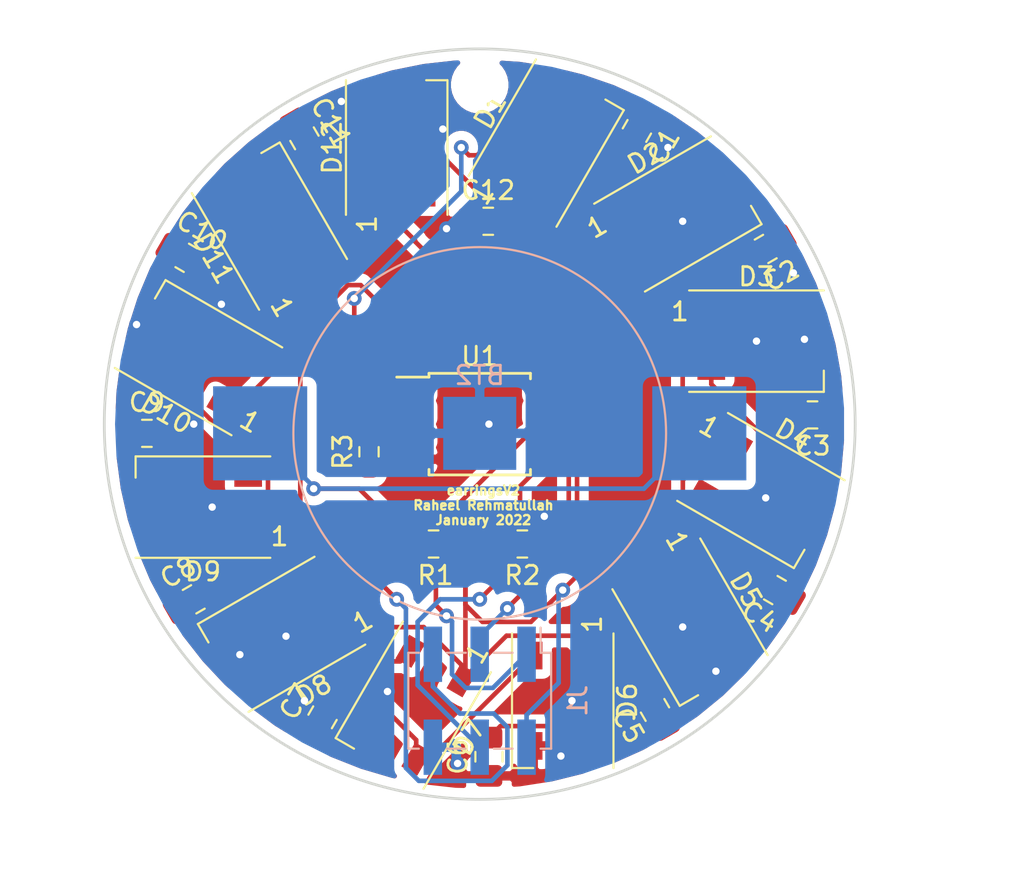
<source format=kicad_pcb>
(kicad_pcb (version 20171130) (host pcbnew "(5.1.9)-1")

  (general
    (thickness 1.6)
    (drawings 5)
    (tracks 224)
    (zones 0)
    (modules 31)
    (nets 23)
  )

  (page A4)
  (layers
    (0 F.Cu signal)
    (31 B.Cu signal)
    (32 B.Adhes user)
    (33 F.Adhes user)
    (34 B.Paste user)
    (35 F.Paste user)
    (36 B.SilkS user)
    (37 F.SilkS user)
    (38 B.Mask user)
    (39 F.Mask user)
    (40 Dwgs.User user)
    (41 Cmts.User user)
    (42 Eco1.User user)
    (43 Eco2.User user)
    (44 Edge.Cuts user)
    (45 Margin user)
    (46 B.CrtYd user)
    (47 F.CrtYd user)
    (48 B.Fab user)
    (49 F.Fab user)
  )

  (setup
    (last_trace_width 0.25)
    (trace_clearance 0.2)
    (zone_clearance 0.508)
    (zone_45_only no)
    (trace_min 0.2)
    (via_size 0.8)
    (via_drill 0.4)
    (via_min_size 0.4)
    (via_min_drill 0.3)
    (uvia_size 0.3)
    (uvia_drill 0.1)
    (uvias_allowed no)
    (uvia_min_size 0.2)
    (uvia_min_drill 0.1)
    (edge_width 0.05)
    (segment_width 0.2)
    (pcb_text_width 0.3)
    (pcb_text_size 1.5 1.5)
    (mod_edge_width 0.12)
    (mod_text_size 1 1)
    (mod_text_width 0.15)
    (pad_size 1.524 1.524)
    (pad_drill 0.762)
    (pad_to_mask_clearance 0)
    (aux_axis_origin 0 0)
    (grid_origin 140 99)
    (visible_elements 7FFFFFFF)
    (pcbplotparams
      (layerselection 0x010fc_ffffffff)
      (usegerberextensions false)
      (usegerberattributes true)
      (usegerberadvancedattributes true)
      (creategerberjobfile true)
      (excludeedgelayer true)
      (linewidth 0.100000)
      (plotframeref false)
      (viasonmask false)
      (mode 1)
      (useauxorigin false)
      (hpglpennumber 1)
      (hpglpenspeed 20)
      (hpglpendiameter 15.000000)
      (psnegative false)
      (psa4output false)
      (plotreference true)
      (plotvalue true)
      (plotinvisibletext false)
      (padsonsilk false)
      (subtractmaskfromsilk false)
      (outputformat 1)
      (mirror false)
      (drillshape 1)
      (scaleselection 1)
      (outputdirectory ""))
  )

  (net 0 "")
  (net 1 +6V)
  (net 2 GND)
  (net 3 +5V)
  (net 4 "Net-(J1-Pad5)")
  (net 5 "Net-(J1-Pad4)")
  (net 6 "Net-(J1-Pad3)")
  (net 7 "Net-(J1-Pad1)")
  (net 8 "Net-(U1-Pad2)")
  (net 9 "Net-(R3-Pad2)")
  (net 10 /DIN)
  (net 11 "Net-(C2-Pad2)")
  (net 12 "Net-(C3-Pad2)")
  (net 13 "Net-(C5-Pad2)")
  (net 14 "Net-(C6-Pad2)")
  (net 15 "Net-(C7-Pad2)")
  (net 16 "Net-(C8-Pad2)")
  (net 17 "Net-(C9-Pad2)")
  (net 18 "Net-(C10-Pad2)")
  (net 19 "Net-(C12-Pad2)")
  (net 20 "Net-(D12-Pad2)")
  (net 21 "Net-(C4-Pad2)")
  (net 22 "Net-(C11-Pad2)")

  (net_class Default "This is the default net class."
    (clearance 0.2)
    (trace_width 0.25)
    (via_dia 0.8)
    (via_drill 0.4)
    (uvia_dia 0.3)
    (uvia_drill 0.1)
    (add_net +5V)
    (add_net +6V)
    (add_net /DIN)
    (add_net GND)
    (add_net "Net-(C10-Pad2)")
    (add_net "Net-(C11-Pad2)")
    (add_net "Net-(C12-Pad2)")
    (add_net "Net-(C2-Pad2)")
    (add_net "Net-(C3-Pad2)")
    (add_net "Net-(C4-Pad2)")
    (add_net "Net-(C5-Pad2)")
    (add_net "Net-(C6-Pad2)")
    (add_net "Net-(C7-Pad2)")
    (add_net "Net-(C8-Pad2)")
    (add_net "Net-(C9-Pad2)")
    (add_net "Net-(D12-Pad2)")
    (add_net "Net-(J1-Pad1)")
    (add_net "Net-(J1-Pad3)")
    (add_net "Net-(J1-Pad4)")
    (add_net "Net-(J1-Pad5)")
    (add_net "Net-(R3-Pad2)")
    (add_net "Net-(U1-Pad2)")
  )

  (module MountingHole:MountingHole_2.1mm (layer F.Cu) (tedit 5B924765) (tstamp 61F34673)
    (at 125 61.6)
    (descr "Mounting Hole 2.1mm, no annular")
    (tags "mounting hole 2.1mm no annular")
    (attr virtual)
    (fp_text reference REF** (at 0 -3.2) (layer F.SilkS) hide
      (effects (font (size 1 1) (thickness 0.15)))
    )
    (fp_text value MountingHole_2.1mm (at 0 3.2) (layer F.Fab)
      (effects (font (size 1 1) (thickness 0.15)))
    )
    (fp_text user %R (at 0.3 0) (layer F.Fab)
      (effects (font (size 1 1) (thickness 0.15)))
    )
    (fp_circle (center 0 0) (end 2.1 0) (layer Cmts.User) (width 0.15))
    (fp_circle (center 0 0) (end 2.35 0) (layer F.CrtYd) (width 0.05))
    (pad "" np_thru_hole circle (at 0 0) (size 2.1 2.1) (drill 2.1) (layers *.Cu *.Mask))
  )

  (module LED_SMD:LED_WS2812B_PLCC4_5.0x5.0mm_P3.2mm (layer F.Cu) (tedit 5AA4B285) (tstamp 61F0A0E5)
    (at 113.602886 69.259619 120)
    (descr https://cdn-shop.adafruit.com/datasheets/WS2812B.pdf)
    (tags "LED RGB NeoPixel")
    (path /61F460D5)
    (attr smd)
    (fp_text reference D11 (at 0 -3.5 120) (layer F.SilkS)
      (effects (font (size 1 1) (thickness 0.15)))
    )
    (fp_text value WS2812B (at 0 4 120) (layer F.Fab)
      (effects (font (size 1 1) (thickness 0.15)))
    )
    (fp_text user %R (at -0.335 -0.036893 120) (layer F.Fab)
      (effects (font (size 0.8 0.8) (thickness 0.15)))
    )
    (fp_text user 1 (at -4.149999 -1.6 120) (layer F.SilkS)
      (effects (font (size 1 1) (thickness 0.15)))
    )
    (fp_line (start 3.45 -2.75) (end -3.45 -2.75) (layer F.CrtYd) (width 0.05))
    (fp_line (start 3.45 2.75) (end 3.45 -2.75) (layer F.CrtYd) (width 0.05))
    (fp_line (start -3.45 2.75) (end 3.45 2.75) (layer F.CrtYd) (width 0.05))
    (fp_line (start -3.45 -2.75) (end -3.45 2.75) (layer F.CrtYd) (width 0.05))
    (fp_line (start 2.5 1.5) (end 1.5 2.5) (layer F.Fab) (width 0.1))
    (fp_line (start -2.5 -2.5) (end -2.5 2.5) (layer F.Fab) (width 0.1))
    (fp_line (start -2.5 2.5) (end 2.5 2.5) (layer F.Fab) (width 0.1))
    (fp_line (start 2.5 2.5) (end 2.5 -2.5) (layer F.Fab) (width 0.1))
    (fp_line (start 2.5 -2.5) (end -2.5 -2.5) (layer F.Fab) (width 0.1))
    (fp_line (start -3.65 -2.75) (end 3.65 -2.75) (layer F.SilkS) (width 0.12))
    (fp_line (start -3.65 2.75) (end 3.65 2.75) (layer F.SilkS) (width 0.12))
    (fp_line (start 3.65 2.75) (end 3.65 1.6) (layer F.SilkS) (width 0.12))
    (fp_circle (center 0 0) (end 0 -2) (layer F.Fab) (width 0.1))
    (pad 1 smd rect (at -2.45 -1.6 120) (size 1.5 1) (layers F.Cu F.Paste F.Mask)
      (net 3 +5V))
    (pad 2 smd rect (at -2.45 1.6 120) (size 1.5 1) (layers F.Cu F.Paste F.Mask)
      (net 19 "Net-(C12-Pad2)"))
    (pad 4 smd rect (at 2.45 -1.6 120) (size 1.5 1) (layers F.Cu F.Paste F.Mask)
      (net 22 "Net-(C11-Pad2)"))
    (pad 3 smd rect (at 2.45 1.6 120) (size 1.5 1) (layers F.Cu F.Paste F.Mask)
      (net 2 GND))
    (model ${KISYS3DMOD}/LED_SMD.3dshapes/LED_WS2812B_PLCC4_5.0x5.0mm_P3.2mm.wrl
      (at (xyz 0 0 0))
      (scale (xyz 1 1 1))
      (rotate (xyz 0 0 0))
    )
  )

  (module earringsV2:3025-2 (layer B.Cu) (tedit 61F1951E) (tstamp 61F179A5)
    (at 125 80.5)
    (path /61EB2AAB)
    (fp_text reference BT2 (at 0 -3.15) (layer B.SilkS)
      (effects (font (size 1 1) (thickness 0.15)) (justify mirror))
    )
    (fp_text value CR2032 (at 0.25 5.6) (layer B.Fab)
      (effects (font (size 1 1) (thickness 0.15)) (justify mirror))
    )
    (fp_circle (center 0 0) (end 0 10.1) (layer B.SilkS) (width 0.12))
    (pad 1 smd rect (at -11.9 0) (size 5.1 5.1) (layers B.Cu B.Paste B.Mask)
      (net 1 +6V))
    (pad 1 smd rect (at 11.9 0) (size 5.1 5.1) (layers B.Cu B.Paste B.Mask)
      (net 1 +6V))
    (pad 2 smd rect (at 0 0 270) (size 3.96 3.96) (layers B.Cu B.Paste B.Mask)
      (net 2 GND))
  )

  (module Connector_PinSocket_2.54mm:PinSocket_2x03_P2.54mm_Vertical_SMD (layer B.Cu) (tedit 5A19A41D) (tstamp 61F17B31)
    (at 125 95 90)
    (descr "surface-mounted straight socket strip, 2x03, 2.54mm pitch, double cols (from Kicad 4.0.7), script generated")
    (tags "Surface mounted socket strip SMD 2x03 2.54mm double row")
    (path /61EBD5A5)
    (attr smd)
    (fp_text reference J1 (at 0 5.31 90) (layer B.SilkS)
      (effects (font (size 1 1) (thickness 0.15)) (justify mirror))
    )
    (fp_text value AVR-ISP-6 (at 0 -5.31 90) (layer B.Fab)
      (effects (font (size 1 1) (thickness 0.15)) (justify mirror))
    )
    (fp_text user %R (at 0 0 180) (layer B.Fab)
      (effects (font (size 1 1) (thickness 0.15)) (justify mirror))
    )
    (fp_line (start -2.6 3.87) (end 2.6 3.87) (layer B.SilkS) (width 0.12))
    (fp_line (start 2.6 3.87) (end 2.6 3.3) (layer B.SilkS) (width 0.12))
    (fp_line (start 2.6 1.78) (end 2.6 0.76) (layer B.SilkS) (width 0.12))
    (fp_line (start 2.6 -0.76) (end 2.6 -1.78) (layer B.SilkS) (width 0.12))
    (fp_line (start 2.6 -3.3) (end 2.6 -3.87) (layer B.SilkS) (width 0.12))
    (fp_line (start -2.6 -3.87) (end 2.6 -3.87) (layer B.SilkS) (width 0.12))
    (fp_line (start -2.6 3.87) (end -2.6 3.3) (layer B.SilkS) (width 0.12))
    (fp_line (start -2.6 1.78) (end -2.6 0.76) (layer B.SilkS) (width 0.12))
    (fp_line (start -2.6 -0.76) (end -2.6 -1.78) (layer B.SilkS) (width 0.12))
    (fp_line (start -2.6 -3.3) (end -2.6 -3.87) (layer B.SilkS) (width 0.12))
    (fp_line (start 2.6 3.3) (end 3.96 3.3) (layer B.SilkS) (width 0.12))
    (fp_line (start -2.54 3.81) (end 1.54 3.81) (layer B.Fab) (width 0.1))
    (fp_line (start 1.54 3.81) (end 2.54 2.81) (layer B.Fab) (width 0.1))
    (fp_line (start 2.54 2.81) (end 2.54 -3.81) (layer B.Fab) (width 0.1))
    (fp_line (start 2.54 -3.81) (end -2.54 -3.81) (layer B.Fab) (width 0.1))
    (fp_line (start -2.54 -3.81) (end -2.54 3.81) (layer B.Fab) (width 0.1))
    (fp_line (start -3.92 2.86) (end -2.54 2.86) (layer B.Fab) (width 0.1))
    (fp_line (start -2.54 2.22) (end -3.92 2.22) (layer B.Fab) (width 0.1))
    (fp_line (start -3.92 2.22) (end -3.92 2.86) (layer B.Fab) (width 0.1))
    (fp_line (start 2.54 2.86) (end 3.92 2.86) (layer B.Fab) (width 0.1))
    (fp_line (start 3.92 2.86) (end 3.92 2.22) (layer B.Fab) (width 0.1))
    (fp_line (start 3.92 2.22) (end 2.54 2.22) (layer B.Fab) (width 0.1))
    (fp_line (start -3.92 0.32) (end -2.54 0.32) (layer B.Fab) (width 0.1))
    (fp_line (start -2.54 -0.32) (end -3.92 -0.32) (layer B.Fab) (width 0.1))
    (fp_line (start -3.92 -0.32) (end -3.92 0.32) (layer B.Fab) (width 0.1))
    (fp_line (start 2.54 0.32) (end 3.92 0.32) (layer B.Fab) (width 0.1))
    (fp_line (start 3.92 0.32) (end 3.92 -0.32) (layer B.Fab) (width 0.1))
    (fp_line (start 3.92 -0.32) (end 2.54 -0.32) (layer B.Fab) (width 0.1))
    (fp_line (start -3.92 -2.22) (end -2.54 -2.22) (layer B.Fab) (width 0.1))
    (fp_line (start -2.54 -2.86) (end -3.92 -2.86) (layer B.Fab) (width 0.1))
    (fp_line (start -3.92 -2.86) (end -3.92 -2.22) (layer B.Fab) (width 0.1))
    (fp_line (start 2.54 -2.22) (end 3.92 -2.22) (layer B.Fab) (width 0.1))
    (fp_line (start 3.92 -2.22) (end 3.92 -2.86) (layer B.Fab) (width 0.1))
    (fp_line (start 3.92 -2.86) (end 2.54 -2.86) (layer B.Fab) (width 0.1))
    (fp_line (start -4.55 4.35) (end 4.5 4.35) (layer B.CrtYd) (width 0.05))
    (fp_line (start 4.5 4.35) (end 4.5 -4.3) (layer B.CrtYd) (width 0.05))
    (fp_line (start 4.5 -4.3) (end -4.55 -4.3) (layer B.CrtYd) (width 0.05))
    (fp_line (start -4.55 -4.3) (end -4.55 4.35) (layer B.CrtYd) (width 0.05))
    (pad 6 smd rect (at -2.52 -2.54 90) (size 3 1) (layers B.Cu B.Paste B.Mask)
      (net 2 GND))
    (pad 5 smd rect (at 2.52 -2.54 90) (size 3 1) (layers B.Cu B.Paste B.Mask)
      (net 4 "Net-(J1-Pad5)"))
    (pad 4 smd rect (at -2.52 0 90) (size 3 1) (layers B.Cu B.Paste B.Mask)
      (net 5 "Net-(J1-Pad4)"))
    (pad 3 smd rect (at 2.52 0 90) (size 3 1) (layers B.Cu B.Paste B.Mask)
      (net 6 "Net-(J1-Pad3)"))
    (pad 2 smd rect (at -2.52 2.54 90) (size 3 1) (layers B.Cu B.Paste B.Mask)
      (net 3 +5V))
    (pad 1 smd rect (at 2.52 2.54 90) (size 3 1) (layers B.Cu B.Paste B.Mask)
      (net 7 "Net-(J1-Pad1)"))
    (model ${KISYS3DMOD}/Connector_PinSocket_2.54mm.3dshapes/PinSocket_2x03_P2.54mm_Vertical_SMD.wrl
      (at (xyz 0 0 0))
      (scale (xyz 1 1 1))
      (rotate (xyz 0 0 0))
    )
  )

  (module Resistor_SMD:R_0603_1608Metric_Pad0.98x0.95mm_HandSolder (layer F.Cu) (tedit 5F68FEEE) (tstamp 61F1FE9D)
    (at 119 81.5 90)
    (descr "Resistor SMD 0603 (1608 Metric), square (rectangular) end terminal, IPC_7351 nominal with elongated pad for handsoldering. (Body size source: IPC-SM-782 page 72, https://www.pcb-3d.com/wordpress/wp-content/uploads/ipc-sm-782a_amendment_1_and_2.pdf), generated with kicad-footprint-generator")
    (tags "resistor handsolder")
    (path /61F1AB7B)
    (attr smd)
    (fp_text reference R3 (at 0 -1.43 90) (layer F.SilkS)
      (effects (font (size 1 1) (thickness 0.15)))
    )
    (fp_text value 300 (at 0 1.43 90) (layer F.Fab)
      (effects (font (size 1 1) (thickness 0.15)))
    )
    (fp_text user %R (at 0 0 90) (layer F.Fab)
      (effects (font (size 0.4 0.4) (thickness 0.06)))
    )
    (fp_line (start -0.8 0.4125) (end -0.8 -0.4125) (layer F.Fab) (width 0.1))
    (fp_line (start -0.8 -0.4125) (end 0.8 -0.4125) (layer F.Fab) (width 0.1))
    (fp_line (start 0.8 -0.4125) (end 0.8 0.4125) (layer F.Fab) (width 0.1))
    (fp_line (start 0.8 0.4125) (end -0.8 0.4125) (layer F.Fab) (width 0.1))
    (fp_line (start -0.254724 -0.5225) (end 0.254724 -0.5225) (layer F.SilkS) (width 0.12))
    (fp_line (start -0.254724 0.5225) (end 0.254724 0.5225) (layer F.SilkS) (width 0.12))
    (fp_line (start -1.65 0.73) (end -1.65 -0.73) (layer F.CrtYd) (width 0.05))
    (fp_line (start -1.65 -0.73) (end 1.65 -0.73) (layer F.CrtYd) (width 0.05))
    (fp_line (start 1.65 -0.73) (end 1.65 0.73) (layer F.CrtYd) (width 0.05))
    (fp_line (start 1.65 0.73) (end -1.65 0.73) (layer F.CrtYd) (width 0.05))
    (pad 2 smd roundrect (at 0.9125 0 90) (size 0.975 0.95) (layers F.Cu F.Paste F.Mask) (roundrect_rratio 0.25)
      (net 9 "Net-(R3-Pad2)"))
    (pad 1 smd roundrect (at -0.9125 0 90) (size 0.975 0.95) (layers F.Cu F.Paste F.Mask) (roundrect_rratio 0.25)
      (net 10 /DIN))
    (model ${KISYS3DMOD}/Resistor_SMD.3dshapes/R_0603_1608Metric.wrl
      (at (xyz 0 0 0))
      (scale (xyz 1 1 1))
      (rotate (xyz 0 0 0))
    )
  )

  (module Capacitor_SMD:C_0805_2012Metric_Pad1.18x1.45mm_HandSolder (layer F.Cu) (tedit 5F68FEEF) (tstamp 61F0A395)
    (at 141 89 150)
    (descr "Capacitor SMD 0805 (2012 Metric), square (rectangular) end terminal, IPC_7351 nominal with elongated pad for handsoldering. (Body size source: IPC-SM-782 page 76, https://www.pcb-3d.com/wordpress/wp-content/uploads/ipc-sm-782a_amendment_1_and_2.pdf, https://docs.google.com/spreadsheets/d/1BsfQQcO9C6DZCsRaXUlFlo91Tg2WpOkGARC1WS5S8t0/edit?usp=sharing), generated with kicad-footprint-generator")
    (tags "capacitor handsolder")
    (path /61F27A8E)
    (attr smd)
    (fp_text reference C4 (at 0 -1.68 150) (layer F.SilkS)
      (effects (font (size 1 1) (thickness 0.15)))
    )
    (fp_text value C_Small (at 0 1.68 150) (layer F.Fab)
      (effects (font (size 1 1) (thickness 0.15)))
    )
    (fp_text user %R (at 0 0 150) (layer F.Fab)
      (effects (font (size 0.5 0.5) (thickness 0.08)))
    )
    (fp_line (start -1 0.625) (end -1 -0.625) (layer F.Fab) (width 0.1))
    (fp_line (start -1 -0.625) (end 1 -0.625) (layer F.Fab) (width 0.1))
    (fp_line (start 1 -0.625) (end 1 0.625) (layer F.Fab) (width 0.1))
    (fp_line (start 1 0.625) (end -1 0.625) (layer F.Fab) (width 0.1))
    (fp_line (start -0.261252 -0.735) (end 0.261252 -0.735) (layer F.SilkS) (width 0.12))
    (fp_line (start -0.261252 0.735) (end 0.261252 0.735) (layer F.SilkS) (width 0.12))
    (fp_line (start -1.88 0.98) (end -1.88 -0.98) (layer F.CrtYd) (width 0.05))
    (fp_line (start -1.88 -0.98) (end 1.88 -0.98) (layer F.CrtYd) (width 0.05))
    (fp_line (start 1.88 -0.98) (end 1.88 0.98) (layer F.CrtYd) (width 0.05))
    (fp_line (start 1.88 0.98) (end -1.88 0.98) (layer F.CrtYd) (width 0.05))
    (pad 2 smd roundrect (at 1.0375 0 150) (size 1.175 1.45) (layers F.Cu F.Paste F.Mask) (roundrect_rratio 0.212766)
      (net 21 "Net-(C4-Pad2)"))
    (pad 1 smd roundrect (at -1.0375 0 150) (size 1.175 1.45) (layers F.Cu F.Paste F.Mask) (roundrect_rratio 0.212766)
      (net 2 GND))
    (model ${KISYS3DMOD}/Capacitor_SMD.3dshapes/C_0805_2012Metric.wrl
      (at (xyz 0 0 0))
      (scale (xyz 1 1 1))
      (rotate (xyz 0 0 0))
    )
  )

  (module Capacitor_SMD:C_0805_2012Metric_Pad1.18x1.45mm_HandSolder (layer F.Cu) (tedit 5F68FEEF) (tstamp 61F0A375)
    (at 134.5 95.5 120)
    (descr "Capacitor SMD 0805 (2012 Metric), square (rectangular) end terminal, IPC_7351 nominal with elongated pad for handsoldering. (Body size source: IPC-SM-782 page 76, https://www.pcb-3d.com/wordpress/wp-content/uploads/ipc-sm-782a_amendment_1_and_2.pdf, https://docs.google.com/spreadsheets/d/1BsfQQcO9C6DZCsRaXUlFlo91Tg2WpOkGARC1WS5S8t0/edit?usp=sharing), generated with kicad-footprint-generator")
    (tags "capacitor handsolder")
    (path /61F2EE9F)
    (attr smd)
    (fp_text reference C5 (at 0 -1.68 120) (layer F.SilkS)
      (effects (font (size 1 1) (thickness 0.15)))
    )
    (fp_text value C_Small (at 0 1.68 120) (layer F.Fab)
      (effects (font (size 1 1) (thickness 0.15)))
    )
    (fp_text user %R (at 0 0 120) (layer F.Fab)
      (effects (font (size 0.5 0.5) (thickness 0.08)))
    )
    (fp_line (start -1 0.625) (end -1 -0.625) (layer F.Fab) (width 0.1))
    (fp_line (start -1 -0.625) (end 1 -0.625) (layer F.Fab) (width 0.1))
    (fp_line (start 1 -0.625) (end 1 0.625) (layer F.Fab) (width 0.1))
    (fp_line (start 1 0.625) (end -1 0.625) (layer F.Fab) (width 0.1))
    (fp_line (start -0.261252 -0.735) (end 0.261252 -0.735) (layer F.SilkS) (width 0.12))
    (fp_line (start -0.261252 0.735) (end 0.261252 0.735) (layer F.SilkS) (width 0.12))
    (fp_line (start -1.88 0.98) (end -1.88 -0.98) (layer F.CrtYd) (width 0.05))
    (fp_line (start -1.88 -0.98) (end 1.88 -0.98) (layer F.CrtYd) (width 0.05))
    (fp_line (start 1.88 -0.98) (end 1.88 0.98) (layer F.CrtYd) (width 0.05))
    (fp_line (start 1.88 0.98) (end -1.88 0.98) (layer F.CrtYd) (width 0.05))
    (pad 2 smd roundrect (at 1.0375 0 120) (size 1.175 1.45) (layers F.Cu F.Paste F.Mask) (roundrect_rratio 0.212766)
      (net 13 "Net-(C5-Pad2)"))
    (pad 1 smd roundrect (at -1.0375 0 120) (size 1.175 1.45) (layers F.Cu F.Paste F.Mask) (roundrect_rratio 0.212766)
      (net 2 GND))
    (model ${KISYS3DMOD}/Capacitor_SMD.3dshapes/C_0805_2012Metric.wrl
      (at (xyz 0 0 0))
      (scale (xyz 1 1 1))
      (rotate (xyz 0 0 0))
    )
  )

  (module Capacitor_SMD:C_0805_2012Metric_Pad1.18x1.45mm_HandSolder (layer F.Cu) (tedit 5F68FEEF) (tstamp 61F0A355)
    (at 125.5 98.0375 90)
    (descr "Capacitor SMD 0805 (2012 Metric), square (rectangular) end terminal, IPC_7351 nominal with elongated pad for handsoldering. (Body size source: IPC-SM-782 page 76, https://www.pcb-3d.com/wordpress/wp-content/uploads/ipc-sm-782a_amendment_1_and_2.pdf, https://docs.google.com/spreadsheets/d/1BsfQQcO9C6DZCsRaXUlFlo91Tg2WpOkGARC1WS5S8t0/edit?usp=sharing), generated with kicad-footprint-generator")
    (tags "capacitor handsolder")
    (path /61F30D72)
    (attr smd)
    (fp_text reference C6 (at 0 -1.68 90) (layer F.SilkS)
      (effects (font (size 1 1) (thickness 0.15)))
    )
    (fp_text value C_Small (at 0 1.68 90) (layer F.Fab)
      (effects (font (size 1 1) (thickness 0.15)))
    )
    (fp_text user %R (at 0 0 90) (layer F.Fab)
      (effects (font (size 0.5 0.5) (thickness 0.08)))
    )
    (fp_line (start -1 0.625) (end -1 -0.625) (layer F.Fab) (width 0.1))
    (fp_line (start -1 -0.625) (end 1 -0.625) (layer F.Fab) (width 0.1))
    (fp_line (start 1 -0.625) (end 1 0.625) (layer F.Fab) (width 0.1))
    (fp_line (start 1 0.625) (end -1 0.625) (layer F.Fab) (width 0.1))
    (fp_line (start -0.261252 -0.735) (end 0.261252 -0.735) (layer F.SilkS) (width 0.12))
    (fp_line (start -0.261252 0.735) (end 0.261252 0.735) (layer F.SilkS) (width 0.12))
    (fp_line (start -1.88 0.98) (end -1.88 -0.98) (layer F.CrtYd) (width 0.05))
    (fp_line (start -1.88 -0.98) (end 1.88 -0.98) (layer F.CrtYd) (width 0.05))
    (fp_line (start 1.88 -0.98) (end 1.88 0.98) (layer F.CrtYd) (width 0.05))
    (fp_line (start 1.88 0.98) (end -1.88 0.98) (layer F.CrtYd) (width 0.05))
    (pad 2 smd roundrect (at 1.0375 0 90) (size 1.175 1.45) (layers F.Cu F.Paste F.Mask) (roundrect_rratio 0.212766)
      (net 14 "Net-(C6-Pad2)"))
    (pad 1 smd roundrect (at -1.0375 0 90) (size 1.175 1.45) (layers F.Cu F.Paste F.Mask) (roundrect_rratio 0.212766)
      (net 2 GND))
    (model ${KISYS3DMOD}/Capacitor_SMD.3dshapes/C_0805_2012Metric.wrl
      (at (xyz 0 0 0))
      (scale (xyz 1 1 1))
      (rotate (xyz 0 0 0))
    )
  )

  (module Capacitor_SMD:C_0805_2012Metric_Pad1.18x1.45mm_HandSolder (layer F.Cu) (tedit 5F68FEEF) (tstamp 61F0A335)
    (at 116.48125 95.898501 60)
    (descr "Capacitor SMD 0805 (2012 Metric), square (rectangular) end terminal, IPC_7351 nominal with elongated pad for handsoldering. (Body size source: IPC-SM-782 page 76, https://www.pcb-3d.com/wordpress/wp-content/uploads/ipc-sm-782a_amendment_1_and_2.pdf, https://docs.google.com/spreadsheets/d/1BsfQQcO9C6DZCsRaXUlFlo91Tg2WpOkGARC1WS5S8t0/edit?usp=sharing), generated with kicad-footprint-generator")
    (tags "capacitor handsolder")
    (path /61F32EE9)
    (attr smd)
    (fp_text reference C7 (at 0 -1.68 60) (layer F.SilkS)
      (effects (font (size 1 1) (thickness 0.15)))
    )
    (fp_text value C_Small (at 0 1.68 60) (layer F.Fab)
      (effects (font (size 1 1) (thickness 0.15)))
    )
    (fp_text user %R (at 0 0 60) (layer F.Fab)
      (effects (font (size 0.5 0.5) (thickness 0.08)))
    )
    (fp_line (start -1 0.625) (end -1 -0.625) (layer F.Fab) (width 0.1))
    (fp_line (start -1 -0.625) (end 1 -0.625) (layer F.Fab) (width 0.1))
    (fp_line (start 1 -0.625) (end 1 0.625) (layer F.Fab) (width 0.1))
    (fp_line (start 1 0.625) (end -1 0.625) (layer F.Fab) (width 0.1))
    (fp_line (start -0.261252 -0.735) (end 0.261252 -0.735) (layer F.SilkS) (width 0.12))
    (fp_line (start -0.261252 0.735) (end 0.261252 0.735) (layer F.SilkS) (width 0.12))
    (fp_line (start -1.88 0.98) (end -1.88 -0.98) (layer F.CrtYd) (width 0.05))
    (fp_line (start -1.88 -0.98) (end 1.88 -0.98) (layer F.CrtYd) (width 0.05))
    (fp_line (start 1.88 -0.98) (end 1.88 0.98) (layer F.CrtYd) (width 0.05))
    (fp_line (start 1.88 0.98) (end -1.88 0.98) (layer F.CrtYd) (width 0.05))
    (pad 2 smd roundrect (at 1.0375 0 60) (size 1.175 1.45) (layers F.Cu F.Paste F.Mask) (roundrect_rratio 0.212766)
      (net 15 "Net-(C7-Pad2)"))
    (pad 1 smd roundrect (at -1.0375 0 60) (size 1.175 1.45) (layers F.Cu F.Paste F.Mask) (roundrect_rratio 0.212766)
      (net 2 GND))
    (model ${KISYS3DMOD}/Capacitor_SMD.3dshapes/C_0805_2012Metric.wrl
      (at (xyz 0 0 0))
      (scale (xyz 1 1 1))
      (rotate (xyz 0 0 0))
    )
  )

  (module Capacitor_SMD:C_0805_2012Metric_Pad1.18x1.45mm_HandSolder (layer F.Cu) (tedit 5F68FEEF) (tstamp 61F0A315)
    (at 109.5 89.5 30)
    (descr "Capacitor SMD 0805 (2012 Metric), square (rectangular) end terminal, IPC_7351 nominal with elongated pad for handsoldering. (Body size source: IPC-SM-782 page 76, https://www.pcb-3d.com/wordpress/wp-content/uploads/ipc-sm-782a_amendment_1_and_2.pdf, https://docs.google.com/spreadsheets/d/1BsfQQcO9C6DZCsRaXUlFlo91Tg2WpOkGARC1WS5S8t0/edit?usp=sharing), generated with kicad-footprint-generator")
    (tags "capacitor handsolder")
    (path /61F352F8)
    (attr smd)
    (fp_text reference C8 (at 0 -1.68 30) (layer F.SilkS)
      (effects (font (size 1 1) (thickness 0.15)))
    )
    (fp_text value C_Small (at 0 1.68 30) (layer F.Fab)
      (effects (font (size 1 1) (thickness 0.15)))
    )
    (fp_text user %R (at 0 0 30) (layer F.Fab)
      (effects (font (size 0.5 0.5) (thickness 0.08)))
    )
    (fp_line (start -1 0.625) (end -1 -0.625) (layer F.Fab) (width 0.1))
    (fp_line (start -1 -0.625) (end 1 -0.625) (layer F.Fab) (width 0.1))
    (fp_line (start 1 -0.625) (end 1 0.625) (layer F.Fab) (width 0.1))
    (fp_line (start 1 0.625) (end -1 0.625) (layer F.Fab) (width 0.1))
    (fp_line (start -0.261252 -0.735) (end 0.261252 -0.735) (layer F.SilkS) (width 0.12))
    (fp_line (start -0.261252 0.735) (end 0.261252 0.735) (layer F.SilkS) (width 0.12))
    (fp_line (start -1.88 0.98) (end -1.88 -0.98) (layer F.CrtYd) (width 0.05))
    (fp_line (start -1.88 -0.98) (end 1.88 -0.98) (layer F.CrtYd) (width 0.05))
    (fp_line (start 1.88 -0.98) (end 1.88 0.98) (layer F.CrtYd) (width 0.05))
    (fp_line (start 1.88 0.98) (end -1.88 0.98) (layer F.CrtYd) (width 0.05))
    (pad 2 smd roundrect (at 1.0375 0 30) (size 1.175 1.45) (layers F.Cu F.Paste F.Mask) (roundrect_rratio 0.212766)
      (net 16 "Net-(C8-Pad2)"))
    (pad 1 smd roundrect (at -1.0375 0 30) (size 1.175 1.45) (layers F.Cu F.Paste F.Mask) (roundrect_rratio 0.212766)
      (net 2 GND))
    (model ${KISYS3DMOD}/Capacitor_SMD.3dshapes/C_0805_2012Metric.wrl
      (at (xyz 0 0 0))
      (scale (xyz 1 1 1))
      (rotate (xyz 0 0 0))
    )
  )

  (module Capacitor_SMD:C_0805_2012Metric_Pad1.18x1.45mm_HandSolder (layer F.Cu) (tedit 5F68FEEF) (tstamp 61F0A2F5)
    (at 106.9625 80.5)
    (descr "Capacitor SMD 0805 (2012 Metric), square (rectangular) end terminal, IPC_7351 nominal with elongated pad for handsoldering. (Body size source: IPC-SM-782 page 76, https://www.pcb-3d.com/wordpress/wp-content/uploads/ipc-sm-782a_amendment_1_and_2.pdf, https://docs.google.com/spreadsheets/d/1BsfQQcO9C6DZCsRaXUlFlo91Tg2WpOkGARC1WS5S8t0/edit?usp=sharing), generated with kicad-footprint-generator")
    (tags "capacitor handsolder")
    (path /61F460AB)
    (attr smd)
    (fp_text reference C9 (at 0 -1.68) (layer F.SilkS)
      (effects (font (size 1 1) (thickness 0.15)))
    )
    (fp_text value C_Small (at 0 1.68) (layer F.Fab)
      (effects (font (size 1 1) (thickness 0.15)))
    )
    (fp_text user %R (at 0 0) (layer F.Fab)
      (effects (font (size 0.5 0.5) (thickness 0.08)))
    )
    (fp_line (start -1 0.625) (end -1 -0.625) (layer F.Fab) (width 0.1))
    (fp_line (start -1 -0.625) (end 1 -0.625) (layer F.Fab) (width 0.1))
    (fp_line (start 1 -0.625) (end 1 0.625) (layer F.Fab) (width 0.1))
    (fp_line (start 1 0.625) (end -1 0.625) (layer F.Fab) (width 0.1))
    (fp_line (start -0.261252 -0.735) (end 0.261252 -0.735) (layer F.SilkS) (width 0.12))
    (fp_line (start -0.261252 0.735) (end 0.261252 0.735) (layer F.SilkS) (width 0.12))
    (fp_line (start -1.88 0.98) (end -1.88 -0.98) (layer F.CrtYd) (width 0.05))
    (fp_line (start -1.88 -0.98) (end 1.88 -0.98) (layer F.CrtYd) (width 0.05))
    (fp_line (start 1.88 -0.98) (end 1.88 0.98) (layer F.CrtYd) (width 0.05))
    (fp_line (start 1.88 0.98) (end -1.88 0.98) (layer F.CrtYd) (width 0.05))
    (pad 2 smd roundrect (at 1.0375 0) (size 1.175 1.45) (layers F.Cu F.Paste F.Mask) (roundrect_rratio 0.212766)
      (net 17 "Net-(C9-Pad2)"))
    (pad 1 smd roundrect (at -1.0375 0) (size 1.175 1.45) (layers F.Cu F.Paste F.Mask) (roundrect_rratio 0.212766)
      (net 2 GND))
    (model ${KISYS3DMOD}/Capacitor_SMD.3dshapes/C_0805_2012Metric.wrl
      (at (xyz 0 0 0))
      (scale (xyz 1 1 1))
      (rotate (xyz 0 0 0))
    )
  )

  (module Capacitor_SMD:C_0805_2012Metric_Pad1.18x1.45mm_HandSolder (layer F.Cu) (tedit 5F68FEEF) (tstamp 61F0A2D5)
    (at 109.101499 70.98125 330)
    (descr "Capacitor SMD 0805 (2012 Metric), square (rectangular) end terminal, IPC_7351 nominal with elongated pad for handsoldering. (Body size source: IPC-SM-782 page 76, https://www.pcb-3d.com/wordpress/wp-content/uploads/ipc-sm-782a_amendment_1_and_2.pdf, https://docs.google.com/spreadsheets/d/1BsfQQcO9C6DZCsRaXUlFlo91Tg2WpOkGARC1WS5S8t0/edit?usp=sharing), generated with kicad-footprint-generator")
    (tags "capacitor handsolder")
    (path /61F460C9)
    (attr smd)
    (fp_text reference C10 (at 0 -1.68 150) (layer F.SilkS)
      (effects (font (size 1 1) (thickness 0.15)))
    )
    (fp_text value C_Small (at 0 1.68 150) (layer F.Fab)
      (effects (font (size 1 1) (thickness 0.15)))
    )
    (fp_text user %R (at 0 0 150) (layer F.Fab)
      (effects (font (size 0.5 0.5) (thickness 0.08)))
    )
    (fp_line (start -1 0.625) (end -1 -0.625) (layer F.Fab) (width 0.1))
    (fp_line (start -1 -0.625) (end 1 -0.625) (layer F.Fab) (width 0.1))
    (fp_line (start 1 -0.625) (end 1 0.625) (layer F.Fab) (width 0.1))
    (fp_line (start 1 0.625) (end -1 0.625) (layer F.Fab) (width 0.1))
    (fp_line (start -0.261252 -0.735) (end 0.261252 -0.735) (layer F.SilkS) (width 0.12))
    (fp_line (start -0.261252 0.735) (end 0.261252 0.735) (layer F.SilkS) (width 0.12))
    (fp_line (start -1.88 0.98) (end -1.88 -0.98) (layer F.CrtYd) (width 0.05))
    (fp_line (start -1.88 -0.98) (end 1.88 -0.98) (layer F.CrtYd) (width 0.05))
    (fp_line (start 1.88 -0.98) (end 1.88 0.98) (layer F.CrtYd) (width 0.05))
    (fp_line (start 1.88 0.98) (end -1.88 0.98) (layer F.CrtYd) (width 0.05))
    (pad 2 smd roundrect (at 1.0375 0 330) (size 1.175 1.45) (layers F.Cu F.Paste F.Mask) (roundrect_rratio 0.212766)
      (net 18 "Net-(C10-Pad2)"))
    (pad 1 smd roundrect (at -1.0375 0 330) (size 1.175 1.45) (layers F.Cu F.Paste F.Mask) (roundrect_rratio 0.212766)
      (net 2 GND))
    (model ${KISYS3DMOD}/Capacitor_SMD.3dshapes/C_0805_2012Metric.wrl
      (at (xyz 0 0 0))
      (scale (xyz 1 1 1))
      (rotate (xyz 0 0 0))
    )
  )

  (module Capacitor_SMD:C_0805_2012Metric_Pad1.18x1.45mm_HandSolder (layer F.Cu) (tedit 5F68FEEF) (tstamp 61F0A2B5)
    (at 115.5 64.5 300)
    (descr "Capacitor SMD 0805 (2012 Metric), square (rectangular) end terminal, IPC_7351 nominal with elongated pad for handsoldering. (Body size source: IPC-SM-782 page 76, https://www.pcb-3d.com/wordpress/wp-content/uploads/ipc-sm-782a_amendment_1_and_2.pdf, https://docs.google.com/spreadsheets/d/1BsfQQcO9C6DZCsRaXUlFlo91Tg2WpOkGARC1WS5S8t0/edit?usp=sharing), generated with kicad-footprint-generator")
    (tags "capacitor handsolder")
    (path /61F460E7)
    (attr smd)
    (fp_text reference C11 (at 0 -1.68 120) (layer F.SilkS)
      (effects (font (size 1 1) (thickness 0.15)))
    )
    (fp_text value C_Small (at 0 1.68 120) (layer F.Fab)
      (effects (font (size 1 1) (thickness 0.15)))
    )
    (fp_text user %R (at 0 0 120) (layer F.Fab)
      (effects (font (size 0.5 0.5) (thickness 0.08)))
    )
    (fp_line (start -1 0.625) (end -1 -0.625) (layer F.Fab) (width 0.1))
    (fp_line (start -1 -0.625) (end 1 -0.625) (layer F.Fab) (width 0.1))
    (fp_line (start 1 -0.625) (end 1 0.625) (layer F.Fab) (width 0.1))
    (fp_line (start 1 0.625) (end -1 0.625) (layer F.Fab) (width 0.1))
    (fp_line (start -0.261252 -0.735) (end 0.261252 -0.735) (layer F.SilkS) (width 0.12))
    (fp_line (start -0.261252 0.735) (end 0.261252 0.735) (layer F.SilkS) (width 0.12))
    (fp_line (start -1.88 0.98) (end -1.88 -0.98) (layer F.CrtYd) (width 0.05))
    (fp_line (start -1.88 -0.98) (end 1.88 -0.98) (layer F.CrtYd) (width 0.05))
    (fp_line (start 1.88 -0.98) (end 1.88 0.98) (layer F.CrtYd) (width 0.05))
    (fp_line (start 1.88 0.98) (end -1.88 0.98) (layer F.CrtYd) (width 0.05))
    (pad 2 smd roundrect (at 1.0375 0 300) (size 1.175 1.45) (layers F.Cu F.Paste F.Mask) (roundrect_rratio 0.212766)
      (net 22 "Net-(C11-Pad2)"))
    (pad 1 smd roundrect (at -1.0375 0 300) (size 1.175 1.45) (layers F.Cu F.Paste F.Mask) (roundrect_rratio 0.212766)
      (net 2 GND))
    (model ${KISYS3DMOD}/Capacitor_SMD.3dshapes/C_0805_2012Metric.wrl
      (at (xyz 0 0 0))
      (scale (xyz 1 1 1))
      (rotate (xyz 0 0 0))
    )
  )

  (module Capacitor_SMD:C_0805_2012Metric_Pad1.18x1.45mm_HandSolder (layer F.Cu) (tedit 5F68FEEF) (tstamp 61F0A295)
    (at 125.4625 69)
    (descr "Capacitor SMD 0805 (2012 Metric), square (rectangular) end terminal, IPC_7351 nominal with elongated pad for handsoldering. (Body size source: IPC-SM-782 page 76, https://www.pcb-3d.com/wordpress/wp-content/uploads/ipc-sm-782a_amendment_1_and_2.pdf, https://docs.google.com/spreadsheets/d/1BsfQQcO9C6DZCsRaXUlFlo91Tg2WpOkGARC1WS5S8t0/edit?usp=sharing), generated with kicad-footprint-generator")
    (tags "capacitor handsolder")
    (path /61F46105)
    (attr smd)
    (fp_text reference C12 (at 0 -1.68) (layer F.SilkS)
      (effects (font (size 1 1) (thickness 0.15)))
    )
    (fp_text value C_Small (at 0 1.68) (layer F.Fab)
      (effects (font (size 1 1) (thickness 0.15)))
    )
    (fp_text user %R (at 0 0) (layer F.Fab)
      (effects (font (size 0.5 0.5) (thickness 0.08)))
    )
    (fp_line (start -1 0.625) (end -1 -0.625) (layer F.Fab) (width 0.1))
    (fp_line (start -1 -0.625) (end 1 -0.625) (layer F.Fab) (width 0.1))
    (fp_line (start 1 -0.625) (end 1 0.625) (layer F.Fab) (width 0.1))
    (fp_line (start 1 0.625) (end -1 0.625) (layer F.Fab) (width 0.1))
    (fp_line (start -0.261252 -0.735) (end 0.261252 -0.735) (layer F.SilkS) (width 0.12))
    (fp_line (start -0.261252 0.735) (end 0.261252 0.735) (layer F.SilkS) (width 0.12))
    (fp_line (start -1.88 0.98) (end -1.88 -0.98) (layer F.CrtYd) (width 0.05))
    (fp_line (start -1.88 -0.98) (end 1.88 -0.98) (layer F.CrtYd) (width 0.05))
    (fp_line (start 1.88 -0.98) (end 1.88 0.98) (layer F.CrtYd) (width 0.05))
    (fp_line (start 1.88 0.98) (end -1.88 0.98) (layer F.CrtYd) (width 0.05))
    (pad 2 smd roundrect (at 1.0375 0) (size 1.175 1.45) (layers F.Cu F.Paste F.Mask) (roundrect_rratio 0.212766)
      (net 19 "Net-(C12-Pad2)"))
    (pad 1 smd roundrect (at -1.0375 0) (size 1.175 1.45) (layers F.Cu F.Paste F.Mask) (roundrect_rratio 0.212766)
      (net 2 GND))
    (model ${KISYS3DMOD}/Capacitor_SMD.3dshapes/C_0805_2012Metric.wrl
      (at (xyz 0 0 0))
      (scale (xyz 1 1 1))
      (rotate (xyz 0 0 0))
    )
  )

  (module Capacitor_SMD:C_0805_2012Metric_Pad1.18x1.45mm_HandSolder (layer F.Cu) (tedit 5F68FEEF) (tstamp 61F0A275)
    (at 133.51875 64.101499 240)
    (descr "Capacitor SMD 0805 (2012 Metric), square (rectangular) end terminal, IPC_7351 nominal with elongated pad for handsoldering. (Body size source: IPC-SM-782 page 76, https://www.pcb-3d.com/wordpress/wp-content/uploads/ipc-sm-782a_amendment_1_and_2.pdf, https://docs.google.com/spreadsheets/d/1BsfQQcO9C6DZCsRaXUlFlo91Tg2WpOkGARC1WS5S8t0/edit?usp=sharing), generated with kicad-footprint-generator")
    (tags "capacitor handsolder")
    (path /61ECD83E)
    (attr smd)
    (fp_text reference C1 (at 0 -1.68 60) (layer F.SilkS)
      (effects (font (size 1 1) (thickness 0.15)))
    )
    (fp_text value C_Small (at 0 1.68 60) (layer F.Fab)
      (effects (font (size 1 1) (thickness 0.15)))
    )
    (fp_text user %R (at 0 0 60) (layer F.Fab)
      (effects (font (size 0.5 0.5) (thickness 0.08)))
    )
    (fp_line (start -1 0.625) (end -1 -0.625) (layer F.Fab) (width 0.1))
    (fp_line (start -1 -0.625) (end 1 -0.625) (layer F.Fab) (width 0.1))
    (fp_line (start 1 -0.625) (end 1 0.625) (layer F.Fab) (width 0.1))
    (fp_line (start 1 0.625) (end -1 0.625) (layer F.Fab) (width 0.1))
    (fp_line (start -0.261252 -0.735) (end 0.261252 -0.735) (layer F.SilkS) (width 0.12))
    (fp_line (start -0.261252 0.735) (end 0.261252 0.735) (layer F.SilkS) (width 0.12))
    (fp_line (start -1.88 0.98) (end -1.88 -0.98) (layer F.CrtYd) (width 0.05))
    (fp_line (start -1.88 -0.98) (end 1.88 -0.98) (layer F.CrtYd) (width 0.05))
    (fp_line (start 1.88 -0.98) (end 1.88 0.98) (layer F.CrtYd) (width 0.05))
    (fp_line (start 1.88 0.98) (end -1.88 0.98) (layer F.CrtYd) (width 0.05))
    (pad 2 smd roundrect (at 1.0375 0 240) (size 1.175 1.45) (layers F.Cu F.Paste F.Mask) (roundrect_rratio 0.212766)
      (net 10 /DIN))
    (pad 1 smd roundrect (at -1.0375 0 240) (size 1.175 1.45) (layers F.Cu F.Paste F.Mask) (roundrect_rratio 0.212766)
      (net 2 GND))
    (model ${KISYS3DMOD}/Capacitor_SMD.3dshapes/C_0805_2012Metric.wrl
      (at (xyz 0 0 0))
      (scale (xyz 1 1 1))
      (rotate (xyz 0 0 0))
    )
  )

  (module Capacitor_SMD:C_0805_2012Metric_Pad1.18x1.45mm_HandSolder (layer F.Cu) (tedit 5F68FEEF) (tstamp 61F0A255)
    (at 140.5 70.5 210)
    (descr "Capacitor SMD 0805 (2012 Metric), square (rectangular) end terminal, IPC_7351 nominal with elongated pad for handsoldering. (Body size source: IPC-SM-782 page 76, https://www.pcb-3d.com/wordpress/wp-content/uploads/ipc-sm-782a_amendment_1_and_2.pdf, https://docs.google.com/spreadsheets/d/1BsfQQcO9C6DZCsRaXUlFlo91Tg2WpOkGARC1WS5S8t0/edit?usp=sharing), generated with kicad-footprint-generator")
    (tags "capacitor handsolder")
    (path /61F21DE0)
    (attr smd)
    (fp_text reference C2 (at 0 -1.68 30) (layer F.SilkS)
      (effects (font (size 1 1) (thickness 0.15)))
    )
    (fp_text value C_Small (at 0 1.68 30) (layer F.Fab)
      (effects (font (size 1 1) (thickness 0.15)))
    )
    (fp_text user %R (at 0 0 30) (layer F.Fab)
      (effects (font (size 0.5 0.5) (thickness 0.08)))
    )
    (fp_line (start -1 0.625) (end -1 -0.625) (layer F.Fab) (width 0.1))
    (fp_line (start -1 -0.625) (end 1 -0.625) (layer F.Fab) (width 0.1))
    (fp_line (start 1 -0.625) (end 1 0.625) (layer F.Fab) (width 0.1))
    (fp_line (start 1 0.625) (end -1 0.625) (layer F.Fab) (width 0.1))
    (fp_line (start -0.261252 -0.735) (end 0.261252 -0.735) (layer F.SilkS) (width 0.12))
    (fp_line (start -0.261252 0.735) (end 0.261252 0.735) (layer F.SilkS) (width 0.12))
    (fp_line (start -1.88 0.98) (end -1.88 -0.98) (layer F.CrtYd) (width 0.05))
    (fp_line (start -1.88 -0.98) (end 1.88 -0.98) (layer F.CrtYd) (width 0.05))
    (fp_line (start 1.88 -0.98) (end 1.88 0.98) (layer F.CrtYd) (width 0.05))
    (fp_line (start 1.88 0.98) (end -1.88 0.98) (layer F.CrtYd) (width 0.05))
    (pad 2 smd roundrect (at 1.0375 0 210) (size 1.175 1.45) (layers F.Cu F.Paste F.Mask) (roundrect_rratio 0.212766)
      (net 11 "Net-(C2-Pad2)"))
    (pad 1 smd roundrect (at -1.0375 0 210) (size 1.175 1.45) (layers F.Cu F.Paste F.Mask) (roundrect_rratio 0.212766)
      (net 2 GND))
    (model ${KISYS3DMOD}/Capacitor_SMD.3dshapes/C_0805_2012Metric.wrl
      (at (xyz 0 0 0))
      (scale (xyz 1 1 1))
      (rotate (xyz 0 0 0))
    )
  )

  (module LED_SMD:LED_WS2812B_PLCC4_5.0x5.0mm_P3.2mm (layer F.Cu) (tedit 5AA4B285) (tstamp 61F0A219)
    (at 140.240381 83.602886 330)
    (descr https://cdn-shop.adafruit.com/datasheets/WS2812B.pdf)
    (tags "LED RGB NeoPixel")
    (path /61F27A7C)
    (attr smd)
    (fp_text reference D4 (at 0 -3.5 150) (layer F.SilkS)
      (effects (font (size 1 1) (thickness 0.15)))
    )
    (fp_text value WS2812B (at 0 4 150) (layer F.Fab)
      (effects (font (size 1 1) (thickness 0.15)))
    )
    (fp_text user %R (at -0.335 -0.036893 150) (layer F.Fab)
      (effects (font (size 0.8 0.8) (thickness 0.15)))
    )
    (fp_text user 1 (at -4.15 -1.600001 150) (layer F.SilkS)
      (effects (font (size 1 1) (thickness 0.15)))
    )
    (fp_line (start 3.45 -2.75) (end -3.45 -2.75) (layer F.CrtYd) (width 0.05))
    (fp_line (start 3.45 2.75) (end 3.45 -2.75) (layer F.CrtYd) (width 0.05))
    (fp_line (start -3.45 2.75) (end 3.45 2.75) (layer F.CrtYd) (width 0.05))
    (fp_line (start -3.45 -2.75) (end -3.45 2.75) (layer F.CrtYd) (width 0.05))
    (fp_line (start 2.5 1.5) (end 1.5 2.5) (layer F.Fab) (width 0.1))
    (fp_line (start -2.5 -2.5) (end -2.5 2.5) (layer F.Fab) (width 0.1))
    (fp_line (start -2.5 2.5) (end 2.5 2.5) (layer F.Fab) (width 0.1))
    (fp_line (start 2.5 2.5) (end 2.5 -2.5) (layer F.Fab) (width 0.1))
    (fp_line (start 2.5 -2.5) (end -2.5 -2.5) (layer F.Fab) (width 0.1))
    (fp_line (start -3.65 -2.75) (end 3.65 -2.75) (layer F.SilkS) (width 0.12))
    (fp_line (start -3.65 2.75) (end 3.65 2.75) (layer F.SilkS) (width 0.12))
    (fp_line (start 3.65 2.75) (end 3.65 1.6) (layer F.SilkS) (width 0.12))
    (fp_circle (center 0 0) (end 0 -2) (layer F.Fab) (width 0.1))
    (pad 1 smd rect (at -2.45 -1.6 330) (size 1.5 1) (layers F.Cu F.Paste F.Mask)
      (net 3 +5V))
    (pad 2 smd rect (at -2.45 1.6 330) (size 1.5 1) (layers F.Cu F.Paste F.Mask)
      (net 13 "Net-(C5-Pad2)"))
    (pad 4 smd rect (at 2.45 -1.6 330) (size 1.5 1) (layers F.Cu F.Paste F.Mask)
      (net 21 "Net-(C4-Pad2)"))
    (pad 3 smd rect (at 2.45 1.6 330) (size 1.5 1) (layers F.Cu F.Paste F.Mask)
      (net 2 GND))
    (model ${KISYS3DMOD}/LED_SMD.3dshapes/LED_WS2812B_PLCC4_5.0x5.0mm_P3.2mm.wrl
      (at (xyz 0 0 0))
      (scale (xyz 1 1 1))
      (rotate (xyz 0 0 0))
    )
  )

  (module LED_SMD:LED_WS2812B_PLCC4_5.0x5.0mm_P3.2mm (layer F.Cu) (tedit 5AA4B285) (tstamp 61F0A1ED)
    (at 136.397114 90.740381 300)
    (descr https://cdn-shop.adafruit.com/datasheets/WS2812B.pdf)
    (tags "LED RGB NeoPixel")
    (path /61F2EE8D)
    (attr smd)
    (fp_text reference D5 (at 0 -3.5 120) (layer F.SilkS)
      (effects (font (size 1 1) (thickness 0.15)))
    )
    (fp_text value WS2812B (at 0 4 120) (layer F.Fab)
      (effects (font (size 1 1) (thickness 0.15)))
    )
    (fp_text user %R (at -0.335 -0.036893 120) (layer F.Fab)
      (effects (font (size 0.8 0.8) (thickness 0.15)))
    )
    (fp_text user 1 (at -4.149999 -1.6 120) (layer F.SilkS)
      (effects (font (size 1 1) (thickness 0.15)))
    )
    (fp_line (start 3.45 -2.75) (end -3.45 -2.75) (layer F.CrtYd) (width 0.05))
    (fp_line (start 3.45 2.75) (end 3.45 -2.75) (layer F.CrtYd) (width 0.05))
    (fp_line (start -3.45 2.75) (end 3.45 2.75) (layer F.CrtYd) (width 0.05))
    (fp_line (start -3.45 -2.75) (end -3.45 2.75) (layer F.CrtYd) (width 0.05))
    (fp_line (start 2.5 1.5) (end 1.5 2.5) (layer F.Fab) (width 0.1))
    (fp_line (start -2.5 -2.5) (end -2.5 2.5) (layer F.Fab) (width 0.1))
    (fp_line (start -2.5 2.5) (end 2.5 2.5) (layer F.Fab) (width 0.1))
    (fp_line (start 2.5 2.5) (end 2.5 -2.5) (layer F.Fab) (width 0.1))
    (fp_line (start 2.5 -2.5) (end -2.5 -2.5) (layer F.Fab) (width 0.1))
    (fp_line (start -3.65 -2.75) (end 3.65 -2.75) (layer F.SilkS) (width 0.12))
    (fp_line (start -3.65 2.75) (end 3.65 2.75) (layer F.SilkS) (width 0.12))
    (fp_line (start 3.65 2.75) (end 3.65 1.6) (layer F.SilkS) (width 0.12))
    (fp_circle (center 0 0) (end 0 -2) (layer F.Fab) (width 0.1))
    (pad 1 smd rect (at -2.45 -1.6 300) (size 1.5 1) (layers F.Cu F.Paste F.Mask)
      (net 3 +5V))
    (pad 2 smd rect (at -2.45 1.6 300) (size 1.5 1) (layers F.Cu F.Paste F.Mask)
      (net 14 "Net-(C6-Pad2)"))
    (pad 4 smd rect (at 2.45 -1.6 300) (size 1.5 1) (layers F.Cu F.Paste F.Mask)
      (net 13 "Net-(C5-Pad2)"))
    (pad 3 smd rect (at 2.45 1.6 300) (size 1.5 1) (layers F.Cu F.Paste F.Mask)
      (net 2 GND))
    (model ${KISYS3DMOD}/LED_SMD.3dshapes/LED_WS2812B_PLCC4_5.0x5.0mm_P3.2mm.wrl
      (at (xyz 0 0 0))
      (scale (xyz 1 1 1))
      (rotate (xyz 0 0 0))
    )
  )

  (module LED_SMD:LED_WS2812B_PLCC4_5.0x5.0mm_P3.2mm (layer F.Cu) (tedit 5AA4B285) (tstamp 61F0A1C1)
    (at 129.5 95 270)
    (descr https://cdn-shop.adafruit.com/datasheets/WS2812B.pdf)
    (tags "LED RGB NeoPixel")
    (path /61F30D60)
    (attr smd)
    (fp_text reference D6 (at 0 -3.5 90) (layer F.SilkS)
      (effects (font (size 1 1) (thickness 0.15)))
    )
    (fp_text value WS2812B (at 0 4 90) (layer F.Fab)
      (effects (font (size 1 1) (thickness 0.15)))
    )
    (fp_text user %R (at -0.335 -0.036893 90) (layer F.Fab)
      (effects (font (size 0.8 0.8) (thickness 0.15)))
    )
    (fp_text user 1 (at -4.15 -1.6 90) (layer F.SilkS)
      (effects (font (size 1 1) (thickness 0.15)))
    )
    (fp_line (start 3.45 -2.75) (end -3.45 -2.75) (layer F.CrtYd) (width 0.05))
    (fp_line (start 3.45 2.75) (end 3.45 -2.75) (layer F.CrtYd) (width 0.05))
    (fp_line (start -3.45 2.75) (end 3.45 2.75) (layer F.CrtYd) (width 0.05))
    (fp_line (start -3.45 -2.75) (end -3.45 2.75) (layer F.CrtYd) (width 0.05))
    (fp_line (start 2.5 1.5) (end 1.5 2.5) (layer F.Fab) (width 0.1))
    (fp_line (start -2.5 -2.5) (end -2.5 2.5) (layer F.Fab) (width 0.1))
    (fp_line (start -2.5 2.5) (end 2.5 2.5) (layer F.Fab) (width 0.1))
    (fp_line (start 2.5 2.5) (end 2.5 -2.5) (layer F.Fab) (width 0.1))
    (fp_line (start 2.5 -2.5) (end -2.5 -2.5) (layer F.Fab) (width 0.1))
    (fp_line (start -3.65 -2.75) (end 3.65 -2.75) (layer F.SilkS) (width 0.12))
    (fp_line (start -3.65 2.75) (end 3.65 2.75) (layer F.SilkS) (width 0.12))
    (fp_line (start 3.65 2.75) (end 3.65 1.6) (layer F.SilkS) (width 0.12))
    (fp_circle (center 0 0) (end 0 -2) (layer F.Fab) (width 0.1))
    (pad 1 smd rect (at -2.45 -1.6 270) (size 1.5 1) (layers F.Cu F.Paste F.Mask)
      (net 3 +5V))
    (pad 2 smd rect (at -2.45 1.6 270) (size 1.5 1) (layers F.Cu F.Paste F.Mask)
      (net 15 "Net-(C7-Pad2)"))
    (pad 4 smd rect (at 2.45 -1.6 270) (size 1.5 1) (layers F.Cu F.Paste F.Mask)
      (net 14 "Net-(C6-Pad2)"))
    (pad 3 smd rect (at 2.45 1.6 270) (size 1.5 1) (layers F.Cu F.Paste F.Mask)
      (net 2 GND))
    (model ${KISYS3DMOD}/LED_SMD.3dshapes/LED_WS2812B_PLCC4_5.0x5.0mm_P3.2mm.wrl
      (at (xyz 0 0 0))
      (scale (xyz 1 1 1))
      (rotate (xyz 0 0 0))
    )
  )

  (module LED_SMD:LED_WS2812B_PLCC4_5.0x5.0mm_P3.2mm (layer F.Cu) (tedit 5AA4B285) (tstamp 61F0A195)
    (at 121.397114 95.240381 240)
    (descr https://cdn-shop.adafruit.com/datasheets/WS2812B.pdf)
    (tags "LED RGB NeoPixel")
    (path /61F32ED7)
    (attr smd)
    (fp_text reference D7 (at 0 -3.5 60) (layer F.SilkS)
      (effects (font (size 1 1) (thickness 0.15)))
    )
    (fp_text value WS2812B (at 0 4 60) (layer F.Fab)
      (effects (font (size 1 1) (thickness 0.15)))
    )
    (fp_text user %R (at -0.335 -0.036893 60) (layer F.Fab)
      (effects (font (size 0.8 0.8) (thickness 0.15)))
    )
    (fp_text user 1 (at -4.15 -1.600001 60) (layer F.SilkS)
      (effects (font (size 1 1) (thickness 0.15)))
    )
    (fp_line (start 3.45 -2.75) (end -3.45 -2.75) (layer F.CrtYd) (width 0.05))
    (fp_line (start 3.45 2.75) (end 3.45 -2.75) (layer F.CrtYd) (width 0.05))
    (fp_line (start -3.45 2.75) (end 3.45 2.75) (layer F.CrtYd) (width 0.05))
    (fp_line (start -3.45 -2.75) (end -3.45 2.75) (layer F.CrtYd) (width 0.05))
    (fp_line (start 2.5 1.5) (end 1.5 2.5) (layer F.Fab) (width 0.1))
    (fp_line (start -2.5 -2.5) (end -2.5 2.5) (layer F.Fab) (width 0.1))
    (fp_line (start -2.5 2.5) (end 2.5 2.5) (layer F.Fab) (width 0.1))
    (fp_line (start 2.5 2.5) (end 2.5 -2.5) (layer F.Fab) (width 0.1))
    (fp_line (start 2.5 -2.5) (end -2.5 -2.5) (layer F.Fab) (width 0.1))
    (fp_line (start -3.65 -2.75) (end 3.65 -2.75) (layer F.SilkS) (width 0.12))
    (fp_line (start -3.65 2.75) (end 3.65 2.75) (layer F.SilkS) (width 0.12))
    (fp_line (start 3.65 2.75) (end 3.65 1.6) (layer F.SilkS) (width 0.12))
    (fp_circle (center 0 0) (end 0 -2) (layer F.Fab) (width 0.1))
    (pad 1 smd rect (at -2.45 -1.6 240) (size 1.5 1) (layers F.Cu F.Paste F.Mask)
      (net 3 +5V))
    (pad 2 smd rect (at -2.45 1.6 240) (size 1.5 1) (layers F.Cu F.Paste F.Mask)
      (net 16 "Net-(C8-Pad2)"))
    (pad 4 smd rect (at 2.45 -1.6 240) (size 1.5 1) (layers F.Cu F.Paste F.Mask)
      (net 15 "Net-(C7-Pad2)"))
    (pad 3 smd rect (at 2.45 1.6 240) (size 1.5 1) (layers F.Cu F.Paste F.Mask)
      (net 2 GND))
    (model ${KISYS3DMOD}/LED_SMD.3dshapes/LED_WS2812B_PLCC4_5.0x5.0mm_P3.2mm.wrl
      (at (xyz 0 0 0))
      (scale (xyz 1 1 1))
      (rotate (xyz 0 0 0))
    )
  )

  (module LED_SMD:LED_WS2812B_PLCC4_5.0x5.0mm_P3.2mm (layer F.Cu) (tedit 5AA4B285) (tstamp 61F0A169)
    (at 114.259619 91.397114 210)
    (descr https://cdn-shop.adafruit.com/datasheets/WS2812B.pdf)
    (tags "LED RGB NeoPixel")
    (path /61F352E6)
    (attr smd)
    (fp_text reference D8 (at 0 -3.5 30) (layer F.SilkS)
      (effects (font (size 1 1) (thickness 0.15)))
    )
    (fp_text value WS2812B (at 0 4 30) (layer F.Fab)
      (effects (font (size 1 1) (thickness 0.15)))
    )
    (fp_text user %R (at -0.335 -0.036893 30) (layer F.Fab)
      (effects (font (size 0.8 0.8) (thickness 0.15)))
    )
    (fp_text user 1 (at -4.149999 -1.6 30) (layer F.SilkS)
      (effects (font (size 1 1) (thickness 0.15)))
    )
    (fp_line (start 3.45 -2.75) (end -3.45 -2.75) (layer F.CrtYd) (width 0.05))
    (fp_line (start 3.45 2.75) (end 3.45 -2.75) (layer F.CrtYd) (width 0.05))
    (fp_line (start -3.45 2.75) (end 3.45 2.75) (layer F.CrtYd) (width 0.05))
    (fp_line (start -3.45 -2.75) (end -3.45 2.75) (layer F.CrtYd) (width 0.05))
    (fp_line (start 2.5 1.5) (end 1.5 2.5) (layer F.Fab) (width 0.1))
    (fp_line (start -2.5 -2.5) (end -2.5 2.5) (layer F.Fab) (width 0.1))
    (fp_line (start -2.5 2.5) (end 2.5 2.5) (layer F.Fab) (width 0.1))
    (fp_line (start 2.5 2.5) (end 2.5 -2.5) (layer F.Fab) (width 0.1))
    (fp_line (start 2.5 -2.5) (end -2.5 -2.5) (layer F.Fab) (width 0.1))
    (fp_line (start -3.65 -2.75) (end 3.65 -2.75) (layer F.SilkS) (width 0.12))
    (fp_line (start -3.65 2.75) (end 3.65 2.75) (layer F.SilkS) (width 0.12))
    (fp_line (start 3.65 2.75) (end 3.65 1.6) (layer F.SilkS) (width 0.12))
    (fp_circle (center 0 0) (end 0 -2) (layer F.Fab) (width 0.1))
    (pad 1 smd rect (at -2.45 -1.6 210) (size 1.5 1) (layers F.Cu F.Paste F.Mask)
      (net 3 +5V))
    (pad 2 smd rect (at -2.45 1.6 210) (size 1.5 1) (layers F.Cu F.Paste F.Mask)
      (net 17 "Net-(C9-Pad2)"))
    (pad 4 smd rect (at 2.45 -1.6 210) (size 1.5 1) (layers F.Cu F.Paste F.Mask)
      (net 16 "Net-(C8-Pad2)"))
    (pad 3 smd rect (at 2.45 1.6 210) (size 1.5 1) (layers F.Cu F.Paste F.Mask)
      (net 2 GND))
    (model ${KISYS3DMOD}/LED_SMD.3dshapes/LED_WS2812B_PLCC4_5.0x5.0mm_P3.2mm.wrl
      (at (xyz 0 0 0))
      (scale (xyz 1 1 1))
      (rotate (xyz 0 0 0))
    )
  )

  (module LED_SMD:LED_WS2812B_PLCC4_5.0x5.0mm_P3.2mm (layer F.Cu) (tedit 5AA4B285) (tstamp 61F0A13D)
    (at 110 84.5 180)
    (descr https://cdn-shop.adafruit.com/datasheets/WS2812B.pdf)
    (tags "LED RGB NeoPixel")
    (path /61F46099)
    (attr smd)
    (fp_text reference D9 (at 0 -3.5) (layer F.SilkS)
      (effects (font (size 1 1) (thickness 0.15)))
    )
    (fp_text value WS2812B (at 0 4) (layer F.Fab)
      (effects (font (size 1 1) (thickness 0.15)))
    )
    (fp_text user %R (at -0.335 -0.036893) (layer F.Fab)
      (effects (font (size 0.8 0.8) (thickness 0.15)))
    )
    (fp_text user 1 (at -4.15 -1.6) (layer F.SilkS)
      (effects (font (size 1 1) (thickness 0.15)))
    )
    (fp_line (start 3.45 -2.75) (end -3.45 -2.75) (layer F.CrtYd) (width 0.05))
    (fp_line (start 3.45 2.75) (end 3.45 -2.75) (layer F.CrtYd) (width 0.05))
    (fp_line (start -3.45 2.75) (end 3.45 2.75) (layer F.CrtYd) (width 0.05))
    (fp_line (start -3.45 -2.75) (end -3.45 2.75) (layer F.CrtYd) (width 0.05))
    (fp_line (start 2.5 1.5) (end 1.5 2.5) (layer F.Fab) (width 0.1))
    (fp_line (start -2.5 -2.5) (end -2.5 2.5) (layer F.Fab) (width 0.1))
    (fp_line (start -2.5 2.5) (end 2.5 2.5) (layer F.Fab) (width 0.1))
    (fp_line (start 2.5 2.5) (end 2.5 -2.5) (layer F.Fab) (width 0.1))
    (fp_line (start 2.5 -2.5) (end -2.5 -2.5) (layer F.Fab) (width 0.1))
    (fp_line (start -3.65 -2.75) (end 3.65 -2.75) (layer F.SilkS) (width 0.12))
    (fp_line (start -3.65 2.75) (end 3.65 2.75) (layer F.SilkS) (width 0.12))
    (fp_line (start 3.65 2.75) (end 3.65 1.6) (layer F.SilkS) (width 0.12))
    (fp_circle (center 0 0) (end 0 -2) (layer F.Fab) (width 0.1))
    (pad 1 smd rect (at -2.45 -1.6 180) (size 1.5 1) (layers F.Cu F.Paste F.Mask)
      (net 3 +5V))
    (pad 2 smd rect (at -2.45 1.6 180) (size 1.5 1) (layers F.Cu F.Paste F.Mask)
      (net 18 "Net-(C10-Pad2)"))
    (pad 4 smd rect (at 2.45 -1.6 180) (size 1.5 1) (layers F.Cu F.Paste F.Mask)
      (net 17 "Net-(C9-Pad2)"))
    (pad 3 smd rect (at 2.45 1.6 180) (size 1.5 1) (layers F.Cu F.Paste F.Mask)
      (net 2 GND))
    (model ${KISYS3DMOD}/LED_SMD.3dshapes/LED_WS2812B_PLCC4_5.0x5.0mm_P3.2mm.wrl
      (at (xyz 0 0 0))
      (scale (xyz 1 1 1))
      (rotate (xyz 0 0 0))
    )
  )

  (module LED_SMD:LED_WS2812B_PLCC4_5.0x5.0mm_P3.2mm (layer F.Cu) (tedit 5AA4B285) (tstamp 61F0A111)
    (at 109.759619 76.397114 150)
    (descr https://cdn-shop.adafruit.com/datasheets/WS2812B.pdf)
    (tags "LED RGB NeoPixel")
    (path /61F460B7)
    (attr smd)
    (fp_text reference D10 (at 0 -3.5 150) (layer F.SilkS)
      (effects (font (size 1 1) (thickness 0.15)))
    )
    (fp_text value WS2812B (at 0 4 150) (layer F.Fab)
      (effects (font (size 1 1) (thickness 0.15)))
    )
    (fp_text user %R (at -0.335 -0.036893 150) (layer F.Fab)
      (effects (font (size 0.8 0.8) (thickness 0.15)))
    )
    (fp_text user 1 (at -4.15 -1.600001 150) (layer F.SilkS)
      (effects (font (size 1 1) (thickness 0.15)))
    )
    (fp_line (start 3.45 -2.75) (end -3.45 -2.75) (layer F.CrtYd) (width 0.05))
    (fp_line (start 3.45 2.75) (end 3.45 -2.75) (layer F.CrtYd) (width 0.05))
    (fp_line (start -3.45 2.75) (end 3.45 2.75) (layer F.CrtYd) (width 0.05))
    (fp_line (start -3.45 -2.75) (end -3.45 2.75) (layer F.CrtYd) (width 0.05))
    (fp_line (start 2.5 1.5) (end 1.5 2.5) (layer F.Fab) (width 0.1))
    (fp_line (start -2.5 -2.5) (end -2.5 2.5) (layer F.Fab) (width 0.1))
    (fp_line (start -2.5 2.5) (end 2.5 2.5) (layer F.Fab) (width 0.1))
    (fp_line (start 2.5 2.5) (end 2.5 -2.5) (layer F.Fab) (width 0.1))
    (fp_line (start 2.5 -2.5) (end -2.5 -2.5) (layer F.Fab) (width 0.1))
    (fp_line (start -3.65 -2.75) (end 3.65 -2.75) (layer F.SilkS) (width 0.12))
    (fp_line (start -3.65 2.75) (end 3.65 2.75) (layer F.SilkS) (width 0.12))
    (fp_line (start 3.65 2.75) (end 3.65 1.6) (layer F.SilkS) (width 0.12))
    (fp_circle (center 0 0) (end 0 -2) (layer F.Fab) (width 0.1))
    (pad 1 smd rect (at -2.45 -1.6 150) (size 1.5 1) (layers F.Cu F.Paste F.Mask)
      (net 3 +5V))
    (pad 2 smd rect (at -2.45 1.6 150) (size 1.5 1) (layers F.Cu F.Paste F.Mask)
      (net 22 "Net-(C11-Pad2)"))
    (pad 4 smd rect (at 2.45 -1.6 150) (size 1.5 1) (layers F.Cu F.Paste F.Mask)
      (net 18 "Net-(C10-Pad2)"))
    (pad 3 smd rect (at 2.45 1.6 150) (size 1.5 1) (layers F.Cu F.Paste F.Mask)
      (net 2 GND))
    (model ${KISYS3DMOD}/LED_SMD.3dshapes/LED_WS2812B_PLCC4_5.0x5.0mm_P3.2mm.wrl
      (at (xyz 0 0 0))
      (scale (xyz 1 1 1))
      (rotate (xyz 0 0 0))
    )
  )

  (module LED_SMD:LED_WS2812B_PLCC4_5.0x5.0mm_P3.2mm (layer F.Cu) (tedit 5AA4B285) (tstamp 61F0A0B9)
    (at 120.5 65 90)
    (descr https://cdn-shop.adafruit.com/datasheets/WS2812B.pdf)
    (tags "LED RGB NeoPixel")
    (path /61F460F3)
    (attr smd)
    (fp_text reference D12 (at 0 -3.5 90) (layer F.SilkS)
      (effects (font (size 1 1) (thickness 0.15)))
    )
    (fp_text value WS2812B (at 0 4 90) (layer F.Fab)
      (effects (font (size 1 1) (thickness 0.15)))
    )
    (fp_text user %R (at -0.335 -0.036893 90) (layer F.Fab)
      (effects (font (size 0.8 0.8) (thickness 0.15)))
    )
    (fp_text user 1 (at -4.15 -1.6 90) (layer F.SilkS)
      (effects (font (size 1 1) (thickness 0.15)))
    )
    (fp_line (start 3.45 -2.75) (end -3.45 -2.75) (layer F.CrtYd) (width 0.05))
    (fp_line (start 3.45 2.75) (end 3.45 -2.75) (layer F.CrtYd) (width 0.05))
    (fp_line (start -3.45 2.75) (end 3.45 2.75) (layer F.CrtYd) (width 0.05))
    (fp_line (start -3.45 -2.75) (end -3.45 2.75) (layer F.CrtYd) (width 0.05))
    (fp_line (start 2.5 1.5) (end 1.5 2.5) (layer F.Fab) (width 0.1))
    (fp_line (start -2.5 -2.5) (end -2.5 2.5) (layer F.Fab) (width 0.1))
    (fp_line (start -2.5 2.5) (end 2.5 2.5) (layer F.Fab) (width 0.1))
    (fp_line (start 2.5 2.5) (end 2.5 -2.5) (layer F.Fab) (width 0.1))
    (fp_line (start 2.5 -2.5) (end -2.5 -2.5) (layer F.Fab) (width 0.1))
    (fp_line (start -3.65 -2.75) (end 3.65 -2.75) (layer F.SilkS) (width 0.12))
    (fp_line (start -3.65 2.75) (end 3.65 2.75) (layer F.SilkS) (width 0.12))
    (fp_line (start 3.65 2.75) (end 3.65 1.6) (layer F.SilkS) (width 0.12))
    (fp_circle (center 0 0) (end 0 -2) (layer F.Fab) (width 0.1))
    (pad 1 smd rect (at -2.45 -1.6 90) (size 1.5 1) (layers F.Cu F.Paste F.Mask)
      (net 3 +5V))
    (pad 2 smd rect (at -2.45 1.6 90) (size 1.5 1) (layers F.Cu F.Paste F.Mask)
      (net 20 "Net-(D12-Pad2)"))
    (pad 4 smd rect (at 2.45 -1.6 90) (size 1.5 1) (layers F.Cu F.Paste F.Mask)
      (net 19 "Net-(C12-Pad2)"))
    (pad 3 smd rect (at 2.45 1.6 90) (size 1.5 1) (layers F.Cu F.Paste F.Mask)
      (net 2 GND))
    (model ${KISYS3DMOD}/LED_SMD.3dshapes/LED_WS2812B_PLCC4_5.0x5.0mm_P3.2mm.wrl
      (at (xyz 0 0 0))
      (scale (xyz 1 1 1))
      (rotate (xyz 0 0 0))
    )
  )

  (module LED_SMD:LED_WS2812B_PLCC4_5.0x5.0mm_P3.2mm (layer F.Cu) (tedit 5AA4B285) (tstamp 61F0A08D)
    (at 128.602886 64.759619 60)
    (descr https://cdn-shop.adafruit.com/datasheets/WS2812B.pdf)
    (tags "LED RGB NeoPixel")
    (path /61EB0485)
    (attr smd)
    (fp_text reference D1 (at 0 -3.5 60) (layer F.SilkS)
      (effects (font (size 1 1) (thickness 0.15)))
    )
    (fp_text value WS2812B (at 0 4 60) (layer F.Fab)
      (effects (font (size 1 1) (thickness 0.15)))
    )
    (fp_text user %R (at -0.335 -0.036893 60) (layer F.Fab)
      (effects (font (size 0.8 0.8) (thickness 0.15)))
    )
    (fp_text user 1 (at -4.15 -1.600001 60) (layer F.SilkS)
      (effects (font (size 1 1) (thickness 0.15)))
    )
    (fp_line (start 3.45 -2.75) (end -3.45 -2.75) (layer F.CrtYd) (width 0.05))
    (fp_line (start 3.45 2.75) (end 3.45 -2.75) (layer F.CrtYd) (width 0.05))
    (fp_line (start -3.45 2.75) (end 3.45 2.75) (layer F.CrtYd) (width 0.05))
    (fp_line (start -3.45 -2.75) (end -3.45 2.75) (layer F.CrtYd) (width 0.05))
    (fp_line (start 2.5 1.5) (end 1.5 2.5) (layer F.Fab) (width 0.1))
    (fp_line (start -2.5 -2.5) (end -2.5 2.5) (layer F.Fab) (width 0.1))
    (fp_line (start -2.5 2.5) (end 2.5 2.5) (layer F.Fab) (width 0.1))
    (fp_line (start 2.5 2.5) (end 2.5 -2.5) (layer F.Fab) (width 0.1))
    (fp_line (start 2.5 -2.5) (end -2.5 -2.5) (layer F.Fab) (width 0.1))
    (fp_line (start -3.65 -2.75) (end 3.65 -2.75) (layer F.SilkS) (width 0.12))
    (fp_line (start -3.65 2.75) (end 3.65 2.75) (layer F.SilkS) (width 0.12))
    (fp_line (start 3.65 2.75) (end 3.65 1.6) (layer F.SilkS) (width 0.12))
    (fp_circle (center 0 0) (end 0 -2) (layer F.Fab) (width 0.1))
    (pad 1 smd rect (at -2.45 -1.6 60) (size 1.5 1) (layers F.Cu F.Paste F.Mask)
      (net 3 +5V))
    (pad 2 smd rect (at -2.45 1.6 60) (size 1.5 1) (layers F.Cu F.Paste F.Mask)
      (net 11 "Net-(C2-Pad2)"))
    (pad 4 smd rect (at 2.45 -1.6 60) (size 1.5 1) (layers F.Cu F.Paste F.Mask)
      (net 10 /DIN))
    (pad 3 smd rect (at 2.45 1.6 60) (size 1.5 1) (layers F.Cu F.Paste F.Mask)
      (net 2 GND))
    (model ${KISYS3DMOD}/LED_SMD.3dshapes/LED_WS2812B_PLCC4_5.0x5.0mm_P3.2mm.wrl
      (at (xyz 0 0 0))
      (scale (xyz 1 1 1))
      (rotate (xyz 0 0 0))
    )
  )

  (module LED_SMD:LED_WS2812B_PLCC4_5.0x5.0mm_P3.2mm (layer F.Cu) (tedit 5AA4B285) (tstamp 61F0A061)
    (at 135.740381 68.602886 30)
    (descr https://cdn-shop.adafruit.com/datasheets/WS2812B.pdf)
    (tags "LED RGB NeoPixel")
    (path /61F21DCE)
    (attr smd)
    (fp_text reference D2 (at 0 -3.5 30) (layer F.SilkS)
      (effects (font (size 1 1) (thickness 0.15)))
    )
    (fp_text value WS2812B (at 0 4 30) (layer F.Fab)
      (effects (font (size 1 1) (thickness 0.15)))
    )
    (fp_text user %R (at -0.335 -0.036893 30) (layer F.Fab)
      (effects (font (size 0.8 0.8) (thickness 0.15)))
    )
    (fp_text user 1 (at -4.149999 -1.6 30) (layer F.SilkS)
      (effects (font (size 1 1) (thickness 0.15)))
    )
    (fp_line (start 3.45 -2.75) (end -3.45 -2.75) (layer F.CrtYd) (width 0.05))
    (fp_line (start 3.45 2.75) (end 3.45 -2.75) (layer F.CrtYd) (width 0.05))
    (fp_line (start -3.45 2.75) (end 3.45 2.75) (layer F.CrtYd) (width 0.05))
    (fp_line (start -3.45 -2.75) (end -3.45 2.75) (layer F.CrtYd) (width 0.05))
    (fp_line (start 2.5 1.5) (end 1.5 2.5) (layer F.Fab) (width 0.1))
    (fp_line (start -2.5 -2.5) (end -2.5 2.5) (layer F.Fab) (width 0.1))
    (fp_line (start -2.5 2.5) (end 2.5 2.5) (layer F.Fab) (width 0.1))
    (fp_line (start 2.5 2.5) (end 2.5 -2.5) (layer F.Fab) (width 0.1))
    (fp_line (start 2.5 -2.5) (end -2.5 -2.5) (layer F.Fab) (width 0.1))
    (fp_line (start -3.65 -2.75) (end 3.65 -2.75) (layer F.SilkS) (width 0.12))
    (fp_line (start -3.65 2.75) (end 3.65 2.75) (layer F.SilkS) (width 0.12))
    (fp_line (start 3.65 2.75) (end 3.65 1.6) (layer F.SilkS) (width 0.12))
    (fp_circle (center 0 0) (end 0 -2) (layer F.Fab) (width 0.1))
    (pad 1 smd rect (at -2.45 -1.6 30) (size 1.5 1) (layers F.Cu F.Paste F.Mask)
      (net 3 +5V))
    (pad 2 smd rect (at -2.45 1.6 30) (size 1.5 1) (layers F.Cu F.Paste F.Mask)
      (net 12 "Net-(C3-Pad2)"))
    (pad 4 smd rect (at 2.45 -1.6 30) (size 1.5 1) (layers F.Cu F.Paste F.Mask)
      (net 11 "Net-(C2-Pad2)"))
    (pad 3 smd rect (at 2.45 1.6 30) (size 1.5 1) (layers F.Cu F.Paste F.Mask)
      (net 2 GND))
    (model ${KISYS3DMOD}/LED_SMD.3dshapes/LED_WS2812B_PLCC4_5.0x5.0mm_P3.2mm.wrl
      (at (xyz 0 0 0))
      (scale (xyz 1 1 1))
      (rotate (xyz 0 0 0))
    )
  )

  (module Capacitor_SMD:C_0805_2012Metric_Pad1.18x1.45mm_HandSolder (layer F.Cu) (tedit 5F68FEEF) (tstamp 61EBD34D)
    (at 127.31 86.5)
    (descr "Capacitor SMD 0805 (2012 Metric), square (rectangular) end terminal, IPC_7351 nominal with elongated pad for handsoldering. (Body size source: IPC-SM-782 page 76, https://www.pcb-3d.com/wordpress/wp-content/uploads/ipc-sm-782a_amendment_1_and_2.pdf, https://docs.google.com/spreadsheets/d/1BsfQQcO9C6DZCsRaXUlFlo91Tg2WpOkGARC1WS5S8t0/edit?usp=sharing), generated with kicad-footprint-generator")
    (tags "capacitor handsolder")
    (path /61EC3ED9)
    (attr smd)
    (fp_text reference R2 (at 0 1.7) (layer F.SilkS)
      (effects (font (size 1 1) (thickness 0.15)))
    )
    (fp_text value R_Small (at 0 1.68) (layer F.Fab)
      (effects (font (size 1 1) (thickness 0.15)))
    )
    (fp_text user %R (at 0 0) (layer F.Fab)
      (effects (font (size 0.5 0.5) (thickness 0.08)))
    )
    (fp_line (start -1 0.625) (end -1 -0.625) (layer F.Fab) (width 0.1))
    (fp_line (start -1 -0.625) (end 1 -0.625) (layer F.Fab) (width 0.1))
    (fp_line (start 1 -0.625) (end 1 0.625) (layer F.Fab) (width 0.1))
    (fp_line (start 1 0.625) (end -1 0.625) (layer F.Fab) (width 0.1))
    (fp_line (start -0.261252 -0.735) (end 0.261252 -0.735) (layer F.SilkS) (width 0.12))
    (fp_line (start -0.261252 0.735) (end 0.261252 0.735) (layer F.SilkS) (width 0.12))
    (fp_line (start -1.88 0.98) (end -1.88 -0.98) (layer F.CrtYd) (width 0.05))
    (fp_line (start -1.88 -0.98) (end 1.88 -0.98) (layer F.CrtYd) (width 0.05))
    (fp_line (start 1.88 -0.98) (end 1.88 0.98) (layer F.CrtYd) (width 0.05))
    (fp_line (start 1.88 0.98) (end -1.88 0.98) (layer F.CrtYd) (width 0.05))
    (pad 2 smd roundrect (at 1.0375 0) (size 1.175 1.45) (layers F.Cu F.Paste F.Mask) (roundrect_rratio 0.212766)
      (net 2 GND))
    (pad 1 smd roundrect (at -1.0375 0) (size 1.175 1.45) (layers F.Cu F.Paste F.Mask) (roundrect_rratio 0.212766)
      (net 3 +5V))
    (model ${KISYS3DMOD}/Capacitor_SMD.3dshapes/C_0805_2012Metric.wrl
      (at (xyz 0 0 0))
      (scale (xyz 1 1 1))
      (rotate (xyz 0 0 0))
    )
  )

  (module Capacitor_SMD:C_0805_2012Metric_Pad1.18x1.45mm_HandSolder (layer F.Cu) (tedit 5F68FEEF) (tstamp 61EBD33C)
    (at 122.5 86.5)
    (descr "Capacitor SMD 0805 (2012 Metric), square (rectangular) end terminal, IPC_7351 nominal with elongated pad for handsoldering. (Body size source: IPC-SM-782 page 76, https://www.pcb-3d.com/wordpress/wp-content/uploads/ipc-sm-782a_amendment_1_and_2.pdf, https://docs.google.com/spreadsheets/d/1BsfQQcO9C6DZCsRaXUlFlo91Tg2WpOkGARC1WS5S8t0/edit?usp=sharing), generated with kicad-footprint-generator")
    (tags "capacitor handsolder")
    (path /61EC3024)
    (attr smd)
    (fp_text reference R1 (at 0.1 1.7) (layer F.SilkS)
      (effects (font (size 1 1) (thickness 0.15)))
    )
    (fp_text value R_Small (at 0 1.68) (layer F.Fab)
      (effects (font (size 1 1) (thickness 0.15)))
    )
    (fp_text user %R (at 0 0) (layer F.Fab)
      (effects (font (size 0.5 0.5) (thickness 0.08)))
    )
    (fp_line (start -1 0.625) (end -1 -0.625) (layer F.Fab) (width 0.1))
    (fp_line (start -1 -0.625) (end 1 -0.625) (layer F.Fab) (width 0.1))
    (fp_line (start 1 -0.625) (end 1 0.625) (layer F.Fab) (width 0.1))
    (fp_line (start 1 0.625) (end -1 0.625) (layer F.Fab) (width 0.1))
    (fp_line (start -0.261252 -0.735) (end 0.261252 -0.735) (layer F.SilkS) (width 0.12))
    (fp_line (start -0.261252 0.735) (end 0.261252 0.735) (layer F.SilkS) (width 0.12))
    (fp_line (start -1.88 0.98) (end -1.88 -0.98) (layer F.CrtYd) (width 0.05))
    (fp_line (start -1.88 -0.98) (end 1.88 -0.98) (layer F.CrtYd) (width 0.05))
    (fp_line (start 1.88 -0.98) (end 1.88 0.98) (layer F.CrtYd) (width 0.05))
    (fp_line (start 1.88 0.98) (end -1.88 0.98) (layer F.CrtYd) (width 0.05))
    (pad 2 smd roundrect (at 1.0375 0) (size 1.175 1.45) (layers F.Cu F.Paste F.Mask) (roundrect_rratio 0.212766)
      (net 3 +5V))
    (pad 1 smd roundrect (at -1.0375 0) (size 1.175 1.45) (layers F.Cu F.Paste F.Mask) (roundrect_rratio 0.212766)
      (net 1 +6V))
    (model ${KISYS3DMOD}/Capacitor_SMD.3dshapes/C_0805_2012Metric.wrl
      (at (xyz 0 0 0))
      (scale (xyz 1 1 1))
      (rotate (xyz 0 0 0))
    )
  )

  (module Package_SO:SOIJ-8_5.3x5.3mm_P1.27mm (layer F.Cu) (tedit 5A02F2D3) (tstamp 61F178F1)
    (at 125 80)
    (descr "8-Lead Plastic Small Outline (SM) - Medium, 5.28 mm Body [SOIC] (see Microchip Packaging Specification 00000049BS.pdf)")
    (tags "SOIC 1.27")
    (path /61EB11C5)
    (attr smd)
    (fp_text reference U1 (at 0 -3.68) (layer F.SilkS)
      (effects (font (size 1 1) (thickness 0.15)))
    )
    (fp_text value ATtiny85-20SU (at 0 3.68) (layer F.Fab)
      (effects (font (size 1 1) (thickness 0.15)))
    )
    (fp_text user %R (at 0 0) (layer F.Fab)
      (effects (font (size 1 1) (thickness 0.15)))
    )
    (fp_line (start -1.65 -2.65) (end 2.65 -2.65) (layer F.Fab) (width 0.15))
    (fp_line (start 2.65 -2.65) (end 2.65 2.65) (layer F.Fab) (width 0.15))
    (fp_line (start 2.65 2.65) (end -2.65 2.65) (layer F.Fab) (width 0.15))
    (fp_line (start -2.65 2.65) (end -2.65 -1.65) (layer F.Fab) (width 0.15))
    (fp_line (start -2.65 -1.65) (end -1.65 -2.65) (layer F.Fab) (width 0.15))
    (fp_line (start -4.75 -2.95) (end -4.75 2.95) (layer F.CrtYd) (width 0.05))
    (fp_line (start 4.75 -2.95) (end 4.75 2.95) (layer F.CrtYd) (width 0.05))
    (fp_line (start -4.75 -2.95) (end 4.75 -2.95) (layer F.CrtYd) (width 0.05))
    (fp_line (start -4.75 2.95) (end 4.75 2.95) (layer F.CrtYd) (width 0.05))
    (fp_line (start -2.75 -2.755) (end -2.75 -2.55) (layer F.SilkS) (width 0.15))
    (fp_line (start 2.75 -2.755) (end 2.75 -2.455) (layer F.SilkS) (width 0.15))
    (fp_line (start 2.75 2.755) (end 2.75 2.455) (layer F.SilkS) (width 0.15))
    (fp_line (start -2.75 2.755) (end -2.75 2.455) (layer F.SilkS) (width 0.15))
    (fp_line (start -2.75 -2.755) (end 2.75 -2.755) (layer F.SilkS) (width 0.15))
    (fp_line (start -2.75 2.755) (end 2.75 2.755) (layer F.SilkS) (width 0.15))
    (fp_line (start -2.75 -2.55) (end -4.5 -2.55) (layer F.SilkS) (width 0.15))
    (pad 8 smd rect (at 3.65 -1.905) (size 1.7 0.65) (layers F.Cu F.Paste F.Mask)
      (net 3 +5V))
    (pad 7 smd rect (at 3.65 -0.635) (size 1.7 0.65) (layers F.Cu F.Paste F.Mask)
      (net 6 "Net-(J1-Pad3)"))
    (pad 6 smd rect (at 3.65 0.635) (size 1.7 0.65) (layers F.Cu F.Paste F.Mask)
      (net 7 "Net-(J1-Pad1)"))
    (pad 5 smd rect (at 3.65 1.905) (size 1.7 0.65) (layers F.Cu F.Paste F.Mask)
      (net 5 "Net-(J1-Pad4)"))
    (pad 4 smd rect (at -3.65 1.905) (size 1.7 0.65) (layers F.Cu F.Paste F.Mask)
      (net 2 GND))
    (pad 3 smd rect (at -3.65 0.635) (size 1.7 0.65) (layers F.Cu F.Paste F.Mask)
      (net 9 "Net-(R3-Pad2)"))
    (pad 2 smd rect (at -3.65 -0.635) (size 1.7 0.65) (layers F.Cu F.Paste F.Mask)
      (net 8 "Net-(U1-Pad2)"))
    (pad 1 smd rect (at -3.65 -1.905) (size 1.7 0.65) (layers F.Cu F.Paste F.Mask)
      (net 4 "Net-(J1-Pad5)"))
    (model ${KISYS3DMOD}/Package_SO.3dshapes/SOIJ-8_5.3x5.3mm_P1.27mm.wrl
      (at (xyz 0 0 0))
      (scale (xyz 1 1 1))
      (rotate (xyz 0 0 0))
    )
  )

  (module LED_SMD:LED_WS2812B_PLCC4_5.0x5.0mm_P3.2mm (layer F.Cu) (tedit 5AA4B285) (tstamp 61F06DE8)
    (at 140 75.5)
    (descr https://cdn-shop.adafruit.com/datasheets/WS2812B.pdf)
    (tags "LED RGB NeoPixel")
    (path /61F2449A)
    (attr smd)
    (fp_text reference D3 (at 0 -3.5) (layer F.SilkS)
      (effects (font (size 1 1) (thickness 0.15)))
    )
    (fp_text value WS2812B (at 0 4) (layer F.Fab)
      (effects (font (size 1 1) (thickness 0.15)))
    )
    (fp_text user %R (at -0.335 -0.036893) (layer F.Fab)
      (effects (font (size 0.8 0.8) (thickness 0.15)))
    )
    (fp_text user 1 (at -4.15 -1.6) (layer F.SilkS)
      (effects (font (size 1 1) (thickness 0.15)))
    )
    (fp_line (start 3.45 -2.75) (end -3.45 -2.75) (layer F.CrtYd) (width 0.05))
    (fp_line (start 3.45 2.75) (end 3.45 -2.75) (layer F.CrtYd) (width 0.05))
    (fp_line (start -3.45 2.75) (end 3.45 2.75) (layer F.CrtYd) (width 0.05))
    (fp_line (start -3.45 -2.75) (end -3.45 2.75) (layer F.CrtYd) (width 0.05))
    (fp_line (start 2.5 1.5) (end 1.5 2.5) (layer F.Fab) (width 0.1))
    (fp_line (start -2.5 -2.5) (end -2.5 2.5) (layer F.Fab) (width 0.1))
    (fp_line (start -2.5 2.5) (end 2.5 2.5) (layer F.Fab) (width 0.1))
    (fp_line (start 2.5 2.5) (end 2.5 -2.5) (layer F.Fab) (width 0.1))
    (fp_line (start 2.5 -2.5) (end -2.5 -2.5) (layer F.Fab) (width 0.1))
    (fp_line (start -3.65 -2.75) (end 3.65 -2.75) (layer F.SilkS) (width 0.12))
    (fp_line (start -3.65 2.75) (end 3.65 2.75) (layer F.SilkS) (width 0.12))
    (fp_line (start 3.65 2.75) (end 3.65 1.6) (layer F.SilkS) (width 0.12))
    (fp_circle (center 0 0) (end 0 -2) (layer F.Fab) (width 0.1))
    (pad 1 smd rect (at -2.45 -1.6) (size 1.5 1) (layers F.Cu F.Paste F.Mask)
      (net 3 +5V))
    (pad 2 smd rect (at -2.45 1.6) (size 1.5 1) (layers F.Cu F.Paste F.Mask)
      (net 21 "Net-(C4-Pad2)"))
    (pad 4 smd rect (at 2.45 -1.6) (size 1.5 1) (layers F.Cu F.Paste F.Mask)
      (net 12 "Net-(C3-Pad2)"))
    (pad 3 smd rect (at 2.45 1.6) (size 1.5 1) (layers F.Cu F.Paste F.Mask)
      (net 2 GND))
    (model ${KISYS3DMOD}/LED_SMD.3dshapes/LED_WS2812B_PLCC4_5.0x5.0mm_P3.2mm.wrl
      (at (xyz 0 0 0))
      (scale (xyz 1 1 1))
      (rotate (xyz 0 0 0))
    )
  )

  (module Capacitor_SMD:C_0805_2012Metric_Pad1.18x1.45mm_HandSolder (layer F.Cu) (tedit 5F68FEEF) (tstamp 61F06DB2)
    (at 143.0375 79.5 180)
    (descr "Capacitor SMD 0805 (2012 Metric), square (rectangular) end terminal, IPC_7351 nominal with elongated pad for handsoldering. (Body size source: IPC-SM-782 page 76, https://www.pcb-3d.com/wordpress/wp-content/uploads/ipc-sm-782a_amendment_1_and_2.pdf, https://docs.google.com/spreadsheets/d/1BsfQQcO9C6DZCsRaXUlFlo91Tg2WpOkGARC1WS5S8t0/edit?usp=sharing), generated with kicad-footprint-generator")
    (tags "capacitor handsolder")
    (path /61F244AC)
    (attr smd)
    (fp_text reference C3 (at 0 -1.68) (layer F.SilkS)
      (effects (font (size 1 1) (thickness 0.15)))
    )
    (fp_text value C_Small (at 0 1.68) (layer F.Fab)
      (effects (font (size 1 1) (thickness 0.15)))
    )
    (fp_text user %R (at 0 0) (layer F.Fab)
      (effects (font (size 0.5 0.5) (thickness 0.08)))
    )
    (fp_line (start -1 0.625) (end -1 -0.625) (layer F.Fab) (width 0.1))
    (fp_line (start -1 -0.625) (end 1 -0.625) (layer F.Fab) (width 0.1))
    (fp_line (start 1 -0.625) (end 1 0.625) (layer F.Fab) (width 0.1))
    (fp_line (start 1 0.625) (end -1 0.625) (layer F.Fab) (width 0.1))
    (fp_line (start -0.261252 -0.735) (end 0.261252 -0.735) (layer F.SilkS) (width 0.12))
    (fp_line (start -0.261252 0.735) (end 0.261252 0.735) (layer F.SilkS) (width 0.12))
    (fp_line (start -1.88 0.98) (end -1.88 -0.98) (layer F.CrtYd) (width 0.05))
    (fp_line (start -1.88 -0.98) (end 1.88 -0.98) (layer F.CrtYd) (width 0.05))
    (fp_line (start 1.88 -0.98) (end 1.88 0.98) (layer F.CrtYd) (width 0.05))
    (fp_line (start 1.88 0.98) (end -1.88 0.98) (layer F.CrtYd) (width 0.05))
    (pad 2 smd roundrect (at 1.0375 0 180) (size 1.175 1.45) (layers F.Cu F.Paste F.Mask) (roundrect_rratio 0.212766)
      (net 12 "Net-(C3-Pad2)"))
    (pad 1 smd roundrect (at -1.0375 0 180) (size 1.175 1.45) (layers F.Cu F.Paste F.Mask) (roundrect_rratio 0.212766)
      (net 2 GND))
    (model ${KISYS3DMOD}/Capacitor_SMD.3dshapes/C_0805_2012Metric.wrl
      (at (xyz 0 0 0))
      (scale (xyz 1 1 1))
      (rotate (xyz 0 0 0))
    )
  )

  (gr_text "earringsV2\nRaheel Rehmatullah\nJanuary 2022\n" (at 125.2 84.4) (layer F.SilkS)
    (effects (font (size 0.5 0.5) (thickness 0.125)))
  )
  (gr_line (start 120.5 65) (end 129.5 95) (layer Dwgs.User) (width 0.15))
  (gr_line (start 140 75.5) (end 110 84.5) (layer Dwgs.User) (width 0.15))
  (gr_circle (center 125 80) (end 145.348526 80) (layer Edge.Cuts) (width 0.15) (tstamp 61F0A52A))
  (dimension 40.69705 (width 0.15) (layer Dwgs.User)
    (gr_text "40.697 mm" (at 105.7 80 270) (layer Dwgs.User)
      (effects (font (size 1 1) (thickness 0.15)))
    )
    (feature1 (pts (xy 125 100.348525) (xy 106.413579 100.348525)))
    (feature2 (pts (xy 125 59.651475) (xy 106.413579 59.651475)))
    (crossbar (pts (xy 107 59.651475) (xy 107 100.348525)))
    (arrow1a (pts (xy 107 100.348525) (xy 106.413579 99.222021)))
    (arrow1b (pts (xy 107 100.348525) (xy 107.586421 99.222021)))
    (arrow2a (pts (xy 107 59.651475) (xy 106.413579 60.777979)))
    (arrow2b (pts (xy 107 59.651475) (xy 107.586421 60.777979)))
  )

  (via (at 129.5 89) (size 0.8) (drill 0.4) (layers F.Cu B.Cu) (net 3))
  (via (at 125.5 80) (size 0.8) (drill 0.4) (layers F.Cu B.Cu) (net 2))
  (via (at 126.5 90) (size 0.8) (drill 0.4) (layers F.Cu B.Cu) (net 6))
  (via (at 125 89.5) (size 0.8) (drill 0.4) (layers F.Cu B.Cu) (net 5))
  (via (at 123.2 90.4) (size 0.8) (drill 0.4) (layers F.Cu B.Cu) (net 7))
  (via (at 120.5 89.5) (size 0.8) (drill 0.4) (layers F.Cu B.Cu) (net 4))
  (via (at 116 83.5) (size 0.8) (drill 0.4) (layers F.Cu B.Cu) (net 1))
  (segment (start 136.9 80.5) (end 133.9 83.5) (width 0.25) (layer B.Cu) (net 1))
  (segment (start 116.1 83.5) (end 113.1 80.5) (width 0.25) (layer B.Cu) (net 1))
  (segment (start 133.9 83.5) (end 116.1 83.5) (width 0.25) (layer B.Cu) (net 1))
  (segment (start 118.4625 83.5) (end 121.4625 86.5) (width 0.25) (layer F.Cu) (net 1))
  (segment (start 116 83.5) (end 118.4625 83.5) (width 0.25) (layer F.Cu) (net 1))
  (via (at 111 73.5) (size 0.8) (drill 0.4) (layers F.Cu B.Cu) (net 2))
  (via (at 109.5 80) (size 0.8) (drill 0.4) (layers F.Cu B.Cu) (net 2))
  (via (at 110.5 84.5) (size 0.8) (drill 0.4) (layers F.Cu B.Cu) (net 2))
  (via (at 114.5 91.5) (size 0.8) (drill 0.4) (layers F.Cu B.Cu) (net 2))
  (via (at 120 94.5) (size 0.8) (drill 0.4) (layers F.Cu B.Cu) (net 2))
  (via (at 130 95) (size 0.8) (drill 0.4) (layers F.Cu B.Cu) (net 2))
  (via (at 136 91) (size 0.8) (drill 0.4) (layers F.Cu B.Cu) (net 2))
  (via (at 140.5 84) (size 0.8) (drill 0.4) (layers F.Cu B.Cu) (net 2))
  (via (at 140 75.5) (size 0.8) (drill 0.4) (layers F.Cu B.Cu) (net 2))
  (via (at 136 69) (size 0.8) (drill 0.4) (layers F.Cu B.Cu) (net 2))
  (via (at 135.2 65) (size 0.8) (drill 0.4) (layers F.Cu B.Cu) (net 2))
  (via (at 123 64) (size 0.8) (drill 0.4) (layers F.Cu B.Cu) (net 2))
  (via (at 117.5 62.5) (size 0.8) (drill 0.4) (layers F.Cu B.Cu) (net 2))
  (via (at 128.5 85) (size 0.8) (drill 0.4) (layers F.Cu B.Cu) (net 2))
  (via (at 112 92.5) (size 0.8) (drill 0.4) (layers F.Cu B.Cu) (net 2))
  (via (at 115.5 95) (size 0.8) (drill 0.4) (layers F.Cu B.Cu) (net 2))
  (via (at 123.2 69.4) (size 0.8) (drill 0.4) (layers F.Cu B.Cu) (net 2))
  (via (at 142.6 75.4) (size 0.8) (drill 0.4) (layers F.Cu B.Cu) (net 2))
  (via (at 129.4 98) (size 0.8) (drill 0.4) (layers F.Cu B.Cu) (net 2))
  (via (at 137.8 93.4) (size 0.8) (drill 0.4) (layers F.Cu B.Cu) (net 2))
  (via (at 123.8 98.4) (size 0.8) (drill 0.4) (layers F.Cu B.Cu) (net 2))
  (via (at 142 71.8) (size 0.8) (drill 0.4) (layers F.Cu B.Cu) (net 2))
  (via (at 106.4 74.6) (size 0.8) (drill 0.4) (layers F.Cu B.Cu) (net 2))
  (segment (start 125.815002 86.5) (end 123.5375 86.5) (width 0.25) (layer F.Cu) (net 3))
  (segment (start 129.75 78.095) (end 129.825001 78.170001) (width 0.25) (layer F.Cu) (net 3))
  (segment (start 113.991283 72.730419) (end 113.442245 72.181381) (width 0.25) (layer F.Cu) (net 3))
  (segment (start 113.991283 76.963878) (end 113.991283 72.730419) (width 0.25) (layer F.Cu) (net 3))
  (segment (start 111.947406 79.007755) (end 113.991283 76.963878) (width 0.25) (layer F.Cu) (net 3))
  (segment (start 111.081381 79.007755) (end 111.947406 79.007755) (width 0.25) (layer F.Cu) (net 3))
  (segment (start 118.9 69.562076) (end 118.9 67.45) (width 0.25) (layer F.Cu) (net 3))
  (segment (start 116.280695 72.181381) (end 118.9 69.562076) (width 0.25) (layer F.Cu) (net 3))
  (segment (start 113.442245 72.181381) (end 116.280695 72.181381) (width 0.25) (layer F.Cu) (net 3))
  (segment (start 127.41251 67.501646) (end 127.41251 67.997532) (width 0.25) (layer F.Cu) (net 3))
  (segment (start 125.992245 66.081381) (end 127.41251 67.501646) (width 0.25) (layer F.Cu) (net 3))
  (segment (start 136.008717 87.269581) (end 136.557755 87.818619) (width 0.25) (layer F.Cu) (net 3))
  (segment (start 138.052594 80.992245) (end 136.008717 83.036122) (width 0.25) (layer F.Cu) (net 3))
  (segment (start 136.008717 83.036122) (end 136.008717 87.269581) (width 0.25) (layer F.Cu) (net 3))
  (segment (start 138.918619 80.992245) (end 138.052594 80.992245) (width 0.25) (layer F.Cu) (net 3))
  (segment (start 131.1 90.437924) (end 131.1 92.55) (width 0.25) (layer F.Cu) (net 3))
  (segment (start 133.719305 87.818619) (end 131.1 90.437924) (width 0.25) (layer F.Cu) (net 3))
  (segment (start 136.557755 87.818619) (end 133.719305 87.818619) (width 0.25) (layer F.Cu) (net 3))
  (segment (start 126.451375 91.474999) (end 124.007755 93.918619) (width 0.25) (layer F.Cu) (net 3))
  (segment (start 130.024999 91.474999) (end 126.451375 91.474999) (width 0.25) (layer F.Cu) (net 3))
  (segment (start 131.1 92.55) (end 130.024999 91.474999) (width 0.25) (layer F.Cu) (net 3))
  (segment (start 117.730419 91.008717) (end 117.181381 91.557755) (width 0.25) (layer F.Cu) (net 3))
  (segment (start 121.963878 91.008717) (end 117.730419 91.008717) (width 0.25) (layer F.Cu) (net 3))
  (segment (start 124.007755 93.052594) (end 121.963878 91.008717) (width 0.25) (layer F.Cu) (net 3))
  (segment (start 124.007755 93.918619) (end 124.007755 93.052594) (width 0.25) (layer F.Cu) (net 3))
  (segment (start 114.562076 86.1) (end 112.45 86.1) (width 0.25) (layer F.Cu) (net 3))
  (segment (start 117.181381 88.719305) (end 114.562076 86.1) (width 0.25) (layer F.Cu) (net 3))
  (segment (start 117.181381 91.557755) (end 117.181381 88.719305) (width 0.25) (layer F.Cu) (net 3))
  (segment (start 113.525001 81.451375) (end 111.081381 79.007755) (width 0.25) (layer F.Cu) (net 3))
  (segment (start 113.525001 85.024999) (end 113.525001 81.451375) (width 0.25) (layer F.Cu) (net 3))
  (segment (start 112.45 86.1) (end 113.525001 85.024999) (width 0.25) (layer F.Cu) (net 3))
  (segment (start 129.274999 94.035001) (end 129.274999 89.225001) (width 0.25) (layer B.Cu) (net 3))
  (segment (start 127.54 95.77) (end 129.274999 94.035001) (width 0.25) (layer B.Cu) (net 3))
  (segment (start 127.54 97.52) (end 127.54 95.77) (width 0.25) (layer B.Cu) (net 3))
  (segment (start 130.27501 88.22499) (end 129.5 89) (width 0.25) (layer F.Cu) (net 3))
  (segment (start 130.27501 78.62001) (end 130.27501 88.22499) (width 0.25) (layer F.Cu) (net 3))
  (segment (start 129.75 78.095) (end 130.27501 78.62001) (width 0.25) (layer F.Cu) (net 3))
  (segment (start 128.65 78.095) (end 129.75 78.095) (width 0.25) (layer F.Cu) (net 3))
  (segment (start 127.774999 90.725001) (end 129.5 89) (width 0.25) (layer F.Cu) (net 3))
  (segment (start 125.151999 90.725001) (end 127.774999 90.725001) (width 0.25) (layer F.Cu) (net 3))
  (segment (start 124.225001 89.798003) (end 125.151999 90.725001) (width 0.25) (layer F.Cu) (net 3))
  (segment (start 124.225001 87.187501) (end 124.225001 89.798003) (width 0.25) (layer F.Cu) (net 3))
  (segment (start 124.225001 87.187501) (end 123.5375 86.5) (width 0.25) (layer F.Cu) (net 3))
  (segment (start 124.225001 93.701373) (end 124.225001 87.187501) (width 0.25) (layer F.Cu) (net 3))
  (segment (start 124.007755 93.918619) (end 124.225001 93.701373) (width 0.25) (layer F.Cu) (net 3))
  (segment (start 127.41251 67.997532) (end 128.320888 68.90591) (width 0.25) (layer F.Cu) (net 3))
  (segment (start 132.354954 68.90591) (end 132.818619 68.442245) (width 0.25) (layer F.Cu) (net 3))
  (segment (start 128.320888 68.90591) (end 132.354954 68.90591) (width 0.25) (layer F.Cu) (net 3))
  (segment (start 138.918619 80.992245) (end 136 78.073626) (width 0.25) (layer F.Cu) (net 3))
  (segment (start 136 75.45) (end 137.55 73.9) (width 0.25) (layer F.Cu) (net 3))
  (segment (start 136 78.073626) (end 136 75.45) (width 0.25) (layer F.Cu) (net 3))
  (segment (start 132.818619 71.280695) (end 132.818619 68.442245) (width 0.25) (layer F.Cu) (net 3))
  (segment (start 135.437924 73.9) (end 132.818619 71.280695) (width 0.25) (layer F.Cu) (net 3))
  (segment (start 137.55 73.9) (end 135.437924 73.9) (width 0.25) (layer F.Cu) (net 3))
  (segment (start 127.41251 69.71318) (end 127.41251 67.501646) (width 0.25) (layer F.Cu) (net 3))
  (segment (start 126.52569 70.6) (end 127.41251 69.71318) (width 0.25) (layer F.Cu) (net 3))
  (segment (start 122 70.6) (end 126.52569 70.6) (width 0.25) (layer F.Cu) (net 3))
  (segment (start 121.50001 70.10001) (end 122 70.6) (width 0.25) (layer F.Cu) (net 3))
  (segment (start 121.50001 70.05001) (end 121.50001 70.10001) (width 0.25) (layer F.Cu) (net 3))
  (segment (start 118.9 67.45) (end 121.50001 70.05001) (width 0.25) (layer F.Cu) (net 3))
  (segment (start 115.274999 75.037001) (end 115.274999 84.274999) (width 0.25) (layer F.Cu) (net 4))
  (segment (start 117.851989 72.460011) (end 115.274999 75.037001) (width 0.25) (layer F.Cu) (net 4))
  (segment (start 118.547991 72.460011) (end 117.851989 72.460011) (width 0.25) (layer F.Cu) (net 4))
  (segment (start 121.35 75.26202) (end 118.547991 72.460011) (width 0.25) (layer F.Cu) (net 4))
  (segment (start 121.35 78.095) (end 121.35 75.26202) (width 0.25) (layer F.Cu) (net 4))
  (segment (start 115.274999 84.274999) (end 120.5 89.5) (width 0.25) (layer F.Cu) (net 4))
  (segment (start 125.654999 99.345001) (end 121.699999 99.345001) (width 0.25) (layer B.Cu) (net 4))
  (segment (start 126.5 98.5) (end 125.654999 99.345001) (width 0.25) (layer B.Cu) (net 4))
  (segment (start 126.5 96.434998) (end 126.5 98.5) (width 0.25) (layer B.Cu) (net 4))
  (segment (start 121.699999 99.345001) (end 121 98.645002) (width 0.25) (layer B.Cu) (net 4))
  (segment (start 125.760001 95.694999) (end 126.5 96.434998) (width 0.25) (layer B.Cu) (net 4))
  (segment (start 121 98.645002) (end 121 90) (width 0.25) (layer B.Cu) (net 4))
  (segment (start 123.924999 95.694999) (end 125.760001 95.694999) (width 0.25) (layer B.Cu) (net 4))
  (segment (start 121 90) (end 120.5 89.5) (width 0.25) (layer B.Cu) (net 4))
  (segment (start 122.46 94.23) (end 123.924999 95.694999) (width 0.25) (layer B.Cu) (net 4))
  (segment (start 122.46 92.48) (end 122.46 94.23) (width 0.25) (layer B.Cu) (net 4))
  (segment (start 127.18501 83.36999) (end 127.18501 87.31499) (width 0.25) (layer F.Cu) (net 5))
  (segment (start 128.65 81.905) (end 127.18501 83.36999) (width 0.25) (layer F.Cu) (net 5))
  (segment (start 127.18501 87.31499) (end 125 89.5) (width 0.25) (layer F.Cu) (net 5))
  (segment (start 122.854998 89.5) (end 125 89.5) (width 0.25) (layer B.Cu) (net 5))
  (segment (start 121.634999 90.719999) (end 122.854998 89.5) (width 0.25) (layer B.Cu) (net 5))
  (segment (start 121.634999 94.154999) (end 121.634999 90.719999) (width 0.25) (layer B.Cu) (net 5))
  (segment (start 125 97.52) (end 121.634999 94.154999) (width 0.25) (layer B.Cu) (net 5))
  (segment (start 129.825001 86.648189) (end 126.47319 90) (width 0.25) (layer F.Cu) (net 6))
  (segment (start 129.825001 79.440001) (end 129.825001 86.648189) (width 0.25) (layer F.Cu) (net 6))
  (segment (start 129.75 79.365) (end 129.825001 79.440001) (width 0.25) (layer F.Cu) (net 6))
  (segment (start 128.65 79.365) (end 129.75 79.365) (width 0.25) (layer F.Cu) (net 6))
  (segment (start 125 91.5) (end 126.5 90) (width 0.25) (layer B.Cu) (net 6))
  (segment (start 125 92.48) (end 125 91.5) (width 0.25) (layer B.Cu) (net 6))
  (segment (start 124.239999 94.305001) (end 123.5 93.565002) (width 0.25) (layer B.Cu) (net 7))
  (segment (start 125.714999 94.305001) (end 124.239999 94.305001) (width 0.25) (layer B.Cu) (net 7))
  (segment (start 127.54 92.48) (end 125.714999 94.305001) (width 0.25) (layer B.Cu) (net 7))
  (segment (start 123.5 93.565002) (end 123.5 90.7) (width 0.25) (layer B.Cu) (net 7))
  (segment (start 127.55 80.635) (end 122.62499 85.56001) (width 0.25) (layer F.Cu) (net 7))
  (segment (start 128.65 80.635) (end 127.55 80.635) (width 0.25) (layer F.Cu) (net 7))
  (segment (start 123.5 90.7) (end 123.2 90.4) (width 0.25) (layer B.Cu) (net 7))
  (segment (start 122.62499 89.82499) (end 122.62499 89.62499) (width 0.25) (layer F.Cu) (net 7))
  (segment (start 123.2 90.4) (end 122.62499 89.82499) (width 0.25) (layer F.Cu) (net 7))
  (segment (start 122.62499 85.56001) (end 122.62499 89.62499) (width 0.25) (layer F.Cu) (net 7))
  (via (at 124 65) (size 0.8) (drill 0.4) (layers F.Cu B.Cu) (net 10))
  (segment (start 119.0475 80.635) (end 119 80.5875) (width 0.25) (layer F.Cu) (net 9))
  (segment (start 121.35 80.635) (end 119.0475 80.635) (width 0.25) (layer F.Cu) (net 9))
  (segment (start 118.19999 81.61249) (end 118.19999 73.185012) (width 0.25) (layer F.Cu) (net 10))
  (segment (start 119 82.4125) (end 118.19999 81.61249) (width 0.25) (layer F.Cu) (net 10))
  (segment (start 130.738363 65) (end 133 65) (width 0.25) (layer F.Cu) (net 10))
  (segment (start 128.442245 62.703882) (end 130.738363 65) (width 0.25) (layer F.Cu) (net 10))
  (segment (start 128.442245 61.837857) (end 128.442245 62.703882) (width 0.25) (layer F.Cu) (net 10))
  (segment (start 118.19999 73.185012) (end 118.19999 73.185012) (width 0.25) (layer F.Cu) (net 10) (tstamp 61F271C4))
  (via (at 118.19999 73.185012) (size 0.8) (drill 0.4) (layers F.Cu B.Cu) (net 10))
  (segment (start 124.42088 65.42088) (end 124 65) (width 0.25) (layer F.Cu) (net 10))
  (segment (start 124.859222 65.42088) (end 124.42088 65.42088) (width 0.25) (layer F.Cu) (net 10))
  (segment (start 124 67.385002) (end 118.19999 73.185012) (width 0.25) (layer B.Cu) (net 10))
  (segment (start 124 65) (end 124 67.385002) (width 0.25) (layer B.Cu) (net 10))
  (segment (start 124.859222 65.42088) (end 128.442245 61.837857) (width 0.25) (layer F.Cu) (net 10))
  (segment (start 136.329387 66.725001) (end 137.062143 65.992245) (width 0.25) (layer F.Cu) (net 11))
  (segment (start 129.719907 66.725001) (end 136.329387 66.725001) (width 0.25) (layer F.Cu) (net 11))
  (segment (start 128.763527 67.681381) (end 129.719907 66.725001) (width 0.25) (layer F.Cu) (net 11))
  (segment (start 137.558029 65.992245) (end 137.062143 65.992245) (width 0.25) (layer F.Cu) (net 11))
  (segment (start 140.031578 68.465794) (end 137.558029 65.992245) (width 0.25) (layer F.Cu) (net 11))
  (segment (start 140.031578 70.588671) (end 140.031578 68.465794) (width 0.25) (layer F.Cu) (net 11))
  (segment (start 139.601499 71.01875) (end 140.031578 70.588671) (width 0.25) (layer F.Cu) (net 11))
  (segment (start 139.007755 88.851451) (end 139.007755 92.062143) (width 0.25) (layer F.Cu) (net 13))
  (segment (start 137.318619 87.162315) (end 139.007755 88.851451) (width 0.25) (layer F.Cu) (net 13))
  (segment (start 137.318619 83.763527) (end 137.318619 87.162315) (width 0.25) (layer F.Cu) (net 13))
  (segment (start 133.786473 94.406722) (end 133.98125 94.601499) (width 0.25) (layer F.Cu) (net 13))
  (segment (start 131.132749 97.45) (end 131.1 97.45) (width 0.25) (layer F.Cu) (net 14))
  (segment (start 110.593278 88.786473) (end 110.398501 88.98125) (width 0.25) (layer F.Cu) (net 16))
  (segment (start 107.55 86.132749) (end 107.55 86.1) (width 0.25) (layer F.Cu) (net 17))
  (segment (start 134.418619 71.213527) (end 135.378429 72.173337) (width 0.25) (layer F.Cu) (net 12))
  (segment (start 141.374999 78.874999) (end 142 79.5) (width 0.25) (layer F.Cu) (net 12))
  (segment (start 141.374999 73.975001) (end 141.374999 78.874999) (width 0.25) (layer F.Cu) (net 12))
  (segment (start 141.45 73.9) (end 141.374999 73.975001) (width 0.25) (layer F.Cu) (net 12))
  (segment (start 142.45 73.9) (end 141.45 73.9) (width 0.25) (layer F.Cu) (net 12))
  (segment (start 140.975 72.425) (end 135.630092 72.425) (width 0.25) (layer F.Cu) (net 12))
  (segment (start 135.630092 72.425) (end 135.378429 72.173337) (width 0.25) (layer F.Cu) (net 12))
  (segment (start 140.975 72.425) (end 142.45 73.9) (width 0.25) (layer F.Cu) (net 12))
  (segment (start 133.98125 93.923113) (end 133.98125 94.601499) (width 0.25) (layer F.Cu) (net 13))
  (segment (start 135.84222 92.062143) (end 133.98125 93.923113) (width 0.25) (layer F.Cu) (net 13))
  (segment (start 139.007755 92.062143) (end 135.84222 92.062143) (width 0.25) (layer F.Cu) (net 13))
  (segment (start 129.388589 96.374999) (end 130.781795 97.768205) (width 0.25) (layer F.Cu) (net 14))
  (segment (start 126.125001 96.374999) (end 129.388589 96.374999) (width 0.25) (layer F.Cu) (net 14))
  (segment (start 125.5 97) (end 126.125001 96.374999) (width 0.25) (layer F.Cu) (net 14))
  (segment (start 132.475 96.075) (end 132.475 90.730092) (width 0.25) (layer F.Cu) (net 14))
  (segment (start 133.002546 90.202546) (end 132.826663 90.378429) (width 0.25) (layer F.Cu) (net 14))
  (segment (start 132.475 90.730092) (end 133.002546 90.202546) (width 0.25) (layer F.Cu) (net 14))
  (segment (start 133.786473 89.418619) (end 133.002546 90.202546) (width 0.25) (layer F.Cu) (net 14))
  (segment (start 132.475 96.075) (end 131.1 97.45) (width 0.25) (layer F.Cu) (net 14))
  (segment (start 122.287857 98.162143) (end 127.9 92.55) (width 0.25) (layer F.Cu) (net 15))
  (segment (start 121.557755 98.162143) (end 122.287857 98.162143) (width 0.25) (layer F.Cu) (net 15))
  (segment (start 121.557755 97.130757) (end 121.557755 98.162143) (width 0.25) (layer F.Cu) (net 15))
  (segment (start 119.426998 95) (end 121.557755 97.130757) (width 0.25) (layer F.Cu) (net 15))
  (segment (start 117 95) (end 119.426998 95) (width 0.25) (layer F.Cu) (net 15))
  (segment (start 114.077955 92.867657) (end 112.937857 94.007755) (width 0.25) (layer F.Cu) (net 16))
  (segment (start 120.687435 92.867657) (end 114.077955 92.867657) (width 0.25) (layer F.Cu) (net 16))
  (segment (start 121.236473 92.318619) (end 120.687435 92.867657) (width 0.25) (layer F.Cu) (net 16))
  (segment (start 112.937857 90.84222) (end 112.937857 94.007755) (width 0.25) (layer F.Cu) (net 16))
  (segment (start 111.076887 88.98125) (end 112.937857 90.84222) (width 0.25) (layer F.Cu) (net 16))
  (segment (start 110.398501 88.98125) (end 111.076887 88.98125) (width 0.25) (layer F.Cu) (net 16))
  (segment (start 115.581381 88.786473) (end 114.621571 87.826663) (width 0.25) (layer F.Cu) (net 17))
  (segment (start 108.625001 81.125001) (end 108 80.5) (width 0.25) (layer F.Cu) (net 17))
  (segment (start 108.625001 85.024999) (end 108.625001 81.125001) (width 0.25) (layer F.Cu) (net 17))
  (segment (start 107.55 86.1) (end 108.625001 85.024999) (width 0.25) (layer F.Cu) (net 17))
  (segment (start 109.025 87.575) (end 114.369908 87.575) (width 0.25) (layer F.Cu) (net 17))
  (segment (start 114.369908 87.575) (end 114.621571 87.826663) (width 0.25) (layer F.Cu) (net 17))
  (segment (start 109.025 87.575) (end 107.55 86.1) (width 0.25) (layer F.Cu) (net 17))
  (segment (start 107.214213 76.557755) (end 106.837857 76.557755) (width 0.25) (layer F.Cu) (net 18))
  (segment (start 112.45 81.793542) (end 107.214213 76.557755) (width 0.25) (layer F.Cu) (net 18))
  (segment (start 112.45 82.9) (end 112.45 81.793542) (width 0.25) (layer F.Cu) (net 18))
  (segment (start 110 74.261637) (end 110 71.5) (width 0.25) (layer F.Cu) (net 18))
  (segment (start 107.703882 76.557755) (end 110 74.261637) (width 0.25) (layer F.Cu) (net 18))
  (segment (start 106.837857 76.557755) (end 107.703882 76.557755) (width 0.25) (layer F.Cu) (net 18))
  (segment (start 118.9 65.614998) (end 118.9 62.55) (width 0.25) (layer F.Cu) (net 19))
  (segment (start 116.213527 68.301471) (end 118.9 65.614998) (width 0.25) (layer F.Cu) (net 19))
  (segment (start 116.213527 70.581381) (end 116.213527 68.301471) (width 0.25) (layer F.Cu) (net 19))
  (segment (start 120.05 62.55) (end 118.9 62.55) (width 0.25) (layer F.Cu) (net 19))
  (segment (start 126.5 69) (end 120.05 62.55) (width 0.25) (layer F.Cu) (net 19))
  (segment (start 137.55 77.830102) (end 143.162143 83.442245) (width 0.25) (layer F.Cu) (net 21))
  (segment (start 137.55 77.1) (end 137.55 77.830102) (width 0.25) (layer F.Cu) (net 21))
  (segment (start 139.774999 83.651999) (end 139.774999 88.15475) (width 0.25) (layer F.Cu) (net 21))
  (segment (start 139.774999 88.15475) (end 140.101499 88.48125) (width 0.25) (layer F.Cu) (net 21))
  (segment (start 140.533791 82.893207) (end 139.774999 83.651999) (width 0.25) (layer F.Cu) (net 21))
  (segment (start 142.613105 82.893207) (end 140.533791 82.893207) (width 0.25) (layer F.Cu) (net 21))
  (segment (start 143.162143 83.442245) (end 142.613105 82.893207) (width 0.25) (layer F.Cu) (net 21))
  (segment (start 112.132343 69.077955) (end 110.992245 67.937857) (width 0.25) (layer F.Cu) (net 22))
  (segment (start 112.132343 75.687435) (end 112.132343 69.077955) (width 0.25) (layer F.Cu) (net 22))
  (segment (start 112.681381 76.236473) (end 112.132343 75.687435) (width 0.25) (layer F.Cu) (net 22))
  (segment (start 116.01875 66.076887) (end 116.01875 65.398501) (width 0.25) (layer F.Cu) (net 22))
  (segment (start 114.15778 67.937857) (end 116.01875 66.076887) (width 0.25) (layer F.Cu) (net 22))
  (segment (start 110.992245 67.937857) (end 114.15778 67.937857) (width 0.25) (layer F.Cu) (net 22))

  (zone (net 2) (net_name GND) (layer F.Cu) (tstamp 0) (hatch edge 0.508)
    (connect_pads (clearance 0.508))
    (min_thickness 0.254)
    (fill yes (arc_segments 32) (thermal_gap 0.508) (thermal_bridge_width 0.508))
    (polygon
      (pts
        (xy 145.5 61.5) (xy 150.5 86) (xy 138.5 104.5) (xy 99 96.5) (xy 99.5 74.5)
        (xy 108 57) (xy 131.5 57)
      )
    )
    (filled_polygon
      (pts
        (xy 129.961928 98.02314) (xy 129.961928 98.2) (xy 129.974188 98.324482) (xy 130.010498 98.44418) (xy 130.069463 98.554494)
        (xy 130.148815 98.651185) (xy 130.245506 98.730537) (xy 130.35582 98.789502) (xy 130.475518 98.825812) (xy 130.561113 98.834242)
        (xy 128.884538 99.250508) (xy 127.167975 99.518493) (xy 126.861813 99.538843) (xy 126.86 99.36075) (xy 126.70125 99.202)
        (xy 125.627 99.202) (xy 125.627 99.222) (xy 125.373 99.222) (xy 125.373 99.202) (xy 124.29875 99.202)
        (xy 124.14 99.36075) (xy 124.137513 99.605022) (xy 123.697515 99.595286) (xy 122.138659 99.422139) (xy 122.168355 99.380698)
        (xy 122.440005 98.910187) (xy 122.580104 98.867689) (xy 122.712133 98.797117) (xy 122.827858 98.702144) (xy 122.851661 98.67314)
        (xy 124.141444 97.383357) (xy 124.153992 97.510754) (xy 124.204528 97.67735) (xy 124.286595 97.830886) (xy 124.397038 97.965462)
        (xy 124.403594 97.970842) (xy 124.323815 98.036315) (xy 124.244463 98.133006) (xy 124.185498 98.24332) (xy 124.149188 98.363018)
        (xy 124.136928 98.4875) (xy 124.14 98.78925) (xy 124.29875 98.948) (xy 125.373 98.948) (xy 125.373 98.928)
        (xy 125.627 98.928) (xy 125.627 98.948) (xy 126.70125 98.948) (xy 126.86 98.78925) (xy 126.862522 98.541509)
        (xy 126.869463 98.554494) (xy 126.948815 98.651185) (xy 127.045506 98.730537) (xy 127.15582 98.789502) (xy 127.275518 98.825812)
        (xy 127.4 98.838072) (xy 127.61425 98.835) (xy 127.773 98.67625) (xy 127.773 97.577) (xy 128.027 97.577)
        (xy 128.027 98.67625) (xy 128.18575 98.835) (xy 128.4 98.838072) (xy 128.524482 98.825812) (xy 128.64418 98.789502)
        (xy 128.754494 98.730537) (xy 128.851185 98.651185) (xy 128.930537 98.554494) (xy 128.989502 98.44418) (xy 129.025812 98.324482)
        (xy 129.038072 98.2) (xy 129.035 97.73575) (xy 128.87625 97.577) (xy 128.027 97.577) (xy 127.773 97.577)
        (xy 127.753 97.577) (xy 127.753 97.323) (xy 127.773 97.323) (xy 127.773 97.303) (xy 128.027 97.303)
        (xy 128.027 97.323) (xy 128.87625 97.323) (xy 129.035 97.16425) (xy 129.035194 97.134999) (xy 129.073788 97.134999)
      )
    )
    (filled_polygon
      (pts
        (xy 116.364603 93.673729) (xy 116.216764 93.765661) (xy 116.0897 93.88467) (xy 115.988295 94.02618) (xy 115.650795 94.610748)
        (xy 115.578946 94.769323) (xy 115.539414 94.938867) (xy 115.533717 95.112867) (xy 115.562076 95.284634) (xy 115.565063 95.292571)
        (xy 115.463236 95.309382) (xy 115.34617 95.353443) (xy 115.239948 95.419495) (xy 115.148653 95.505002) (xy 115.075795 95.606676)
        (xy 114.92758 95.869535) (xy 114.985687 96.086392) (xy 115.916015 96.623517) (xy 115.926015 96.606196) (xy 116.145985 96.733196)
        (xy 116.135985 96.750517) (xy 117.066313 97.287642) (xy 117.28317 97.229535) (xy 117.358146 97.102673) (xy 117.36213 97.126807)
        (xy 117.406191 97.243874) (xy 117.472243 97.350096) (xy 117.55775 97.44139) (xy 117.659424 97.514249) (xy 117.846506 97.618713)
        (xy 118.063363 97.560607) (xy 118.612988 96.608628) (xy 118.595667 96.598628) (xy 118.722667 96.378658) (xy 118.739988 96.388658)
        (xy 118.749988 96.371337) (xy 118.969958 96.498337) (xy 118.959958 96.515658) (xy 119.69543 96.940283) (xy 119.912287 96.882176)
        (xy 120.031318 96.679122) (xy 120.708736 97.356541) (xy 120.197155 98.242626) (xy 120.145532 98.356561) (xy 120.117129 98.478377)
        (xy 120.113036 98.603394) (xy 120.133412 98.726807) (xy 120.177473 98.843874) (xy 120.243526 98.950096) (xy 120.329032 99.04139)
        (xy 120.388892 99.084285) (xy 120.26775 99.05984) (xy 118.601757 98.567019) (xy 116.985839 97.928885) (xy 116.905003 97.888371)
        (xy 116.99742 97.724469) (xy 116.987543 97.687607) (xy 118.283333 97.687607) (xy 118.34144 97.904463) (xy 118.52545 98.014249)
        (xy 118.639384 98.065872) (xy 118.761201 98.094276) (xy 118.886218 98.098368) (xy 119.009631 98.077992) (xy 119.126697 98.033931)
        (xy 119.232919 97.967879) (xy 119.324214 97.882373) (xy 119.397072 97.780698) (xy 119.626537 97.37711) (xy 119.56843 97.160253)
        (xy 118.832958 96.735628) (xy 118.283333 97.687607) (xy 116.987543 97.687607) (xy 116.939313 97.507612) (xy 116.008985 96.970487)
        (xy 115.998985 96.987808) (xy 115.779015 96.860808) (xy 115.789015 96.843487) (xy 114.858687 96.306362) (xy 114.64183 96.364469)
        (xy 114.512907 96.582612) (xy 113.954325 96.237757) (xy 112.815749 95.387215) (xy 112.857374 95.368355) (xy 114.156412 94.618355)
        (xy 114.258086 94.545496) (xy 114.343592 94.454202) (xy 114.409645 94.34798) (xy 114.453706 94.230913) (xy 114.474082 94.1075)
        (xy 114.469989 93.982483) (xy 114.441586 93.860667) (xy 114.389963 93.746732) (xy 114.347401 93.673013) (xy 114.392757 93.627657)
        (xy 116.487012 93.627657)
      )
    )
    (filled_polygon
      (pts
        (xy 138.397155 93.280698) (xy 138.470014 93.382372) (xy 138.561308 93.467878) (xy 138.66753 93.533931) (xy 138.784597 93.577992)
        (xy 138.90801 93.598368) (xy 139.033027 93.594275) (xy 139.154843 93.565872) (xy 139.217734 93.537377) (xy 138.097631 94.632969)
        (xy 136.753114 95.733277) (xy 136.359958 96.00072) (xy 136.33942 95.965968) (xy 136.122563 95.907861) (xy 135.192235 96.444986)
        (xy 135.202235 96.462307) (xy 134.982265 96.589307) (xy 134.972265 96.571986) (xy 134.041937 97.109111) (xy 133.98383 97.325968)
        (xy 134.038723 97.423321) (xy 133.799371 97.556844) (xy 132.232432 98.257261) (xy 132.238072 98.2) (xy 132.238072 97.386729)
        (xy 132.986004 96.638798) (xy 133.015001 96.615001) (xy 133.109974 96.499276) (xy 133.180546 96.367247) (xy 133.224003 96.223986)
        (xy 133.235 96.112333) (xy 133.235 96.112325) (xy 133.238676 96.075) (xy 133.235 96.037675) (xy 133.235 95.858837)
        (xy 133.345854 95.927771) (xy 133.508788 95.989095) (xy 133.517155 95.990476) (xy 133.480801 96.087066) (xy 133.460426 96.210479)
        (xy 133.464518 96.335496) (xy 133.492921 96.457313) (xy 133.544545 96.571247) (xy 133.69808 96.831034) (xy 133.914937 96.889141)
        (xy 134.845265 96.352016) (xy 134.835265 96.334695) (xy 135.055235 96.207695) (xy 135.065235 96.225016) (xy 135.995563 95.687891)
        (xy 136.05367 95.471034) (xy 135.905455 95.208175) (xy 135.832597 95.106501) (xy 135.793995 95.070347) (xy 135.896249 95.133931)
        (xy 136.013315 95.177992) (xy 136.136728 95.198368) (xy 136.261745 95.194276) (xy 136.383562 95.165872) (xy 136.497496 95.114249)
        (xy 136.681506 95.004463) (xy 136.739613 94.787607) (xy 136.189988 93.835628) (xy 136.172667 93.845628) (xy 136.09357 93.708628)
        (xy 136.409958 93.708628) (xy 136.959583 94.660607) (xy 137.17644 94.718713) (xy 137.363522 94.614249) (xy 137.465196 94.54139)
        (xy 137.550703 94.450096) (xy 137.616755 94.343874) (xy 137.660816 94.226807) (xy 137.681191 94.103394) (xy 137.677099 93.978377)
        (xy 137.648696 93.856561) (xy 137.597072 93.742626) (xy 137.362287 93.34211) (xy 137.14543 93.284003) (xy 136.409958 93.708628)
        (xy 136.09357 93.708628) (xy 136.045667 93.625658) (xy 136.062988 93.615658) (xy 136.052988 93.598337) (xy 136.272958 93.471337)
        (xy 136.282958 93.488658) (xy 137.01843 93.064033) (xy 137.076537 92.847176) (xy 137.062304 92.822143) (xy 138.132408 92.822143)
      )
    )
    (filled_polygon
      (pts
        (xy 123.09821 93.217851) (xy 122.647155 93.999102) (xy 122.595532 94.113037) (xy 122.567129 94.234853) (xy 122.563036 94.35987)
        (xy 122.583412 94.483283) (xy 122.627473 94.60035) (xy 122.693526 94.706572) (xy 122.779032 94.797866) (xy 122.880706 94.870725)
        (xy 123.746732 95.370725) (xy 123.860666 95.422348) (xy 123.935421 95.439778) (xy 122.355364 97.019835) (xy 122.307802 96.992375)
        (xy 122.306758 96.981771) (xy 122.263301 96.83851) (xy 122.192729 96.706481) (xy 122.156635 96.6625) (xy 122.121554 96.619753)
        (xy 122.12155 96.619749) (xy 122.097756 96.590756) (xy 122.068764 96.566963) (xy 119.990802 94.489002) (xy 119.966999 94.459999)
        (xy 119.851274 94.365026) (xy 119.719245 94.294454) (xy 119.575984 94.250997) (xy 119.464331 94.24) (xy 119.46432 94.24)
        (xy 119.426998 94.236324) (xy 119.389676 94.24) (xy 118.113289 94.24) (xy 118.024148 94.176123) (xy 117.201424 93.701123)
        (xy 117.042849 93.629274) (xy 117.035914 93.627657) (xy 120.650113 93.627657) (xy 120.687435 93.631333) (xy 120.724757 93.627657)
        (xy 120.724768 93.627657) (xy 120.727229 93.627415) (xy 120.97545 93.770725) (xy 121.089384 93.822348) (xy 121.211201 93.850751)
        (xy 121.336218 93.854844) (xy 121.459631 93.834468) (xy 121.576698 93.790407) (xy 121.68292 93.724355) (xy 121.774214 93.638848)
        (xy 121.847073 93.537174) (xy 122.421901 92.541542)
      )
    )
    (filled_polygon
      (pts
        (xy 129.961928 92.486729) (xy 129.961928 93.3) (xy 129.974188 93.424482) (xy 130.010498 93.54418) (xy 130.069463 93.654494)
        (xy 130.148815 93.751185) (xy 130.245506 93.830537) (xy 130.35582 93.889502) (xy 130.475518 93.925812) (xy 130.6 93.938072)
        (xy 131.6 93.938072) (xy 131.715 93.926746) (xy 131.715 95.760198) (xy 131.41327 96.061928) (xy 130.6 96.061928)
        (xy 130.475518 96.074188) (xy 130.35582 96.110498) (xy 130.253553 96.165162) (xy 129.952393 95.864002) (xy 129.92859 95.834998)
        (xy 129.812865 95.740025) (xy 129.680836 95.669453) (xy 129.537575 95.625996) (xy 129.425922 95.614999) (xy 129.425911 95.614999)
        (xy 129.388589 95.611323) (xy 129.351267 95.614999) (xy 126.162324 95.614999) (xy 126.125001 95.611323) (xy 126.087678 95.614999)
        (xy 126.087668 95.614999) (xy 125.976015 95.625996) (xy 125.865187 95.659615) (xy 127.58673 93.938072) (xy 128.4 93.938072)
        (xy 128.524482 93.925812) (xy 128.64418 93.889502) (xy 128.754494 93.830537) (xy 128.851185 93.751185) (xy 128.930537 93.654494)
        (xy 128.989502 93.54418) (xy 129.025812 93.424482) (xy 129.038072 93.3) (xy 129.038072 92.234999) (xy 129.710198 92.234999)
      )
    )
    (filled_polygon
      (pts
        (xy 106.8 87.238072) (xy 107.613271 87.238072) (xy 108.4612 88.086002) (xy 108.484999 88.115001) (xy 108.513997 88.138799)
        (xy 108.600723 88.209974) (xy 108.723257 88.27547) (xy 108.732753 88.280546) (xy 108.876014 88.324003) (xy 108.987667 88.335)
        (xy 108.987677 88.335) (xy 109.024999 88.338676) (xy 109.062322 88.335) (xy 109.078978 88.335) (xy 109.072229 88.345854)
        (xy 109.010905 88.508788) (xy 109.009524 88.517155) (xy 108.912934 88.480801) (xy 108.789521 88.460426) (xy 108.664504 88.464518)
        (xy 108.542687 88.492921) (xy 108.428753 88.544545) (xy 108.168966 88.69808) (xy 108.110859 88.914937) (xy 108.647984 89.845265)
        (xy 108.665305 89.835265) (xy 108.792305 90.055235) (xy 108.774984 90.065235) (xy 109.312109 90.995563) (xy 109.528966 91.05367)
        (xy 109.791825 90.905455) (xy 109.893499 90.832597) (xy 109.929653 90.793995) (xy 109.866069 90.896249) (xy 109.822008 91.013315)
        (xy 109.801632 91.136728) (xy 109.805724 91.261745) (xy 109.834128 91.383562) (xy 109.885751 91.497496) (xy 109.995537 91.681506)
        (xy 110.212393 91.739613) (xy 111.164372 91.189988) (xy 111.154372 91.172667) (xy 111.374342 91.045667) (xy 111.384342 91.062988)
        (xy 111.401663 91.052988) (xy 111.528663 91.272958) (xy 111.511342 91.282958) (xy 111.935967 92.01843) (xy 112.152824 92.076537)
        (xy 112.177857 92.062304) (xy 112.177858 93.132408) (xy 111.719302 93.397155) (xy 111.617628 93.470014) (xy 111.532122 93.561308)
        (xy 111.466069 93.66753) (xy 111.422008 93.784597) (xy 111.401632 93.90801) (xy 111.405725 94.033027) (xy 111.434128 94.154843)
        (xy 111.459446 94.210721) (xy 111.267924 94.039294) (xy 110.080865 92.770714) (xy 109.616097 92.17644) (xy 110.281287 92.17644)
        (xy 110.385751 92.363522) (xy 110.45861 92.465196) (xy 110.549904 92.550703) (xy 110.656126 92.616755) (xy 110.773193 92.660816)
        (xy 110.896606 92.681191) (xy 111.021623 92.677099) (xy 111.143439 92.648696) (xy 111.257374 92.597072) (xy 111.65789 92.362287)
        (xy 111.715997 92.14543) (xy 111.291372 91.409958) (xy 110.339393 91.959583) (xy 110.281287 92.17644) (xy 109.616097 92.17644)
        (xy 109.01057 91.402185) (xy 108.987649 91.366833) (xy 109.034032 91.33942) (xy 109.092139 91.122563) (xy 108.555014 90.192235)
        (xy 108.537693 90.202235) (xy 108.410693 89.982265) (xy 108.428014 89.972265) (xy 107.890889 89.041937) (xy 107.674032 88.98383)
        (xy 107.583957 89.03462) (xy 107.252792 88.408824) (xy 106.758528 87.233988)
      )
    )
    (filled_polygon
      (pts
        (xy 135.947155 89.037174) (xy 136.020014 89.138848) (xy 136.111308 89.224354) (xy 136.21753 89.290407) (xy 136.334597 89.334468)
        (xy 136.45801 89.354844) (xy 136.583027 89.350751) (xy 136.704843 89.322348) (xy 136.818778 89.270725) (xy 137.684804 88.770725)
        (xy 137.782336 88.700834) (xy 138.247755 89.166253) (xy 138.247756 90.898121) (xy 137.880706 91.110037) (xy 137.779032 91.182896)
        (xy 137.693525 91.27419) (xy 137.676143 91.302143) (xy 135.879542 91.302143) (xy 135.842219 91.298467) (xy 135.804897 91.302143)
        (xy 135.804887 91.302143) (xy 135.693234 91.31314) (xy 135.549973 91.356597) (xy 135.417943 91.427169) (xy 135.360875 91.474004)
        (xy 135.302219 91.522142) (xy 135.278421 91.55114) (xy 133.470253 93.359309) (xy 133.441249 93.383112) (xy 133.386121 93.450287)
        (xy 133.346276 93.498837) (xy 133.304455 93.577077) (xy 133.235 93.617177) (xy 133.235 91.044893) (xy 133.41125 90.868644)
        (xy 133.446248 90.890407) (xy 133.563315 90.934468) (xy 133.686728 90.954844) (xy 133.811745 90.950751) (xy 133.933561 90.922348)
        (xy 134.047496 90.870725) (xy 134.913522 90.370725) (xy 135.015196 90.297866) (xy 135.100703 90.206572) (xy 135.166755 90.10035)
        (xy 135.210816 89.983283) (xy 135.231192 89.85987) (xy 135.227099 89.734853) (xy 135.198696 89.613036) (xy 135.147073 89.499102)
        (xy 134.615632 88.578619) (xy 135.682408 88.578619)
      )
    )
    (filled_polygon
      (pts
        (xy 114.057772 88.337665) (xy 114.131356 88.41125) (xy 114.109593 88.446248) (xy 114.065532 88.563315) (xy 114.045156 88.686728)
        (xy 114.049249 88.811745) (xy 114.077652 88.933561) (xy 114.129275 89.047496) (xy 114.629275 89.913522) (xy 114.702134 90.015196)
        (xy 114.793428 90.100703) (xy 114.89965 90.166755) (xy 115.016717 90.210816) (xy 115.14013 90.231192) (xy 115.265147 90.227099)
        (xy 115.386964 90.198696) (xy 115.500898 90.147073) (xy 116.421382 89.615631) (xy 116.421381 90.682408) (xy 115.962826 90.947155)
        (xy 115.861152 91.020014) (xy 115.775646 91.111308) (xy 115.709593 91.21753) (xy 115.665532 91.334597) (xy 115.645156 91.45801)
        (xy 115.649249 91.583027) (xy 115.677652 91.704843) (xy 115.729275 91.818778) (xy 115.896059 92.107657) (xy 114.115277 92.107657)
        (xy 114.077954 92.103981) (xy 114.040631 92.107657) (xy 114.040622 92.107657) (xy 113.928969 92.118654) (xy 113.837851 92.146294)
        (xy 113.785708 92.162111) (xy 113.697857 92.209069) (xy 113.697857 90.879542) (xy 113.701533 90.842219) (xy 113.697857 90.804897)
        (xy 113.697857 90.804887) (xy 113.68686 90.693234) (xy 113.643403 90.549973) (xy 113.623834 90.513363) (xy 113.572831 90.417943)
        (xy 113.501656 90.331217) (xy 113.477858 90.302219) (xy 113.448861 90.278422) (xy 111.640691 88.470253) (xy 111.616888 88.441249)
        (xy 111.501163 88.346276) (xy 111.480067 88.335) (xy 114.055107 88.335)
      )
    )
    (filled_polygon
      (pts
        (xy 141.646294 83.665403) (xy 141.690355 83.78247) (xy 141.756407 83.888692) (xy 141.841914 83.979986) (xy 141.943588 84.052845)
        (xy 143.242626 84.802845) (xy 143.356561 84.854468) (xy 143.478377 84.882871) (xy 143.603394 84.886964) (xy 143.726807 84.866588)
        (xy 143.843874 84.822527) (xy 143.950096 84.756474) (xy 144.04139 84.670968) (xy 144.0739 84.625601) (xy 143.704018 85.985936)
        (xy 143.101788 87.615575) (xy 142.670685 88.525438) (xy 142.609111 88.541937) (xy 142.071986 89.472265) (xy 142.089307 89.482265)
        (xy 141.962307 89.702235) (xy 141.944986 89.692235) (xy 141.407861 90.622563) (xy 141.438974 90.738678) (xy 140.469424 92.098291)
        (xy 140.390201 92.190841) (xy 140.368355 92.142626) (xy 139.767755 91.102356) (xy 139.767755 89.855605) (xy 139.870822 89.902304)
        (xy 140.040366 89.941836) (xy 140.214366 89.947533) (xy 140.386133 89.919174) (xy 140.39407 89.916187) (xy 140.410881 90.018014)
        (xy 140.454942 90.13508) (xy 140.520994 90.241302) (xy 140.606501 90.332597) (xy 140.708175 90.405455) (xy 140.971034 90.55367)
        (xy 141.187891 90.495563) (xy 141.725016 89.565235) (xy 141.707695 89.555235) (xy 141.834695 89.335265) (xy 141.852016 89.345265)
        (xy 142.389141 88.414937) (xy 142.331034 88.19808) (xy 142.071247 88.044545) (xy 141.957313 87.992921) (xy 141.835496 87.964518)
        (xy 141.710479 87.960426) (xy 141.587066 87.980801) (xy 141.490476 88.017155) (xy 141.489095 88.008788) (xy 141.42777 87.845853)
        (xy 141.335838 87.698014) (xy 141.216829 87.57095) (xy 141.075319 87.469545) (xy 140.534999 87.157592) (xy 140.534999 87.122484)
        (xy 141.184003 87.122484) (xy 141.24211 87.339341) (xy 141.642626 87.574126) (xy 141.756561 87.62575) (xy 141.878377 87.654153)
        (xy 142.003394 87.658245) (xy 142.126807 87.63787) (xy 142.243874 87.593809) (xy 142.350096 87.527757) (xy 142.44139 87.44225)
        (xy 142.514249 87.340576) (xy 142.618713 87.153494) (xy 142.560607 86.936637) (xy 141.608628 86.387012) (xy 141.184003 87.122484)
        (xy 140.534999 87.122484) (xy 140.534999 86.932955) (xy 140.747176 87.053591) (xy 140.964033 86.995484) (xy 141.388658 86.260012)
        (xy 141.371337 86.250012) (xy 141.419239 86.167042) (xy 141.735628 86.167042) (xy 142.687607 86.716667) (xy 142.904463 86.65856)
        (xy 143.014249 86.47455) (xy 143.065872 86.360616) (xy 143.094276 86.238799) (xy 143.098368 86.113782) (xy 143.077992 85.990369)
        (xy 143.033931 85.873303) (xy 142.967879 85.767081) (xy 142.882373 85.675786) (xy 142.780698 85.602928) (xy 142.37711 85.373463)
        (xy 142.160253 85.43157) (xy 141.735628 86.167042) (xy 141.419239 86.167042) (xy 141.498337 86.030042) (xy 141.515658 86.040042)
        (xy 141.940283 85.30457) (xy 141.882176 85.087713) (xy 141.48166 84.852928) (xy 141.367725 84.801304) (xy 141.245909 84.772901)
        (xy 141.120892 84.768809) (xy 140.997479 84.789184) (xy 140.880412 84.833245) (xy 140.77419 84.899297) (xy 140.682896 84.984804)
        (xy 140.610037 85.086478) (xy 140.534999 85.220862) (xy 140.534999 83.9668) (xy 140.848593 83.653207) (xy 141.64428 83.653207)
      )
    )
    (filled_polygon
      (pts
        (xy 120.82548 70.450283) (xy 120.865036 70.524286) (xy 120.960009 70.640011) (xy 120.989012 70.663813) (xy 121.436196 71.110997)
        (xy 121.459999 71.140001) (xy 121.575724 71.234974) (xy 121.707753 71.305546) (xy 121.851014 71.349003) (xy 121.962667 71.36)
        (xy 121.962675 71.36) (xy 122 71.363676) (xy 122.037325 71.36) (xy 126.488368 71.36) (xy 126.52569 71.363676)
        (xy 126.563012 71.36) (xy 126.563023 71.36) (xy 126.674676 71.349003) (xy 126.817937 71.305546) (xy 126.949966 71.234974)
        (xy 127.065691 71.140001) (xy 127.089493 71.110998) (xy 127.923514 70.276978) (xy 127.952511 70.253181) (xy 128.047484 70.137456)
        (xy 128.118056 70.005427) (xy 128.161513 69.862166) (xy 128.17251 69.750513) (xy 128.17251 69.750503) (xy 128.176186 69.71318)
        (xy 128.17251 69.675857) (xy 128.17251 69.654973) (xy 128.283555 69.66591) (xy 128.283564 69.66591) (xy 128.320887 69.669586)
        (xy 128.35821 69.66591) (xy 131.935747 69.66591) (xy 131.939372 69.670968) (xy 132.030666 69.756475) (xy 132.05862 69.773857)
        (xy 132.058619 71.243372) (xy 132.054943 71.280695) (xy 132.058619 71.318017) (xy 132.058619 71.318027) (xy 132.069616 71.42968)
        (xy 132.103945 71.542849) (xy 132.113073 71.572941) (xy 132.183645 71.704971) (xy 132.2125 71.74013) (xy 132.278618 71.820696)
        (xy 132.307622 71.844499) (xy 134.874125 74.411003) (xy 134.897923 74.440001) (xy 135.013648 74.534974) (xy 135.145677 74.605546)
        (xy 135.288938 74.649003) (xy 135.400591 74.66) (xy 135.400599 74.66) (xy 135.437924 74.663676) (xy 135.475249 74.66)
        (xy 135.715199 74.66) (xy 135.488998 74.886201) (xy 135.46 74.909999) (xy 135.436202 74.938997) (xy 135.436201 74.938998)
        (xy 135.365026 75.025724) (xy 135.294454 75.157754) (xy 135.274151 75.224687) (xy 135.250998 75.301014) (xy 135.240165 75.411005)
        (xy 135.236324 75.45) (xy 135.240001 75.487332) (xy 135.24 78.036303) (xy 135.236324 78.073626) (xy 135.24 78.110948)
        (xy 135.24 78.110958) (xy 135.250997 78.222611) (xy 135.285089 78.334998) (xy 135.294454 78.365872) (xy 135.365026 78.497902)
        (xy 135.392693 78.531614) (xy 135.459999 78.613627) (xy 135.489003 78.63743) (xy 137.410805 80.559232) (xy 135.49772 82.472318)
        (xy 135.468716 82.496121) (xy 135.415074 82.561485) (xy 135.373743 82.611846) (xy 135.328728 82.696063) (xy 135.303171 82.743876)
        (xy 135.259714 82.887137) (xy 135.248717 82.99879) (xy 135.248717 82.9988) (xy 135.245041 83.036122) (xy 135.248717 83.073445)
        (xy 135.248718 87.025122) (xy 135.243525 87.030666) (xy 135.226143 87.058619) (xy 133.75663 87.058619) (xy 133.719305 87.054943)
        (xy 133.68198 87.058619) (xy 133.681972 87.058619) (xy 133.570319 87.069616) (xy 133.427058 87.113073) (xy 133.295029 87.183645)
        (xy 133.179304 87.278618) (xy 133.155506 87.307616) (xy 130.589003 89.87412) (xy 130.559999 89.897923) (xy 130.513853 89.954153)
        (xy 130.465026 90.013648) (xy 130.413832 90.109424) (xy 130.394454 90.145678) (xy 130.350997 90.288939) (xy 130.34 90.400592)
        (xy 130.34 90.400602) (xy 130.336324 90.437924) (xy 130.34 90.475247) (xy 130.34 90.781616) (xy 130.317246 90.769453)
        (xy 130.173985 90.725996) (xy 130.062332 90.714999) (xy 130.062321 90.714999) (xy 130.024999 90.711323) (xy 129.987677 90.714999)
        (xy 128.859802 90.714999) (xy 129.539802 90.035) (xy 129.601939 90.035) (xy 129.801898 89.995226) (xy 129.990256 89.917205)
        (xy 130.159774 89.803937) (xy 130.303937 89.659774) (xy 130.417205 89.490256) (xy 130.495226 89.301898) (xy 130.535 89.101939)
        (xy 130.535 89.039802) (xy 130.786012 88.788789) (xy 130.815011 88.764991) (xy 130.909984 88.649266) (xy 130.980556 88.517237)
        (xy 131.024013 88.373976) (xy 131.03501 88.262323) (xy 131.03501 88.262315) (xy 131.038686 88.22499) (xy 131.03501 88.187665)
        (xy 131.03501 78.657332) (xy 131.038686 78.620009) (xy 131.03501 78.582686) (xy 131.03501 78.582677) (xy 131.024013 78.471024)
        (xy 130.980556 78.327763) (xy 130.909984 78.195734) (xy 130.815011 78.080009) (xy 130.786013 78.056212) (xy 130.388804 77.659002)
        (xy 130.313802 77.584) (xy 130.290001 77.554999) (xy 130.174276 77.460026) (xy 130.042247 77.389454) (xy 129.998189 77.376089)
        (xy 129.951185 77.318815) (xy 129.854494 77.239463) (xy 129.74418 77.180498) (xy 129.624482 77.144188) (xy 129.5 77.131928)
        (xy 127.8 77.131928) (xy 127.675518 77.144188) (xy 127.55582 77.180498) (xy 127.445506 77.239463) (xy 127.348815 77.318815)
        (xy 127.269463 77.415506) (xy 127.210498 77.52582) (xy 127.174188 77.645518) (xy 127.161928 77.77) (xy 127.161928 78.42)
        (xy 127.174188 78.544482) (xy 127.210498 78.66418) (xy 127.24568 78.73) (xy 127.210498 78.79582) (xy 127.174188 78.915518)
        (xy 127.161928 79.04) (xy 127.161928 79.69) (xy 127.174188 79.814482) (xy 127.210498 79.93418) (xy 127.219034 79.95015)
        (xy 127.125723 80.000026) (xy 127.067878 80.047499) (xy 127.009999 80.094999) (xy 126.986201 80.123997) (xy 122.113993 84.996206)
        (xy 122.084989 85.020009) (xy 122.050257 85.062331) (xy 121.990016 85.135734) (xy 121.97928 85.15582) (xy 121.973254 85.153992)
        (xy 121.8 85.136928) (xy 121.17423 85.136928) (xy 119.523583 83.486282) (xy 119.572567 83.471423) (xy 119.723942 83.390512)
        (xy 119.856623 83.281623) (xy 119.965512 83.148942) (xy 120.046423 82.997567) (xy 120.096248 82.833316) (xy 120.106564 82.728578)
        (xy 120.145506 82.760537) (xy 120.25582 82.819502) (xy 120.375518 82.855812) (xy 120.5 82.868072) (xy 121.06425 82.865)
        (xy 121.223 82.70625) (xy 121.223 82.032) (xy 121.477 82.032) (xy 121.477 82.70625) (xy 121.63575 82.865)
        (xy 122.2 82.868072) (xy 122.324482 82.855812) (xy 122.44418 82.819502) (xy 122.554494 82.760537) (xy 122.651185 82.681185)
        (xy 122.730537 82.584494) (xy 122.789502 82.47418) (xy 122.825812 82.354482) (xy 122.838072 82.23) (xy 122.835 82.19075)
        (xy 122.67625 82.032) (xy 121.477 82.032) (xy 121.223 82.032) (xy 121.203 82.032) (xy 121.203 81.778)
        (xy 121.223 81.778) (xy 121.223 81.758) (xy 121.477 81.758) (xy 121.477 81.778) (xy 122.67625 81.778)
        (xy 122.835 81.61925) (xy 122.838072 81.58) (xy 122.825812 81.455518) (xy 122.789502 81.33582) (xy 122.75432 81.27)
        (xy 122.789502 81.20418) (xy 122.825812 81.084482) (xy 122.838072 80.96) (xy 122.838072 80.31) (xy 122.825812 80.185518)
        (xy 122.789502 80.06582) (xy 122.75432 80) (xy 122.789502 79.93418) (xy 122.825812 79.814482) (xy 122.838072 79.69)
        (xy 122.838072 79.04) (xy 122.825812 78.915518) (xy 122.789502 78.79582) (xy 122.75432 78.73) (xy 122.789502 78.66418)
        (xy 122.825812 78.544482) (xy 122.838072 78.42) (xy 122.838072 77.77) (xy 122.825812 77.645518) (xy 122.789502 77.52582)
        (xy 122.730537 77.415506) (xy 122.651185 77.318815) (xy 122.554494 77.239463) (xy 122.44418 77.180498) (xy 122.324482 77.144188)
        (xy 122.2 77.131928) (xy 122.11 77.131928) (xy 122.11 75.299342) (xy 122.113676 75.262019) (xy 122.11 75.224696)
        (xy 122.11 75.224687) (xy 122.099003 75.113034) (xy 122.055546 74.969773) (xy 122.01644 74.896611) (xy 121.984974 74.837743)
        (xy 121.913799 74.751017) (xy 121.890001 74.722019) (xy 121.861003 74.698221) (xy 119.111795 71.949014) (xy 119.087992 71.92001)
        (xy 118.972267 71.825037) (xy 118.840238 71.754465) (xy 118.696977 71.711008) (xy 118.585324 71.700011) (xy 118.585313 71.700011)
        (xy 118.547991 71.696335) (xy 118.510669 71.700011) (xy 117.889311 71.700011) (xy 117.851988 71.696335) (xy 117.839292 71.697585)
        (xy 119.411004 70.125874) (xy 119.440001 70.102077) (xy 119.534974 69.986352) (xy 119.605546 69.854323) (xy 119.649003 69.711062)
        (xy 119.66 69.599409) (xy 119.66 69.599401) (xy 119.663676 69.562076) (xy 119.66 69.524751) (xy 119.66 69.284802)
      )
    )
    (filled_polygon
      (pts
        (xy 105.619302 77.168355) (xy 106.91834 77.918355) (xy 107.032275 77.969978) (xy 107.154091 77.998381) (xy 107.279108 78.002474)
        (xy 107.402521 77.982098) (xy 107.519588 77.938037) (xy 107.519653 77.937996) (xy 111.414331 81.832675) (xy 111.345506 81.869463)
        (xy 111.248815 81.948815) (xy 111.169463 82.045506) (xy 111.110498 82.15582) (xy 111.074188 82.275518) (xy 111.061928 82.4)
        (xy 111.061928 83.4) (xy 111.074188 83.524482) (xy 111.110498 83.64418) (xy 111.169463 83.754494) (xy 111.248815 83.851185)
        (xy 111.345506 83.930537) (xy 111.45582 83.989502) (xy 111.575518 84.025812) (xy 111.7 84.038072) (xy 112.765001 84.038072)
        (xy 112.765001 84.710197) (xy 112.51327 84.961928) (xy 111.7 84.961928) (xy 111.575518 84.974188) (xy 111.45582 85.010498)
        (xy 111.345506 85.069463) (xy 111.248815 85.148815) (xy 111.169463 85.245506) (xy 111.110498 85.35582) (xy 111.074188 85.475518)
        (xy 111.061928 85.6) (xy 111.061928 86.6) (xy 111.074188 86.724482) (xy 111.101646 86.815) (xy 109.339802 86.815)
        (xy 108.938072 86.41327) (xy 108.938072 85.78673) (xy 109.136005 85.588797) (xy 109.165002 85.565) (xy 109.226211 85.490417)
        (xy 109.259975 85.449276) (xy 109.330547 85.317246) (xy 109.334392 85.30457) (xy 109.374004 85.173985) (xy 109.385001 85.062332)
        (xy 109.385001 85.062322) (xy 109.388677 85.024999) (xy 109.385001 84.987677) (xy 109.385001 81.162324) (xy 109.388677 81.125001)
        (xy 109.385001 81.087678) (xy 109.385001 81.087668) (xy 109.374004 80.976015) (xy 109.330547 80.832754) (xy 109.308895 80.792246)
        (xy 109.259975 80.700724) (xy 109.225572 80.658804) (xy 109.225572 80.025) (xy 109.208508 79.851746) (xy 109.157972 79.68515)
        (xy 109.075905 79.531614) (xy 108.965462 79.397038) (xy 108.830886 79.286595) (xy 108.67735 79.204528) (xy 108.510754 79.153992)
        (xy 108.3375 79.136928) (xy 107.6625 79.136928) (xy 107.489246 79.153992) (xy 107.32265 79.204528) (xy 107.169114 79.286595)
        (xy 107.034538 79.397038) (xy 107.029158 79.403594) (xy 106.963685 79.323815) (xy 106.866994 79.244463) (xy 106.75668 79.185498)
        (xy 106.636982 79.149188) (xy 106.5125 79.136928) (xy 106.21075 79.14) (xy 106.052 79.29875) (xy 106.052 80.373)
        (xy 106.072 80.373) (xy 106.072 80.627) (xy 106.052 80.627) (xy 106.052 81.70125) (xy 106.21075 81.86)
        (xy 106.458491 81.862522) (xy 106.445506 81.869463) (xy 106.348815 81.948815) (xy 106.269463 82.045506) (xy 106.210498 82.15582)
        (xy 106.174188 82.275518) (xy 106.161928 82.4) (xy 106.165 82.61425) (xy 106.32375 82.773) (xy 107.423 82.773)
        (xy 107.423 82.753) (xy 107.677 82.753) (xy 107.677 82.773) (xy 107.697 82.773) (xy 107.697 83.027)
        (xy 107.677 83.027) (xy 107.677 83.87625) (xy 107.83575 84.035) (xy 107.865001 84.035194) (xy 107.865001 84.710197)
        (xy 107.61327 84.961928) (xy 106.8 84.961928) (xy 106.675518 84.974188) (xy 106.55582 85.010498) (xy 106.445506 85.069463)
        (xy 106.348815 85.148815) (xy 106.269463 85.245506) (xy 106.210498 85.35582) (xy 106.174188 85.475518) (xy 106.169158 85.526592)
        (xy 106.049511 85.152736) (xy 105.668269 83.457726) (xy 105.660561 83.4) (xy 106.161928 83.4) (xy 106.174188 83.524482)
        (xy 106.210498 83.64418) (xy 106.269463 83.754494) (xy 106.348815 83.851185) (xy 106.445506 83.930537) (xy 106.55582 83.989502)
        (xy 106.675518 84.025812) (xy 106.8 84.038072) (xy 107.26425 84.035) (xy 107.423 83.87625) (xy 107.423 83.027)
        (xy 106.32375 83.027) (xy 106.165 83.18575) (xy 106.161928 83.4) (xy 105.660561 83.4) (xy 105.455177 81.861874)
        (xy 105.63925 81.86) (xy 105.798 81.70125) (xy 105.798 80.627) (xy 105.778 80.627) (xy 105.778 80.373)
        (xy 105.798 80.373) (xy 105.798 79.29875) (xy 105.63925 79.14) (xy 105.39966 79.137561) (xy 105.438323 78.264345)
        (xy 105.587694 77.145705)
      )
    )
    (filled_polygon
      (pts
        (xy 129.065002 85.150862) (xy 129.059482 85.149188) (xy 128.935 85.136928) (xy 128.63325 85.14) (xy 128.4745 85.29875)
        (xy 128.4745 86.373) (xy 128.4945 86.373) (xy 128.4945 86.627) (xy 128.4745 86.627) (xy 128.4745 86.647)
        (xy 128.2205 86.647) (xy 128.2205 86.627) (xy 128.2005 86.627) (xy 128.2005 86.373) (xy 128.2205 86.373)
        (xy 128.2205 85.29875) (xy 128.06175 85.14) (xy 127.94501 85.138812) (xy 127.94501 83.684791) (xy 128.76173 82.868072)
        (xy 129.065001 82.868072)
      )
    )
    (filled_polygon
      (pts
        (xy 144.159863 75.690551) (xy 144.465757 77.400765) (xy 144.531193 78.138265) (xy 144.36075 78.14) (xy 144.202 78.29875)
        (xy 144.202 79.373) (xy 144.222 79.373) (xy 144.222 79.627) (xy 144.202 79.627) (xy 144.202 80.70125)
        (xy 144.36075 80.86) (xy 144.619304 80.862632) (xy 144.619304 80.868678) (xy 144.465757 82.599235) (xy 144.419247 82.859269)
        (xy 144.380698 82.831645) (xy 143.08166 82.081645) (xy 142.967725 82.030022) (xy 142.845909 82.001619) (xy 142.79464 81.99994)
        (xy 141.657255 80.862555) (xy 141.6625 80.863072) (xy 142.3375 80.863072) (xy 142.510754 80.846008) (xy 142.67735 80.795472)
        (xy 142.830886 80.713405) (xy 142.965462 80.602962) (xy 142.970842 80.596406) (xy 143.036315 80.676185) (xy 143.133006 80.755537)
        (xy 143.24332 80.814502) (xy 143.363018 80.850812) (xy 143.4875 80.863072) (xy 143.78925 80.86) (xy 143.948 80.70125)
        (xy 143.948 79.627) (xy 143.928 79.627) (xy 143.928 79.373) (xy 143.948 79.373) (xy 143.948 78.29875)
        (xy 143.78925 78.14) (xy 143.541509 78.137478) (xy 143.554494 78.130537) (xy 143.651185 78.051185) (xy 143.730537 77.954494)
        (xy 143.789502 77.84418) (xy 143.825812 77.724482) (xy 143.838072 77.6) (xy 143.835 77.38575) (xy 143.67625 77.227)
        (xy 142.577 77.227) (xy 142.577 77.247) (xy 142.323 77.247) (xy 142.323 77.227) (xy 142.303 77.227)
        (xy 142.303 76.973) (xy 142.323 76.973) (xy 142.323 76.12375) (xy 142.577 76.12375) (xy 142.577 76.973)
        (xy 143.67625 76.973) (xy 143.835 76.81425) (xy 143.838072 76.6) (xy 143.825812 76.475518) (xy 143.789502 76.35582)
        (xy 143.730537 76.245506) (xy 143.651185 76.148815) (xy 143.554494 76.069463) (xy 143.44418 76.010498) (xy 143.324482 75.974188)
        (xy 143.2 75.961928) (xy 142.73575 75.965) (xy 142.577 76.12375) (xy 142.323 76.12375) (xy 142.16425 75.965)
        (xy 142.134999 75.964806) (xy 142.134999 75.038072) (xy 143.2 75.038072) (xy 143.324482 75.025812) (xy 143.44418 74.989502)
        (xy 143.554494 74.930537) (xy 143.651185 74.851185) (xy 143.730537 74.754494) (xy 143.789502 74.64418) (xy 143.825812 74.524482)
        (xy 143.83033 74.478609)
      )
    )
    (filled_polygon
      (pts
        (xy 140.875199 73.4) (xy 140.863999 73.411199) (xy 140.834998 73.435) (xy 140.783328 73.497961) (xy 140.740025 73.550725)
        (xy 140.685267 73.653169) (xy 140.669453 73.682755) (xy 140.625996 73.826016) (xy 140.614999 73.937669) (xy 140.614999 73.937679)
        (xy 140.611323 73.975001) (xy 140.614999 74.012324) (xy 140.615 78.837667) (xy 140.611323 78.874999) (xy 140.615 78.912332)
        (xy 140.625184 79.015725) (xy 140.625997 79.023984) (xy 140.669453 79.167245) (xy 140.740025 79.299275) (xy 140.774428 79.341195)
        (xy 140.774428 79.975) (xy 140.774945 79.980245) (xy 138.793871 77.999172) (xy 138.830537 77.954494) (xy 138.889502 77.84418)
        (xy 138.925812 77.724482) (xy 138.938072 77.6) (xy 138.938072 76.6) (xy 138.925812 76.475518) (xy 138.889502 76.35582)
        (xy 138.830537 76.245506) (xy 138.751185 76.148815) (xy 138.654494 76.069463) (xy 138.54418 76.010498) (xy 138.424482 75.974188)
        (xy 138.3 75.961928) (xy 136.8 75.961928) (xy 136.76 75.965868) (xy 136.76 75.764801) (xy 137.48673 75.038072)
        (xy 138.3 75.038072) (xy 138.424482 75.025812) (xy 138.54418 74.989502) (xy 138.654494 74.930537) (xy 138.751185 74.851185)
        (xy 138.830537 74.754494) (xy 138.889502 74.64418) (xy 138.925812 74.524482) (xy 138.938072 74.4) (xy 138.938072 73.4)
        (xy 138.925812 73.275518) (xy 138.898354 73.185) (xy 140.660199 73.185)
      )
    )
    (filled_polygon
      (pts
        (xy 111.372343 75.650112) (xy 111.368667 75.687435) (xy 111.372343 75.724757) (xy 111.372343 75.724767) (xy 111.372585 75.727229)
        (xy 111.229275 75.97545) (xy 111.177652 76.089384) (xy 111.149249 76.211201) (xy 111.145156 76.336218) (xy 111.165532 76.459631)
        (xy 111.209593 76.576698) (xy 111.275645 76.68292) (xy 111.361152 76.774214) (xy 111.462826 76.847073) (xy 112.458458 77.421901)
        (xy 111.782149 78.098211) (xy 111.000898 77.647155) (xy 110.886963 77.595532) (xy 110.765147 77.567129) (xy 110.64013 77.563036)
        (xy 110.516717 77.583412) (xy 110.39965 77.627473) (xy 110.293428 77.693526) (xy 110.202134 77.779032) (xy 110.129275 77.880706)
        (xy 109.939927 78.208667) (xy 108.533849 76.802589) (xy 110.511004 74.825435) (xy 110.540001 74.801638) (xy 110.634974 74.685913)
        (xy 110.705546 74.553884) (xy 110.749003 74.410623) (xy 110.76 74.29897) (xy 110.76 74.298961) (xy 110.763676 74.261638)
        (xy 110.76 74.224315) (xy 110.76 72.613289) (xy 110.823877 72.524148) (xy 111.298877 71.701424) (xy 111.370726 71.542849)
        (xy 111.372344 71.535911)
      )
    )
    (filled_polygon
      (pts
        (xy 109.631645 67.857374) (xy 110.381645 69.156412) (xy 110.454504 69.258086) (xy 110.545798 69.343592) (xy 110.65202 69.409645)
        (xy 110.769087 69.453706) (xy 110.8925 69.474082) (xy 111.017517 69.469989) (xy 111.139333 69.441586) (xy 111.253268 69.389963)
        (xy 111.326987 69.347401) (xy 111.372344 69.392758) (xy 111.372344 70.987014) (xy 111.326271 70.864603) (xy 111.234339 70.716764)
        (xy 111.11533 70.5897) (xy 110.97382 70.488295) (xy 110.389252 70.150795) (xy 110.230677 70.078946) (xy 110.061133 70.039414)
        (xy 109.887133 70.033717) (xy 109.715366 70.062076) (xy 109.707429 70.065063) (xy 109.690618 69.963236) (xy 109.646557 69.84617)
        (xy 109.580505 69.739948) (xy 109.494998 69.648653) (xy 109.393324 69.575795) (xy 109.130465 69.42758) (xy 108.913608 69.485687)
        (xy 108.376483 70.416015) (xy 108.393804 70.426015) (xy 108.266804 70.645985) (xy 108.249483 70.635985) (xy 107.712358 71.566313)
        (xy 107.770465 71.78317) (xy 108.030252 71.936705) (xy 108.144186 71.988329) (xy 108.266003 72.016732) (xy 108.39102 72.020824)
        (xy 108.514433 72.000449) (xy 108.611023 71.964095) (xy 108.612404 71.972462) (xy 108.673729 72.135397) (xy 108.765661 72.283236)
        (xy 108.88467 72.4103) (xy 109.02618 72.511705) (xy 109.240001 72.635154) (xy 109.24 72.949845) (xy 109.035967 73.004516)
        (xy 108.611342 73.739988) (xy 108.628663 73.749988) (xy 108.501663 73.969958) (xy 108.484342 73.959958) (xy 108.059717 74.69543)
        (xy 108.117824 74.912287) (xy 108.216629 74.970207) (xy 107.538625 75.648211) (xy 106.757374 75.197155) (xy 106.643439 75.145532)
        (xy 106.521623 75.117129) (xy 106.396606 75.113036) (xy 106.273193 75.133412) (xy 106.156126 75.177473) (xy 106.049904 75.243526)
        (xy 105.95861 75.329032) (xy 105.933165 75.36454) (xy 106.049511 74.847264) (xy 106.357079 73.886218) (xy 106.901632 73.886218)
        (xy 106.922008 74.009631) (xy 106.966069 74.126697) (xy 107.032121 74.232919) (xy 107.117627 74.324214) (xy 107.219302 74.397072)
        (xy 107.62289 74.626537) (xy 107.839747 74.56843) (xy 108.264372 73.832958) (xy 107.312393 73.283333) (xy 107.095537 73.34144)
        (xy 106.985751 73.52545) (xy 106.934128 73.639384) (xy 106.905724 73.761201) (xy 106.901632 73.886218) (xy 106.357079 73.886218)
        (xy 106.579067 73.192582) (xy 106.724664 72.846506) (xy 107.381287 72.846506) (xy 107.439393 73.063363) (xy 108.391372 73.612988)
        (xy 108.815997 72.877516) (xy 108.75789 72.660659) (xy 108.357374 72.425874) (xy 108.243439 72.37425) (xy 108.121623 72.345847)
        (xy 107.996606 72.341755) (xy 107.873193 72.36213) (xy 107.756126 72.406191) (xy 107.649904 72.472243) (xy 107.55861 72.55775)
        (xy 107.485751 72.659424) (xy 107.381287 72.846506) (xy 106.724664 72.846506) (xy 107.252792 71.591176) (xy 107.306847 71.489029)
        (xy 107.492388 71.439313) (xy 108.029513 70.508985) (xy 108.012192 70.498985) (xy 108.139192 70.279015) (xy 108.156513 70.289015)
        (xy 108.693638 69.358687) (xy 108.642058 69.16619) (xy 109.01057 68.597815) (xy 109.616241 67.823376)
      )
    )
    (filled_polygon
      (pts
        (xy 141.444986 69.807765) (xy 141.462307 69.797765) (xy 141.589307 70.017735) (xy 141.571986 70.027735) (xy 142.109111 70.958063)
        (xy 142.325968 71.01617) (xy 142.426607 70.959424) (xy 143.101788 72.384425) (xy 143.242853 72.766149) (xy 143.2 72.761928)
        (xy 142.38673 72.761928) (xy 141.538804 71.914003) (xy 141.515001 71.884999) (xy 141.399276 71.790026) (xy 141.267247 71.719454)
        (xy 141.123986 71.675997) (xy 141.012333 71.665) (xy 141.012322 71.665) (xy 140.975 71.661324) (xy 140.937678 71.665)
        (xy 140.921022 71.665) (xy 140.927771 71.654146) (xy 140.989095 71.491212) (xy 140.990476 71.482845) (xy 141.087066 71.519199)
        (xy 141.210479 71.539574) (xy 141.335496 71.535482) (xy 141.457313 71.507079) (xy 141.571247 71.455455) (xy 141.831034 71.30192)
        (xy 141.889141 71.085063) (xy 141.352016 70.154735) (xy 141.334695 70.164735) (xy 141.207695 69.944765) (xy 141.225016 69.934765)
        (xy 141.215016 69.917444) (xy 141.434986 69.790444)
      )
    )
    (filled_polygon
      (pts
        (xy 138.29701 67.806028) (xy 138.284003 67.85457) (xy 138.708628 68.590042) (xy 138.725949 68.580042) (xy 138.852949 68.800012)
        (xy 138.835628 68.810012) (xy 138.845628 68.827333) (xy 138.625658 68.954333) (xy 138.615658 68.937012) (xy 137.663679 69.486637)
        (xy 137.605573 69.703494) (xy 137.710037 69.890576) (xy 137.782896 69.99225) (xy 137.87419 70.077757) (xy 137.980412 70.143809)
        (xy 138.097479 70.18787) (xy 138.220892 70.208245) (xy 138.345909 70.204153) (xy 138.410677 70.189052) (xy 138.36716 70.235514)
        (xy 138.275227 70.383354) (xy 138.213903 70.546288) (xy 138.185544 70.718055) (xy 138.191241 70.892055) (xy 138.230773 71.061599)
        (xy 138.302622 71.220174) (xy 138.559442 71.665) (xy 135.944893 71.665) (xy 135.942233 71.66234) (xy 135.942228 71.662334)
        (xy 135.868644 71.58875) (xy 135.890407 71.553752) (xy 135.934468 71.436685) (xy 135.954844 71.313272) (xy 135.950751 71.188255)
        (xy 135.922348 71.066439) (xy 135.870725 70.952504) (xy 135.370725 70.086478) (xy 135.297866 69.984804) (xy 135.206572 69.899297)
        (xy 135.10035 69.833245) (xy 134.983283 69.789184) (xy 134.85987 69.768808) (xy 134.734853 69.772901) (xy 134.613036 69.801304)
        (xy 134.499102 69.852927) (xy 133.578619 70.384368) (xy 133.578619 69.317592) (xy 134.037174 69.052845) (xy 134.138848 68.979986)
        (xy 134.224354 68.888692) (xy 134.290407 68.78247) (xy 134.334468 68.665403) (xy 134.334735 68.663782) (xy 137.125918 68.663782)
        (xy 137.13001 68.788799) (xy 137.158414 68.910616) (xy 137.210037 69.02455) (xy 137.319823 69.20856) (xy 137.536679 69.266667)
        (xy 138.488658 68.717042) (xy 138.064033 67.98157) (xy 137.847176 67.923463) (xy 137.443588 68.152928) (xy 137.341913 68.225786)
        (xy 137.256407 68.317081) (xy 137.190355 68.423303) (xy 137.146294 68.540369) (xy 137.125918 68.663782) (xy 134.334735 68.663782)
        (xy 134.354844 68.54199) (xy 134.350751 68.416973) (xy 134.322348 68.295157) (xy 134.270725 68.181222) (xy 133.868762 67.485001)
        (xy 136.292065 67.485001) (xy 136.329387 67.488677) (xy 136.366709 67.485001) (xy 136.36672 67.485001) (xy 136.478373 67.474004)
        (xy 136.607674 67.434782) (xy 136.620892 67.436964) (xy 136.745909 67.432871) (xy 136.867726 67.404468) (xy 136.98166 67.352845)
        (xy 137.528252 67.03727)
      )
    )
    (filled_polygon
      (pts
        (xy 117.761928 61.8) (xy 117.761928 63.3) (xy 117.774188 63.424482) (xy 117.810498 63.54418) (xy 117.869463 63.654494)
        (xy 117.948815 63.751185) (xy 118.045506 63.830537) (xy 118.140001 63.881046) (xy 118.14 65.300196) (xy 115.702525 67.737672)
        (xy 115.673527 67.76147) (xy 115.649729 67.790468) (xy 115.649728 67.790469) (xy 115.578553 67.877195) (xy 115.507981 68.009225)
        (xy 115.490928 68.065445) (xy 115.464525 68.152485) (xy 115.462451 68.173547) (xy 115.449851 68.301471) (xy 115.453528 68.338803)
        (xy 115.453528 69.417359) (xy 115.086478 69.629275) (xy 114.984804 69.702134) (xy 114.899297 69.793428) (xy 114.833245 69.89965)
        (xy 114.789184 70.016717) (xy 114.768808 70.14013) (xy 114.772901 70.265147) (xy 114.801304 70.386964) (xy 114.852927 70.500898)
        (xy 115.384368 71.421381) (xy 114.317592 71.421381) (xy 114.052845 70.962826) (xy 113.979986 70.861152) (xy 113.888692 70.775646)
        (xy 113.78247 70.709593) (xy 113.665403 70.665532) (xy 113.54199 70.645156) (xy 113.416973 70.649249) (xy 113.295157 70.677652)
        (xy 113.181222 70.729275) (xy 112.892343 70.896059) (xy 112.892343 69.115277) (xy 112.896019 69.077954) (xy 112.892343 69.040631)
        (xy 112.892343 69.040622) (xy 112.881346 68.928969) (xy 112.837889 68.785708) (xy 112.822504 68.756925) (xy 112.790931 68.697857)
        (xy 114.120458 68.697857) (xy 114.15778 68.701533) (xy 114.195102 68.697857) (xy 114.195113 68.697857) (xy 114.306766 68.68686)
        (xy 114.450027 68.643403) (xy 114.582056 68.572831) (xy 114.697781 68.477858) (xy 114.721584 68.448854) (xy 116.529754 66.640685)
        (xy 116.558751 66.616888) (xy 116.592295 66.576015) (xy 116.653724 66.501164) (xy 116.695545 66.422922) (xy 117.042898 66.222378)
        (xy 117.184408 66.120973) (xy 117.303417 65.993909) (xy 117.395349 65.84607) (xy 117.456674 65.683135) (xy 117.485033 65.511368)
        (xy 117.479336 65.337369) (xy 117.439804 65.167824) (xy 117.367955 65.009249) (xy 117.030455 64.424681) (xy 116.92905 64.28317)
        (xy 116.801986 64.164162) (xy 116.654146 64.072229) (xy 116.491212 64.010905) (xy 116.482845 64.009524) (xy 116.519199 63.912934)
        (xy 116.539574 63.789521) (xy 116.535482 63.664504) (xy 116.507079 63.542687) (xy 116.455455 63.428753) (xy 116.30192 63.168966)
        (xy 116.085063 63.110859) (xy 115.154735 63.647984) (xy 115.164735 63.665305) (xy 114.944765 63.792305) (xy 114.934765 63.774984)
        (xy 114.004437 64.312109) (xy 113.94633 64.528966) (xy 114.094545 64.791825) (xy 114.167403 64.893499) (xy 114.206005 64.929653)
        (xy 114.103751 64.866069) (xy 113.986685 64.822008) (xy 113.863272 64.801632) (xy 113.738255 64.805724) (xy 113.616438 64.834128)
        (xy 113.502504 64.885751) (xy 113.318494 64.995537) (xy 113.260387 65.212393) (xy 113.810012 66.164372) (xy 113.827333 66.154372)
        (xy 113.954333 66.374342) (xy 113.937012 66.384342) (xy 113.947012 66.401663) (xy 113.727042 66.528663) (xy 113.717042 66.511342)
        (xy 112.98157 66.935967) (xy 112.923463 67.152824) (xy 112.937696 67.177857) (xy 111.867592 67.177857) (xy 111.602845 66.719302)
        (xy 111.529986 66.617628) (xy 111.438692 66.532122) (xy 111.33247 66.466069) (xy 111.215403 66.422008) (xy 111.09199 66.401632)
        (xy 110.966973 66.405725) (xy 110.845157 66.434128) (xy 110.810033 66.450042) (xy 111.267924 65.960706) (xy 111.339537 65.896606)
        (xy 112.318809 65.896606) (xy 112.322901 66.021623) (xy 112.351304 66.143439) (xy 112.402928 66.257374) (xy 112.637713 66.65789)
        (xy 112.85457 66.715997) (xy 113.590042 66.291372) (xy 113.040417 65.339393) (xy 112.82356 65.281287) (xy 112.636478 65.385751)
        (xy 112.534804 65.45861) (xy 112.449297 65.549904) (xy 112.383245 65.656126) (xy 112.339184 65.773193) (xy 112.318809 65.896606)
        (xy 111.339537 65.896606) (xy 112.562454 64.802002) (xy 113.639115 63.997712) (xy 113.66058 64.034032) (xy 113.877437 64.092139)
        (xy 114.807765 63.555014) (xy 114.797765 63.537693) (xy 115.017735 63.410693) (xy 115.027735 63.428014) (xy 115.958063 62.890889)
        (xy 116.01617 62.674032) (xy 115.964767 62.582869) (xy 116.985839 62.071115) (xy 117.765552 61.763202)
      )
    )
    (filled_polygon
      (pts
        (xy 123.2025 68.71425) (xy 123.36125 68.873) (xy 124.298 68.873) (xy 124.298 68.853) (xy 124.552 68.853)
        (xy 124.552 68.873) (xy 124.572 68.873) (xy 124.572 69.127) (xy 124.552 69.127) (xy 124.552 69.147)
        (xy 124.298 69.147) (xy 124.298 69.127) (xy 123.36125 69.127) (xy 123.2025 69.28575) (xy 123.199428 69.725)
        (xy 123.210754 69.84) (xy 122.314801 69.84) (xy 122.174542 69.699741) (xy 122.134984 69.625734) (xy 122.098129 69.580826)
        (xy 122.063809 69.539006) (xy 122.063805 69.539002) (xy 122.040011 69.510009) (xy 122.011019 69.486216) (xy 121.266631 68.741829)
        (xy 121.35582 68.789502) (xy 121.475518 68.825812) (xy 121.6 68.838072) (xy 122.6 68.838072) (xy 122.724482 68.825812)
        (xy 122.84418 68.789502) (xy 122.954494 68.730537) (xy 123.051185 68.651185) (xy 123.130537 68.554494) (xy 123.189502 68.44418)
        (xy 123.200361 68.408383)
      )
    )
    (filled_polygon
      (pts
        (xy 130.570699 61.168138) (xy 132.213262 61.73417) (xy 133.087488 62.124947) (xy 133.00258 62.275531) (xy 133.060687 62.492388)
        (xy 133.991015 63.029513) (xy 134.001015 63.012192) (xy 134.220985 63.139192) (xy 134.210985 63.156513) (xy 135.141313 63.693638)
        (xy 135.35817 63.635531) (xy 135.492097 63.408921) (xy 136.753114 64.266723) (xy 137.178929 64.615196) (xy 137.142626 64.631645)
        (xy 135.843588 65.381645) (xy 135.741914 65.454504) (xy 135.656408 65.545798) (xy 135.590355 65.65202) (xy 135.546294 65.769087)
        (xy 135.525918 65.8925) (xy 135.528292 65.965001) (xy 134.016797 65.965001) (xy 134.349205 65.389252) (xy 134.421054 65.230677)
        (xy 134.460586 65.061133) (xy 134.466283 64.887133) (xy 134.437924 64.715366) (xy 134.434937 64.707429) (xy 134.536764 64.690618)
        (xy 134.65383 64.646557) (xy 134.760052 64.580505) (xy 134.851347 64.494998) (xy 134.924205 64.393324) (xy 135.07242 64.130465)
        (xy 135.014313 63.913608) (xy 134.083985 63.376483) (xy 134.073985 63.393804) (xy 133.854015 63.266804) (xy 133.864015 63.249483)
        (xy 132.933687 62.712358) (xy 132.71683 62.770465) (xy 132.641854 62.897327) (xy 132.63787 62.873193) (xy 132.593809 62.756126)
        (xy 132.527757 62.649904) (xy 132.44225 62.55861) (xy 132.340576 62.485751) (xy 132.153494 62.381287) (xy 131.936637 62.439393)
        (xy 131.387012 63.391372) (xy 131.404333 63.401372) (xy 131.277333 63.621342) (xy 131.260012 63.611342) (xy 131.250012 63.628663)
        (xy 131.030042 63.501663) (xy 131.040042 63.484342) (xy 130.30457 63.059717) (xy 130.087713 63.117824) (xy 130.029793 63.216629)
        (xy 129.436054 62.62289) (xy 130.373463 62.62289) (xy 130.43157 62.839747) (xy 131.167042 63.264372) (xy 131.716667 62.312393)
        (xy 131.65856 62.095537) (xy 131.47455 61.985751) (xy 131.360616 61.934128) (xy 131.238799 61.905724) (xy 131.113782 61.901632)
        (xy 130.990369 61.922008) (xy 130.873303 61.966069) (xy 130.767081 62.032121) (xy 130.675786 62.117627) (xy 130.602928 62.219302)
        (xy 130.373463 62.62289) (xy 129.436054 62.62289) (xy 129.351789 62.538625) (xy 129.802845 61.757374) (xy 129.854468 61.643439)
        (xy 129.882871 61.521623) (xy 129.886964 61.396606) (xy 129.866588 61.273193) (xy 129.822527 61.156126) (xy 129.756474 61.049904)
        (xy 129.670968 60.95861) (xy 129.641371 60.937401)
      )
    )
    (filled_polygon
      (pts
        (xy 123.691175 60.525875) (xy 123.506772 60.801853) (xy 123.379754 61.108504) (xy 123.315 61.434042) (xy 123.315 61.765958)
        (xy 123.379754 62.091496) (xy 123.506772 62.398147) (xy 123.691175 62.674125) (xy 123.925875 62.908825) (xy 124.201853 63.093228)
        (xy 124.508504 63.220246) (xy 124.834042 63.285) (xy 125.165958 63.285) (xy 125.491496 63.220246) (xy 125.798147 63.093228)
        (xy 126.074125 62.908825) (xy 126.308825 62.674125) (xy 126.493228 62.398147) (xy 126.620246 62.091496) (xy 126.685 61.765958)
        (xy 126.685 61.434042) (xy 126.620246 61.108504) (xy 126.493228 60.801853) (xy 126.308825 60.525875) (xy 126.200124 60.417174)
        (xy 127.167975 60.481507) (xy 127.853677 60.588557) (xy 127.831645 60.619302) (xy 127.081645 61.91834) (xy 127.030022 62.032275)
        (xy 127.001619 62.154091) (xy 126.99994 62.20536) (xy 124.828425 64.376876) (xy 124.803937 64.340226) (xy 124.659774 64.196063)
        (xy 124.490256 64.082795) (xy 124.301898 64.004774) (xy 124.101939 63.965) (xy 123.898061 63.965) (xy 123.698102 64.004774)
        (xy 123.509744 64.082795) (xy 123.340226 64.196063) (xy 123.196063 64.340226) (xy 123.083496 64.508694) (xy 122.511606 63.936805)
        (xy 122.6 63.938072) (xy 122.724482 63.925812) (xy 122.84418 63.889502) (xy 122.954494 63.830537) (xy 123.051185 63.751185)
        (xy 123.130537 63.654494) (xy 123.189502 63.54418) (xy 123.225812 63.424482) (xy 123.238072 63.3) (xy 123.235 62.83575)
        (xy 123.07625 62.677) (xy 122.227 62.677) (xy 122.227 62.697) (xy 121.973 62.697) (xy 121.973 62.677)
        (xy 121.953 62.677) (xy 121.953 62.423) (xy 121.973 62.423) (xy 121.973 61.32375) (xy 122.227 61.32375)
        (xy 122.227 62.423) (xy 123.07625 62.423) (xy 123.235 62.26425) (xy 123.238072 61.8) (xy 123.225812 61.675518)
        (xy 123.189502 61.55582) (xy 123.130537 61.445506) (xy 123.051185 61.348815) (xy 122.954494 61.269463) (xy 122.84418 61.210498)
        (xy 122.724482 61.174188) (xy 122.6 61.161928) (xy 122.38575 61.165) (xy 122.227 61.32375) (xy 121.973 61.32375)
        (xy 121.81425 61.165) (xy 121.6 61.161928) (xy 121.475518 61.174188) (xy 121.35582 61.210498) (xy 121.245506 61.269463)
        (xy 121.148815 61.348815) (xy 121.069463 61.445506) (xy 121.010498 61.55582) (xy 120.974188 61.675518) (xy 120.961928 61.8)
        (xy 120.965 62.26425) (xy 121.123748 62.422998) (xy 120.997799 62.422998) (xy 120.613804 62.039003) (xy 120.590001 62.009999)
        (xy 120.474276 61.915026) (xy 120.342247 61.844454) (xy 120.198986 61.800997) (xy 120.087333 61.79) (xy 120.087322 61.79)
        (xy 120.05 61.786324) (xy 120.036853 61.787619) (xy 120.025812 61.675518) (xy 119.989502 61.55582) (xy 119.930537 61.445506)
        (xy 119.851185 61.348815) (xy 119.754494 61.269463) (xy 119.64418 61.210498) (xy 119.524482 61.174188) (xy 119.48857 61.170651)
        (xy 120.26775 60.94016) (xy 121.970778 60.596508) (xy 123.697515 60.404714) (xy 123.814934 60.402116)
      )
    )
  )
  (zone (net 2) (net_name GND) (layer B.Cu) (tstamp 0) (hatch edge 0.508)
    (connect_pads (clearance 0.508))
    (min_thickness 0.254)
    (fill yes (arc_segments 32) (thermal_gap 0.508) (thermal_bridge_width 0.508))
    (polygon
      (pts
        (xy 154.5 60.5) (xy 154.5 101) (xy 105 102) (xy 99.5 59)
      )
    )
    (filled_polygon
      (pts
        (xy 123.691175 60.525875) (xy 123.506772 60.801853) (xy 123.379754 61.108504) (xy 123.315 61.434042) (xy 123.315 61.765958)
        (xy 123.379754 62.091496) (xy 123.506772 62.398147) (xy 123.691175 62.674125) (xy 123.925875 62.908825) (xy 124.201853 63.093228)
        (xy 124.508504 63.220246) (xy 124.834042 63.285) (xy 125.165958 63.285) (xy 125.491496 63.220246) (xy 125.798147 63.093228)
        (xy 126.074125 62.908825) (xy 126.308825 62.674125) (xy 126.493228 62.398147) (xy 126.620246 62.091496) (xy 126.685 61.765958)
        (xy 126.685 61.434042) (xy 126.620246 61.108504) (xy 126.493228 60.801853) (xy 126.308825 60.525875) (xy 126.200124 60.417174)
        (xy 127.167975 60.481507) (xy 128.884538 60.749492) (xy 130.570699 61.168138) (xy 132.213262 61.73417) (xy 133.799371 62.443156)
        (xy 135.316613 63.289548) (xy 136.753114 64.266723) (xy 138.097631 65.367031) (xy 139.339641 66.581863) (xy 140.469424 67.901709)
        (xy 141.478137 69.316241) (xy 142.357887 70.814388) (xy 143.101788 72.384425) (xy 143.704018 74.014064) (xy 144.159863 75.690551)
        (xy 144.465757 77.400765) (xy 144.619304 79.131322) (xy 144.619304 80.868678) (xy 144.465757 82.599235) (xy 144.159863 84.309449)
        (xy 143.704018 85.985936) (xy 143.101788 87.615575) (xy 142.357887 89.185612) (xy 141.478137 90.683759) (xy 140.469424 92.098291)
        (xy 139.339641 93.418137) (xy 138.097631 94.632969) (xy 136.753114 95.733277) (xy 135.316613 96.710452) (xy 133.799371 97.556844)
        (xy 132.213262 98.26583) (xy 130.570699 98.831862) (xy 128.884538 99.250508) (xy 128.614255 99.292704) (xy 128.629502 99.26418)
        (xy 128.665812 99.144482) (xy 128.678072 99.02) (xy 128.678072 96.02) (xy 128.665812 95.895518) (xy 128.629502 95.77582)
        (xy 128.622354 95.762447) (xy 129.786003 94.598799) (xy 129.815 94.575002) (xy 129.867905 94.510537) (xy 129.909973 94.459278)
        (xy 129.980545 94.327248) (xy 129.997744 94.270548) (xy 130.024002 94.183987) (xy 130.034999 94.072334) (xy 130.034999 94.072325)
        (xy 130.038675 94.035002) (xy 130.034999 93.997679) (xy 130.034999 89.887309) (xy 130.159774 89.803937) (xy 130.303937 89.659774)
        (xy 130.417205 89.490256) (xy 130.495226 89.301898) (xy 130.535 89.101939) (xy 130.535 88.898061) (xy 130.495226 88.698102)
        (xy 130.417205 88.509744) (xy 130.303937 88.340226) (xy 130.159774 88.196063) (xy 129.990256 88.082795) (xy 129.801898 88.004774)
        (xy 129.601939 87.965) (xy 129.398061 87.965) (xy 129.198102 88.004774) (xy 129.009744 88.082795) (xy 128.840226 88.196063)
        (xy 128.696063 88.340226) (xy 128.582795 88.509744) (xy 128.504774 88.698102) (xy 128.465 88.898061) (xy 128.465 89.101939)
        (xy 128.504774 89.301898) (xy 128.515 89.326586) (xy 128.515 90.557833) (xy 128.491185 90.528815) (xy 128.394494 90.449463)
        (xy 128.28418 90.390498) (xy 128.164482 90.354188) (xy 128.04 90.341928) (xy 127.478645 90.341928) (xy 127.495226 90.301898)
        (xy 127.535 90.101939) (xy 127.535 89.898061) (xy 127.495226 89.698102) (xy 127.417205 89.509744) (xy 127.303937 89.340226)
        (xy 127.159774 89.196063) (xy 126.990256 89.082795) (xy 126.801898 89.004774) (xy 126.601939 88.965) (xy 126.398061 88.965)
        (xy 126.198102 89.004774) (xy 126.009744 89.082795) (xy 125.960965 89.115388) (xy 125.917205 89.009744) (xy 125.803937 88.840226)
        (xy 125.659774 88.696063) (xy 125.490256 88.582795) (xy 125.301898 88.504774) (xy 125.101939 88.465) (xy 124.898061 88.465)
        (xy 124.698102 88.504774) (xy 124.509744 88.582795) (xy 124.340226 88.696063) (xy 124.296289 88.74) (xy 122.89232 88.74)
        (xy 122.854997 88.736324) (xy 122.817674 88.74) (xy 122.817665 88.74) (xy 122.706012 88.750997) (xy 122.562751 88.794454)
        (xy 122.430721 88.865026) (xy 122.348195 88.932754) (xy 122.314997 88.959999) (xy 122.291199 88.988997) (xy 121.659182 89.621014)
        (xy 121.634974 89.575724) (xy 121.540001 89.459999) (xy 121.535 89.455895) (xy 121.535 89.398061) (xy 121.495226 89.198102)
        (xy 121.417205 89.009744) (xy 121.303937 88.840226) (xy 121.159774 88.696063) (xy 120.990256 88.582795) (xy 120.801898 88.504774)
        (xy 120.601939 88.465) (xy 120.398061 88.465) (xy 120.198102 88.504774) (xy 120.009744 88.582795) (xy 119.840226 88.696063)
        (xy 119.696063 88.840226) (xy 119.582795 89.009744) (xy 119.504774 89.198102) (xy 119.465 89.398061) (xy 119.465 89.601939)
        (xy 119.504774 89.801898) (xy 119.582795 89.990256) (xy 119.696063 90.159774) (xy 119.840226 90.303937) (xy 120.009744 90.417205)
        (xy 120.198102 90.495226) (xy 120.240001 90.50356) (xy 120.24 98.60768) (xy 120.236324 98.645002) (xy 120.24 98.682324)
        (xy 120.24 98.682334) (xy 120.250997 98.793987) (xy 120.289442 98.920724) (xy 120.294454 98.937248) (xy 120.365026 99.069278)
        (xy 120.37505 99.081492) (xy 120.26775 99.05984) (xy 118.601757 98.567019) (xy 116.985839 97.928885) (xy 115.432643 97.150434)
        (xy 113.954325 96.237757) (xy 112.562454 95.197998) (xy 111.267924 94.039294) (xy 110.080865 92.770714) (xy 109.01057 91.402185)
        (xy 108.065413 89.944419) (xy 107.252792 88.408824) (xy 106.579067 86.807418) (xy 106.049511 85.152736) (xy 105.668269 83.457726)
        (xy 105.438323 81.735655) (xy 105.361474 80) (xy 105.438323 78.264345) (xy 105.480297 77.95) (xy 109.911928 77.95)
        (xy 109.911928 83.05) (xy 109.924188 83.174482) (xy 109.960498 83.29418) (xy 110.019463 83.404494) (xy 110.098815 83.501185)
        (xy 110.195506 83.580537) (xy 110.30582 83.639502) (xy 110.425518 83.675812) (xy 110.55 83.688072) (xy 114.982133 83.688072)
        (xy 115.004774 83.801898) (xy 115.082795 83.990256) (xy 115.196063 84.159774) (xy 115.340226 84.303937) (xy 115.509744 84.417205)
        (xy 115.698102 84.495226) (xy 115.898061 84.535) (xy 116.101939 84.535) (xy 116.301898 84.495226) (xy 116.490256 84.417205)
        (xy 116.659774 84.303937) (xy 116.703711 84.26) (xy 133.862678 84.26) (xy 133.9 84.263676) (xy 133.937322 84.26)
        (xy 133.937333 84.26) (xy 134.048986 84.249003) (xy 134.192247 84.205546) (xy 134.324276 84.134974) (xy 134.440001 84.040001)
        (xy 134.463804 84.010997) (xy 134.786729 83.688072) (xy 139.45 83.688072) (xy 139.574482 83.675812) (xy 139.69418 83.639502)
        (xy 139.804494 83.580537) (xy 139.901185 83.501185) (xy 139.980537 83.404494) (xy 140.039502 83.29418) (xy 140.075812 83.174482)
        (xy 140.088072 83.05) (xy 140.088072 77.95) (xy 140.075812 77.825518) (xy 140.039502 77.70582) (xy 139.980537 77.595506)
        (xy 139.901185 77.498815) (xy 139.804494 77.419463) (xy 139.69418 77.360498) (xy 139.574482 77.324188) (xy 139.45 77.311928)
        (xy 134.35 77.311928) (xy 134.225518 77.324188) (xy 134.10582 77.360498) (xy 133.995506 77.419463) (xy 133.898815 77.498815)
        (xy 133.819463 77.595506) (xy 133.760498 77.70582) (xy 133.724188 77.825518) (xy 133.711928 77.95) (xy 133.711928 82.613271)
        (xy 133.585199 82.74) (xy 127.561046 82.74) (xy 127.569502 82.72418) (xy 127.605812 82.604482) (xy 127.618072 82.48)
        (xy 127.615 80.78575) (xy 127.45625 80.627) (xy 125.127 80.627) (xy 125.127 80.647) (xy 124.873 80.647)
        (xy 124.873 80.627) (xy 122.54375 80.627) (xy 122.385 80.78575) (xy 122.381928 82.48) (xy 122.394188 82.604482)
        (xy 122.430498 82.72418) (xy 122.438954 82.74) (xy 116.703711 82.74) (xy 116.659774 82.696063) (xy 116.490256 82.582795)
        (xy 116.301898 82.504774) (xy 116.288072 82.502024) (xy 116.288072 78.52) (xy 122.381928 78.52) (xy 122.385 80.21425)
        (xy 122.54375 80.373) (xy 124.873 80.373) (xy 124.873 78.04375) (xy 125.127 78.04375) (xy 125.127 80.373)
        (xy 127.45625 80.373) (xy 127.615 80.21425) (xy 127.618072 78.52) (xy 127.605812 78.395518) (xy 127.569502 78.27582)
        (xy 127.510537 78.165506) (xy 127.431185 78.068815) (xy 127.334494 77.989463) (xy 127.22418 77.930498) (xy 127.104482 77.894188)
        (xy 126.98 77.881928) (xy 125.28575 77.885) (xy 125.127 78.04375) (xy 124.873 78.04375) (xy 124.71425 77.885)
        (xy 123.02 77.881928) (xy 122.895518 77.894188) (xy 122.77582 77.930498) (xy 122.665506 77.989463) (xy 122.568815 78.068815)
        (xy 122.489463 78.165506) (xy 122.430498 78.27582) (xy 122.394188 78.395518) (xy 122.381928 78.52) (xy 116.288072 78.52)
        (xy 116.288072 77.95) (xy 116.275812 77.825518) (xy 116.239502 77.70582) (xy 116.180537 77.595506) (xy 116.101185 77.498815)
        (xy 116.004494 77.419463) (xy 115.89418 77.360498) (xy 115.774482 77.324188) (xy 115.65 77.311928) (xy 110.55 77.311928)
        (xy 110.425518 77.324188) (xy 110.30582 77.360498) (xy 110.195506 77.419463) (xy 110.098815 77.498815) (xy 110.019463 77.595506)
        (xy 109.960498 77.70582) (xy 109.924188 77.825518) (xy 109.911928 77.95) (xy 105.480297 77.95) (xy 105.668269 76.542274)
        (xy 106.049511 74.847264) (xy 106.579067 73.192582) (xy 106.625138 73.083073) (xy 117.16499 73.083073) (xy 117.16499 73.286951)
        (xy 117.204764 73.48691) (xy 117.282785 73.675268) (xy 117.396053 73.844786) (xy 117.540216 73.988949) (xy 117.709734 74.102217)
        (xy 117.898092 74.180238) (xy 118.098051 74.220012) (xy 118.301929 74.220012) (xy 118.501888 74.180238) (xy 118.690246 74.102217)
        (xy 118.859764 73.988949) (xy 119.003927 73.844786) (xy 119.117195 73.675268) (xy 119.195216 73.48691) (xy 119.23499 73.286951)
        (xy 119.23499 73.224813) (xy 124.511003 67.948801) (xy 124.540001 67.925003) (xy 124.634974 67.809278) (xy 124.705546 67.677249)
        (xy 124.749003 67.533988) (xy 124.76 67.422335) (xy 124.76 67.422325) (xy 124.763676 67.385002) (xy 124.76 67.347679)
        (xy 124.76 65.703711) (xy 124.803937 65.659774) (xy 124.917205 65.490256) (xy 124.995226 65.301898) (xy 125.035 65.101939)
        (xy 125.035 64.898061) (xy 124.995226 64.698102) (xy 124.917205 64.509744) (xy 124.803937 64.340226) (xy 124.659774 64.196063)
        (xy 124.490256 64.082795) (xy 124.301898 64.004774) (xy 124.101939 63.965) (xy 123.898061 63.965) (xy 123.698102 64.004774)
        (xy 123.509744 64.082795) (xy 123.340226 64.196063) (xy 123.196063 64.340226) (xy 123.082795 64.509744) (xy 123.004774 64.698102)
        (xy 122.965 64.898061) (xy 122.965 65.101939) (xy 123.004774 65.301898) (xy 123.082795 65.490256) (xy 123.196063 65.659774)
        (xy 123.24 65.703711) (xy 123.240001 67.070199) (xy 118.160189 72.150012) (xy 118.098051 72.150012) (xy 117.898092 72.189786)
        (xy 117.709734 72.267807) (xy 117.540216 72.381075) (xy 117.396053 72.525238) (xy 117.282785 72.694756) (xy 117.204764 72.883114)
        (xy 117.16499 73.083073) (xy 106.625138 73.083073) (xy 107.252792 71.591176) (xy 108.065413 70.055581) (xy 109.01057 68.597815)
        (xy 110.080865 67.229286) (xy 111.267924 65.960706) (xy 112.562454 64.802002) (xy 113.954325 63.762243) (xy 115.432643 62.849566)
        (xy 116.985839 62.071115) (xy 118.601757 61.432981) (xy 120.26775 60.94016) (xy 121.970778 60.596508) (xy 123.697515 60.404714)
        (xy 123.814934 60.402116)
      )
    )
    (filled_polygon
      (pts
        (xy 123.861928 97.45673) (xy 123.861928 98.585001) (xy 123.596971 98.585001) (xy 123.595 97.80575) (xy 123.43625 97.647)
        (xy 122.587 97.647) (xy 122.587 97.667) (xy 122.333 97.667) (xy 122.333 97.647) (xy 122.313 97.647)
        (xy 122.313 97.393) (xy 122.333 97.393) (xy 122.333 97.373) (xy 122.587 97.373) (xy 122.587 97.393)
        (xy 123.43625 97.393) (xy 123.595 97.23425) (xy 123.595112 97.189914)
      )
    )
  )
)

</source>
